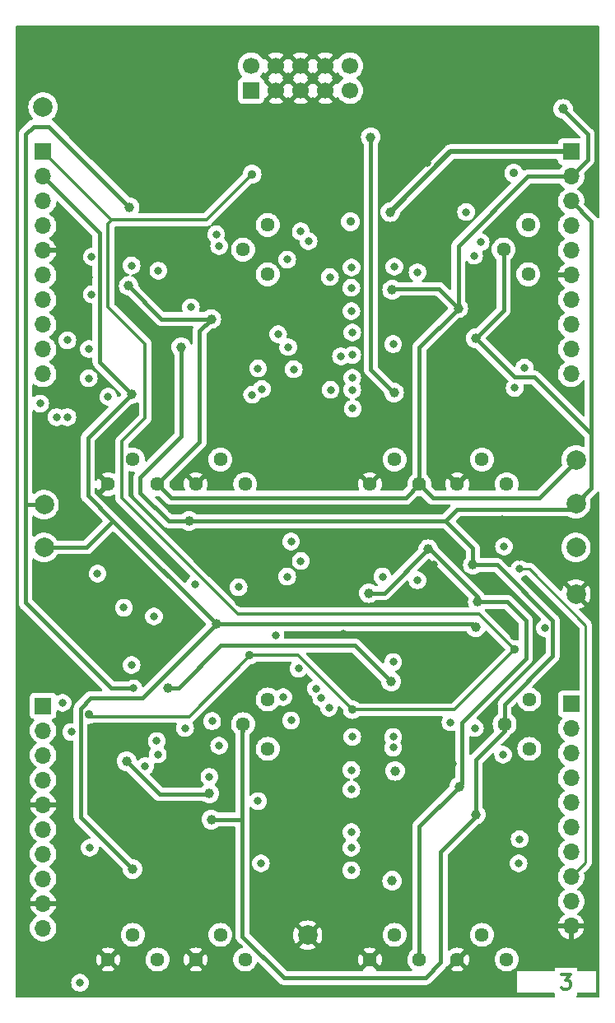
<source format=gbr>
%TF.GenerationSoftware,KiCad,Pcbnew,7.0.7*%
%TF.CreationDate,2023-08-21T15:35:54+01:00*%
%TF.ProjectId,Quadraphone_Components,51756164-7261-4706-986f-6e655f436f6d,rev?*%
%TF.SameCoordinates,Original*%
%TF.FileFunction,Copper,L3,Inr*%
%TF.FilePolarity,Positive*%
%FSLAX46Y46*%
G04 Gerber Fmt 4.6, Leading zero omitted, Abs format (unit mm)*
G04 Created by KiCad (PCBNEW 7.0.7) date 2023-08-21 15:35:54*
%MOMM*%
%LPD*%
G01*
G04 APERTURE LIST*
%ADD10C,0.300000*%
%TA.AperFunction,NonConductor*%
%ADD11C,0.300000*%
%TD*%
%TA.AperFunction,ComponentPad*%
%ADD12C,2.000000*%
%TD*%
%TA.AperFunction,ComponentPad*%
%ADD13C,1.440000*%
%TD*%
%TA.AperFunction,ComponentPad*%
%ADD14R,1.700000X1.700000*%
%TD*%
%TA.AperFunction,ComponentPad*%
%ADD15C,1.700000*%
%TD*%
%TA.AperFunction,ComponentPad*%
%ADD16O,1.700000X1.700000*%
%TD*%
%TA.AperFunction,ViaPad*%
%ADD17C,0.800000*%
%TD*%
%TA.AperFunction,ViaPad*%
%ADD18C,1.000000*%
%TD*%
%TA.AperFunction,ViaPad*%
%ADD19C,0.900000*%
%TD*%
%TA.AperFunction,Conductor*%
%ADD20C,0.400000*%
%TD*%
%TA.AperFunction,Conductor*%
%ADD21C,0.500000*%
%TD*%
%TA.AperFunction,Conductor*%
%ADD22C,0.300000*%
%TD*%
%TA.AperFunction,Conductor*%
%ADD23C,0.250000*%
%TD*%
G04 APERTURE END LIST*
D10*
D11*
X106100000Y-147628328D02*
X107028572Y-147628328D01*
X107028572Y-147628328D02*
X106528572Y-148199757D01*
X106528572Y-148199757D02*
X106742857Y-148199757D01*
X106742857Y-148199757D02*
X106885715Y-148271185D01*
X106885715Y-148271185D02*
X106957143Y-148342614D01*
X106957143Y-148342614D02*
X107028572Y-148485471D01*
X107028572Y-148485471D02*
X107028572Y-148842614D01*
X107028572Y-148842614D02*
X106957143Y-148985471D01*
X106957143Y-148985471D02*
X106885715Y-149056900D01*
X106885715Y-149056900D02*
X106742857Y-149128328D01*
X106742857Y-149128328D02*
X106314286Y-149128328D01*
X106314286Y-149128328D02*
X106171429Y-149056900D01*
X106171429Y-149056900D02*
X106100000Y-148985471D01*
D12*
%TO.N,-5V*%
%TO.C,TP6*%
X52800000Y-58400000D03*
%TD*%
D13*
%TO.N,GND*%
%TO.C,HF_Track_Trim3*%
X68500000Y-146100000D03*
%TO.N,Net-(HF_Track_Trim3-Pad2)*%
X71040000Y-143560000D03*
%TO.N,/OSCVoice3/HF_Track*%
X73580000Y-146100000D03*
%TD*%
%TO.N,GND*%
%TO.C,HF_Track_Trim1*%
X68500000Y-97200000D03*
%TO.N,Net-(HF_Track_Trim1-Pad2)*%
X71040000Y-94660000D03*
%TO.N,/OSCVoice1/HF_Track*%
X73580000Y-97200000D03*
%TD*%
%TO.N,GND*%
%TO.C,Base_Freq_Trim4*%
X86400000Y-146100000D03*
%TO.N,Net-(Base_Freq_Trim4-Pad2)*%
X88940000Y-143560000D03*
%TO.N,+5V*%
X91480000Y-146100000D03*
%TD*%
%TO.N,Net-(Expo_Trim2-Pad1)*%
%TO.C,Expo_Trim2*%
X102700000Y-75600000D03*
%TO.N,+2V5*%
X100160000Y-73060000D03*
%TO.N,N/C*%
X102700000Y-70520000D03*
%TD*%
D12*
%TO.N,-12V*%
%TO.C,TP7*%
X52900000Y-103700000D03*
%TD*%
D13*
%TO.N,GND*%
%TO.C,Base_Freq_Trim1*%
X59500000Y-97200000D03*
%TO.N,Net-(Base_Freq_Trim1-Pad2)*%
X62040000Y-94660000D03*
%TO.N,+5V*%
X64580000Y-97200000D03*
%TD*%
%TO.N,Net-(Expo_Trim3-Pad1)*%
%TO.C,Expo_Trim3*%
X75900000Y-124425000D03*
%TO.N,+2V5*%
X73360000Y-121885000D03*
%TO.N,N/C*%
X75900000Y-119345000D03*
%TD*%
D12*
%TO.N,GND*%
%TO.C,TP5*%
X107600000Y-108500000D03*
%TD*%
D13*
%TO.N,Net-(Expo_Trim4-Pad1)*%
%TO.C,Expo_Trim4*%
X102800000Y-124425000D03*
%TO.N,+2V5*%
X100260000Y-121885000D03*
%TO.N,N/C*%
X102800000Y-119345000D03*
%TD*%
D12*
%TO.N,/2.5V_Test*%
%TO.C,TP8*%
X107600000Y-103700000D03*
%TD*%
%TO.N,+5V*%
%TO.C,TP2*%
X107600000Y-94700000D03*
%TD*%
%TO.N,GND*%
%TO.C,TP4*%
X80000000Y-143600000D03*
%TD*%
D13*
%TO.N,GND*%
%TO.C,Base_Freq_Trim2*%
X86400000Y-97200000D03*
%TO.N,Net-(Base_Freq_Trim2-Pad2)*%
X88940000Y-94660000D03*
%TO.N,+5V*%
X91480000Y-97200000D03*
%TD*%
%TO.N,Net-(Expo_Trim1-Pad1)*%
%TO.C,Expo_Trim1*%
X75900000Y-75600000D03*
%TO.N,+2V5*%
X73360000Y-73060000D03*
%TO.N,N/C*%
X75900000Y-70520000D03*
%TD*%
%TO.N,GND*%
%TO.C,Base_Freq_Trim3*%
X59500000Y-146100000D03*
%TO.N,Net-(Base_Freq_Trim3-Pad2)*%
X62040000Y-143560000D03*
%TO.N,+5V*%
X64580000Y-146100000D03*
%TD*%
D12*
%TO.N,+2V5*%
%TO.C,TP3*%
X107600000Y-99200000D03*
%TD*%
D13*
%TO.N,GND*%
%TO.C,HF_Track_Trim2*%
X95400000Y-97200000D03*
%TO.N,Net-(HF_Track_Trim2-Pad2)*%
X97940000Y-94660000D03*
%TO.N,/OSCVoice2/HF_Track*%
X100480000Y-97200000D03*
%TD*%
%TO.N,GND*%
%TO.C,HF_Track_Trim4*%
X95400000Y-146100000D03*
%TO.N,Net-(HF_Track_Trim4-Pad2)*%
X97940000Y-143560000D03*
%TO.N,/OSCVoice4/HF_Track*%
X100480000Y-146100000D03*
%TD*%
D14*
%TO.N,/-12V_IN*%
%TO.C,J5*%
X74200000Y-56700000D03*
D15*
X74200000Y-54160000D03*
%TO.N,GND*%
X76740000Y-56700000D03*
X76740000Y-54160000D03*
X79280000Y-56700000D03*
X79280000Y-54160000D03*
X81820000Y-56700000D03*
X81820000Y-54160000D03*
%TO.N,/+12V_IN*%
X84360000Y-56700000D03*
X84360000Y-54160000D03*
%TD*%
D12*
%TO.N,+12V*%
%TO.C,TP1*%
X52900000Y-99300000D03*
%TD*%
D14*
%TO.N,/LIN_FREQ_IN*%
%TO.C,J4*%
X107100000Y-119800000D03*
D16*
%TO.N,/SOFT_SYNCH_SW*%
X107100000Y-122340000D03*
%TO.N,/MIX_OUT4*%
X107100000Y-124880000D03*
%TO.N,/TRIANGLE_SW*%
X107100000Y-127420000D03*
%TO.N,/SYNCH_SIGNAL4*%
X107100000Y-129960000D03*
%TO.N,/PWM_CV4*%
X107100000Y-132500000D03*
%TO.N,/V_PER_OCT4*%
X107100000Y-135040000D03*
%TO.N,/OCT_TUNE*%
X107100000Y-137580000D03*
%TO.N,/FREQ_MOD4*%
X107100000Y-140120000D03*
%TO.N,GND*%
X107100000Y-142660000D03*
%TD*%
D14*
%TO.N,/MIX_OUT3*%
%TO.C,J3*%
X52800000Y-120000000D03*
D16*
%TO.N,/PWM_CV*%
X52800000Y-122540000D03*
%TO.N,/PWM_POT*%
X52800000Y-125080000D03*
%TO.N,/PWM_CV3*%
X52800000Y-127620000D03*
%TO.N,GND*%
X52800000Y-130160000D03*
%TO.N,/V_PER_OCT3*%
X52800000Y-132700000D03*
%TO.N,/SYNCH_SIGNAL3*%
X52800000Y-135240000D03*
%TO.N,/FREQ_MOD3*%
X52800000Y-137780000D03*
%TO.N,GND*%
X52800000Y-140320000D03*
%TO.N,/FINE_TUNE*%
X52800000Y-142860000D03*
%TD*%
D14*
%TO.N,+12V*%
%TO.C,J2*%
X107100000Y-63000000D03*
D16*
%TO.N,+5V*%
X107100000Y-65540000D03*
%TO.N,+2V5*%
X107100000Y-68080000D03*
%TO.N,/MIX_OUT2*%
X107100000Y-70620000D03*
%TO.N,/PULSE_SW*%
X107100000Y-73160000D03*
%TO.N,GND*%
X107100000Y-75700000D03*
%TO.N,/SYNCH_SIGNAL2*%
X107100000Y-78240000D03*
%TO.N,/PWM_CV2*%
X107100000Y-80780000D03*
%TO.N,/V_PER_OCT2*%
X107100000Y-83320000D03*
%TO.N,/FREQ_MOD2*%
X107100000Y-85860000D03*
%TD*%
D14*
%TO.N,-5V*%
%TO.C,J1*%
X52800000Y-63000000D03*
D16*
%TO.N,-12V*%
X52800000Y-65540000D03*
%TO.N,/MIX_OUT1*%
X52800000Y-68080000D03*
%TO.N,/HARD_SYNCH_SW*%
X52800000Y-70620000D03*
%TO.N,GND*%
X52800000Y-73160000D03*
%TO.N,/SAW_SW*%
X52800000Y-75700000D03*
%TO.N,/SYNCH_SIGNAL1*%
X52800000Y-78240000D03*
%TO.N,/PWM_CV1*%
X52800000Y-80780000D03*
%TO.N,/V_PER_OCT1*%
X52800000Y-83320000D03*
%TO.N,/FREQ_MOD1*%
X52800000Y-85860000D03*
%TD*%
D17*
%TO.N,GND*%
X94900000Y-126000000D03*
X51100000Y-56000000D03*
X72000000Y-122900000D03*
X59300000Y-56600000D03*
X68000000Y-125900000D03*
X95100000Y-52900000D03*
X92000000Y-113400000D03*
X97100000Y-65400000D03*
X94000000Y-73200000D03*
X80700000Y-124800000D03*
X83700000Y-112600000D03*
X75200000Y-66800000D03*
X75800000Y-115900000D03*
D18*
X101800000Y-104600000D03*
D17*
X67400000Y-72100000D03*
X74800000Y-89900000D03*
X57500000Y-57500000D03*
X84300000Y-124800000D03*
X65400000Y-64100000D03*
X101200000Y-112800000D03*
X103600000Y-52200000D03*
X66000000Y-99800000D03*
X74100000Y-106700000D03*
X97000000Y-114300000D03*
X78840145Y-135375500D03*
X97000000Y-138200000D03*
X54800000Y-69600000D03*
X70200000Y-89700000D03*
X98300000Y-121000000D03*
X65100000Y-113000000D03*
X54900000Y-124200000D03*
X75100000Y-137800000D03*
X92349312Y-64149312D03*
X97100000Y-89500000D03*
X93000000Y-105500000D03*
X78800000Y-128900000D03*
X57500000Y-117700000D03*
X70200000Y-65400000D03*
X93400000Y-51000000D03*
X97300000Y-77700000D03*
X61100000Y-58700000D03*
D18*
X100000000Y-100900000D03*
D17*
X70100000Y-78700000D03*
X70100000Y-138100000D03*
X100300000Y-61800000D03*
X91700000Y-52900000D03*
X101212299Y-88912299D03*
X90200000Y-118300000D03*
X93100000Y-108700000D03*
X108000000Y-52900000D03*
X102600000Y-64300000D03*
X63700000Y-106800000D03*
X57500000Y-75900000D03*
X101600000Y-137800000D03*
X71300000Y-120400000D03*
X74900000Y-63700000D03*
X101700000Y-141000000D03*
X72900000Y-109400000D03*
D18*
%TO.N,+2V5*%
X67000000Y-83100000D03*
X70100000Y-131700000D03*
X97300000Y-131200000D03*
X97000000Y-105500000D03*
X67800000Y-101000000D03*
X97287500Y-82187500D03*
%TO.N,+12V*%
X65600000Y-118200000D03*
X88500000Y-69200000D03*
X61700000Y-68700000D03*
D17*
X62100000Y-118200000D03*
D18*
X88600000Y-117500000D03*
%TO.N,+5V*%
X61600000Y-76800000D03*
X86300000Y-108400000D03*
X70100000Y-80200000D03*
X69891477Y-129013471D03*
X97512500Y-109300000D03*
X89000000Y-126700000D03*
X95500000Y-79100000D03*
X95600000Y-128300000D03*
X88700000Y-77200000D03*
X106268750Y-58600000D03*
X92400000Y-103900000D03*
X61400000Y-125700000D03*
D17*
%TO.N,/Start_Pulse*%
X74300000Y-88000000D03*
X101299999Y-87299998D03*
X101700000Y-136200000D03*
X58400000Y-106400000D03*
X75200000Y-136200000D03*
D18*
%TO.N,-12V*%
X61900000Y-87924500D03*
X97300000Y-111900000D03*
X62000000Y-136800000D03*
X70600000Y-111600000D03*
X88900000Y-87775500D03*
X86500000Y-61500000D03*
X88700000Y-138000000D03*
D17*
%TO.N,/LIN_FREQ_IN*%
X78300000Y-103100000D03*
%TO.N,/Linear_Frequency*%
X74900000Y-85300000D03*
X78575500Y-85367398D03*
X101800000Y-133724500D03*
X74900000Y-129800000D03*
X102300000Y-85200000D03*
%TO.N,/OSCVoice1/PWM_Control*%
X55300000Y-90300000D03*
X57500000Y-83300000D03*
%TO.N,/OSCVoice2/PWM_Control*%
X78000000Y-83100000D03*
X88800000Y-82800000D03*
D19*
%TO.N,-5V*%
X84400000Y-70200000D03*
X74300000Y-65300000D03*
X74010756Y-114789244D03*
X101300000Y-114200000D03*
X101200000Y-65200000D03*
X57499312Y-120899312D03*
X84600000Y-120400000D03*
D17*
%TO.N,/OSCVoice4/PWM_Control*%
X76700000Y-112724500D03*
X79075500Y-116179791D03*
%TO.N,/OSCVoice3/PWM_Control*%
X61100000Y-109900000D03*
X63300000Y-126200000D03*
%TO.N,/HARD_SYNCH_SW*%
X88800000Y-124300000D03*
X91300000Y-75400000D03*
X78300000Y-121500000D03*
X64652451Y-75227852D03*
X77900000Y-74100000D03*
X64200000Y-110800000D03*
X64600000Y-125000000D03*
%TO.N,/SOFT_SYNCH_SW*%
X91300000Y-107100000D03*
%TO.N,/PULSE_SW*%
X79300000Y-71200000D03*
X94700000Y-121700000D03*
X70600000Y-71500000D03*
X70185350Y-121575500D03*
X97800000Y-72300000D03*
X79300000Y-105098062D03*
%TO.N,/TRIANGLE_SW*%
X97200000Y-122300000D03*
X67400000Y-122300000D03*
X77900000Y-106700000D03*
X97125652Y-73687174D03*
X70900000Y-72700000D03*
X80100000Y-72200000D03*
%TO.N,/SAW_SW*%
X61900000Y-74700000D03*
X88800000Y-123200000D03*
X88921767Y-74824500D03*
X80875500Y-118243082D03*
X82300000Y-75900000D03*
X64481868Y-123614805D03*
%TO.N,/PWM_POT*%
X57800000Y-77675500D03*
X84500000Y-126600000D03*
X54800000Y-119700000D03*
X84500000Y-77000000D03*
%TO.N,/FINE_TUNE*%
X57500000Y-86300000D03*
X57600000Y-134600000D03*
X84600000Y-86242898D03*
X84500000Y-134600000D03*
%TO.N,/OCT_TUNE*%
X101800000Y-105900000D03*
%TO.N,/SYNCH_SIGNAL3*%
X69900000Y-127300000D03*
X82200000Y-120200000D03*
X70900000Y-124100000D03*
%TO.N,/MIX_OUT3*%
X61900000Y-115800000D03*
%TO.N,/SYNCH_SIGNAL4*%
X100108761Y-125021904D03*
%TO.N,/V_PER_OCT4*%
X84500000Y-133000000D03*
%TO.N,/FREQ_MOD4*%
X84497515Y-136924500D03*
%TO.N,/PWM_CV4*%
X84500000Y-128600000D03*
%TO.N,/MIX_OUT4*%
X88800000Y-115500000D03*
%TO.N,/SYNCH_SIGNAL1*%
X83437500Y-84037500D03*
X68000000Y-79000000D03*
%TO.N,/SYNCH_SIGNAL2*%
X87700000Y-106700000D03*
X104400000Y-112000000D03*
%TO.N,/V_PER_OCT2*%
X84600000Y-83918398D03*
%TO.N,/FREQ_MOD2*%
X84600000Y-87500000D03*
%TO.N,/PWM_CV2*%
X84500000Y-79400000D03*
%TO.N,/MIX_OUT2*%
X96300000Y-69200000D03*
%TO.N,/PWM_CV*%
X84524500Y-74900000D03*
X55700000Y-122700000D03*
X57800000Y-73800000D03*
X84600000Y-123200000D03*
%TO.N,/OSCVoice1/Soft_Synch*%
X82374001Y-87500000D03*
X75300000Y-87400000D03*
%TO.N,/OSCVoice3/Soft_Synch*%
X77500000Y-119100000D03*
X81400000Y-119200000D03*
%TO.N,/OSCVoice1/PWM_Opamp_Mix*%
X54200000Y-90300000D03*
X55300000Y-82400000D03*
%TO.N,/OSCVoice2/PWM_Opamp_Mix*%
X76963756Y-81763756D03*
X84600000Y-81600000D03*
%TO.N,/OSCVoice4/PWM_Opamp_Mix*%
X68424500Y-107500000D03*
X72900000Y-107800000D03*
%TO.N,/2.5V_Test*%
X100200000Y-103600000D03*
%TO.N,/Oct_Buff*%
X84643082Y-89424500D03*
X59500000Y-88200000D03*
X56600000Y-148500000D03*
X52500000Y-88900000D03*
%TD*%
D20*
%TO.N,+2V5*%
X62800000Y-98100000D02*
X65700000Y-101000000D01*
X73300000Y-143700000D02*
X77600000Y-148000000D01*
X109200000Y-97600000D02*
X107600000Y-99200000D01*
X97300000Y-125520000D02*
X97300000Y-131200000D01*
X73300000Y-131800000D02*
X73300000Y-143700000D01*
X73360000Y-122560000D02*
X73300000Y-122620000D01*
X95400000Y-99800000D02*
X107000000Y-99800000D01*
X94200000Y-101000000D02*
X97000000Y-103800000D01*
X67000000Y-92300000D02*
X62800000Y-96500000D01*
X109050000Y-91950000D02*
X109200000Y-92100000D01*
X109200000Y-91800000D02*
X109200000Y-70180000D01*
X99500000Y-105500000D02*
X97000000Y-105500000D01*
X105200000Y-111200000D02*
X99500000Y-105500000D01*
X101300000Y-86200000D02*
X97287500Y-82187500D01*
X70100000Y-131700000D02*
X73200000Y-131700000D01*
X100260000Y-122560000D02*
X100260000Y-119840000D01*
X97300000Y-131400000D02*
X97300000Y-131200000D01*
X62800000Y-96500000D02*
X62800000Y-98100000D01*
X107000000Y-99800000D02*
X107600000Y-99200000D01*
X77600000Y-148000000D02*
X92100000Y-148000000D01*
X100260000Y-122560000D02*
X97300000Y-125520000D01*
X109200000Y-70180000D02*
X107100000Y-68080000D01*
X100260000Y-121885000D02*
X100260000Y-119840000D01*
X109200000Y-92100000D02*
X109200000Y-97600000D01*
X109050000Y-91950000D02*
X109200000Y-91800000D01*
X100160000Y-73060000D02*
X100160000Y-79315000D01*
X103300000Y-86200000D02*
X101300000Y-86200000D01*
X67000000Y-83100000D02*
X67000000Y-92300000D01*
X109050000Y-91950000D02*
X103300000Y-86200000D01*
X92100000Y-148000000D02*
X93700000Y-146400000D01*
X93700000Y-135000000D02*
X97300000Y-131400000D01*
X73200000Y-131700000D02*
X73300000Y-131800000D01*
X105200000Y-114900000D02*
X105200000Y-111200000D01*
X93700000Y-146400000D02*
X93700000Y-135000000D01*
X94200000Y-101000000D02*
X67800000Y-101000000D01*
X97000000Y-103800000D02*
X97000000Y-105500000D01*
X100260000Y-119840000D02*
X105200000Y-114900000D01*
X100160000Y-79315000D02*
X97287500Y-82187500D01*
X94200000Y-101000000D02*
X95400000Y-99800000D01*
X73300000Y-122620000D02*
X73300000Y-131800000D01*
X65700000Y-101000000D02*
X67800000Y-101000000D01*
%TO.N,+12V*%
X65600000Y-118200000D02*
X66700000Y-118200000D01*
X71100000Y-113800000D02*
X84900000Y-113800000D01*
X51000000Y-99200000D02*
X51000000Y-109400000D01*
D21*
X107100000Y-63000000D02*
X94700000Y-63000000D01*
D20*
X51100000Y-99300000D02*
X51000000Y-99200000D01*
X51000000Y-109400000D02*
X59800000Y-118200000D01*
X53400000Y-60400000D02*
X51800000Y-60400000D01*
X84900000Y-113800000D02*
X88600000Y-117500000D01*
D21*
X94700000Y-63000000D02*
X88500000Y-69200000D01*
D20*
X59800000Y-118200000D02*
X62100000Y-118200000D01*
X66700000Y-118200000D02*
X71100000Y-113800000D01*
X51800000Y-60400000D02*
X51000000Y-61200000D01*
X52900000Y-99300000D02*
X51100000Y-99300000D01*
X51000000Y-61200000D02*
X51000000Y-99200000D01*
X61700000Y-68700000D02*
X53400000Y-60400000D01*
%TO.N,+5V*%
X68900000Y-81400000D02*
X70100000Y-80200000D01*
X90080000Y-98600000D02*
X65980000Y-98600000D01*
X70100000Y-80200000D02*
X65000000Y-80200000D01*
X102660000Y-65540000D02*
X95500000Y-72700000D01*
X65980000Y-98600000D02*
X64580000Y-97200000D01*
X88800000Y-77100000D02*
X88700000Y-77200000D01*
X97512500Y-108812500D02*
X92600000Y-103900000D01*
X92880000Y-98600000D02*
X91480000Y-97200000D01*
X92600000Y-103900000D02*
X92400000Y-103900000D01*
X64580000Y-97200000D02*
X68900000Y-92880000D01*
X95600000Y-128300000D02*
X95900000Y-128000000D01*
X95600000Y-128300000D02*
X91480000Y-132420000D01*
X95500000Y-72700000D02*
X95500000Y-79100000D01*
X64800000Y-129100000D02*
X69804948Y-129100000D01*
X65000000Y-80200000D02*
X61600000Y-76800000D01*
X107600000Y-95000000D02*
X107450000Y-95000000D01*
X86300000Y-108400000D02*
X87900000Y-108400000D01*
X91480000Y-97200000D02*
X90080000Y-98600000D01*
X108800000Y-61200000D02*
X106268750Y-58668750D01*
X100500000Y-109300000D02*
X97512500Y-109300000D01*
X107450000Y-95000000D02*
X103850000Y-98600000D01*
X95900000Y-128000000D02*
X95900000Y-121700000D01*
X102450000Y-111250000D02*
X100500000Y-109300000D01*
X69804948Y-129100000D02*
X69891477Y-129013471D01*
X108800000Y-63840000D02*
X108800000Y-61200000D01*
X103850000Y-98600000D02*
X92880000Y-98600000D01*
X87900000Y-108400000D02*
X92400000Y-103900000D01*
X102450000Y-115150000D02*
X102450000Y-111250000D01*
X91480000Y-132420000D02*
X91480000Y-146100000D01*
X91480000Y-83120000D02*
X95500000Y-79100000D01*
X97512500Y-109300000D02*
X97512500Y-108812500D01*
X61400000Y-125700000D02*
X64800000Y-129100000D01*
X107100000Y-65540000D02*
X102660000Y-65540000D01*
X95900000Y-121700000D02*
X102450000Y-115150000D01*
X68900000Y-92880000D02*
X68900000Y-81400000D01*
X107100000Y-65540000D02*
X108800000Y-63840000D01*
X91480000Y-97200000D02*
X91480000Y-83120000D01*
X93500000Y-77100000D02*
X88800000Y-77100000D01*
X106268750Y-58668750D02*
X106268750Y-58600000D01*
X95500000Y-79100000D02*
X93500000Y-77100000D01*
%TO.N,-12V*%
X57400000Y-98400000D02*
X57400000Y-92424500D01*
X57698271Y-119200000D02*
X63000000Y-119200000D01*
X52800000Y-65540000D02*
X58599500Y-71339500D01*
X56649312Y-131449312D02*
X56649312Y-120248959D01*
X86500000Y-61500000D02*
X86500000Y-85400000D01*
X97000000Y-111600000D02*
X70600000Y-111600000D01*
X52900000Y-103700000D02*
X57300000Y-103700000D01*
X58599500Y-71339500D02*
X58599500Y-84624000D01*
X97300000Y-111900000D02*
X97000000Y-111600000D01*
X57300000Y-103700000D02*
X60000000Y-101000000D01*
X62000000Y-136800000D02*
X56649312Y-131449312D01*
X86500000Y-85400000D02*
X88875500Y-87775500D01*
X57400000Y-92424500D02*
X61900000Y-87924500D01*
X88875500Y-87775500D02*
X88900000Y-87775500D01*
X60000000Y-101000000D02*
X57400000Y-98400000D01*
X60000000Y-101000000D02*
X70600000Y-111600000D01*
X63000000Y-119200000D02*
X70600000Y-111600000D01*
X58599500Y-84624000D02*
X61900000Y-87924500D01*
X56649312Y-120248959D02*
X57698271Y-119200000D01*
D22*
%TO.N,-5V*%
X59800000Y-70000000D02*
X52800000Y-63000000D01*
X101300000Y-114200000D02*
X97649501Y-110549501D01*
X60900000Y-92800000D02*
X63300000Y-90400000D01*
X59500000Y-70400000D02*
X59900000Y-70000000D01*
X74010756Y-114789244D02*
X74010756Y-114889244D01*
X74010756Y-114889244D02*
X67800000Y-121100000D01*
X67800000Y-121100000D02*
X57700000Y-121100000D01*
X63300000Y-82800000D02*
X59500000Y-79000000D01*
X69600000Y-70000000D02*
X59800000Y-70000000D01*
X95100000Y-120400000D02*
X84600000Y-120400000D01*
X74010756Y-114789244D02*
X79000000Y-114789244D01*
X59500000Y-79000000D02*
X59500000Y-70400000D01*
X57700000Y-121100000D02*
X57499312Y-120899312D01*
X74300000Y-65300000D02*
X69600000Y-70000000D01*
X101300000Y-114200000D02*
X95100000Y-120400000D01*
X60900000Y-98650000D02*
X60900000Y-92800000D01*
X72799501Y-110549501D02*
X60900000Y-98650000D01*
X78989244Y-114789244D02*
X84600000Y-120400000D01*
X97649501Y-110549501D02*
X72799501Y-110549501D01*
X63300000Y-90400000D02*
X63300000Y-82800000D01*
D23*
%TO.N,/OCT_TUNE*%
X102800000Y-105900000D02*
X108600000Y-111700000D01*
X108600000Y-136080000D02*
X107100000Y-137580000D01*
X101800000Y-105900000D02*
X102800000Y-105900000D01*
X108600000Y-111700000D02*
X108600000Y-136080000D01*
%TD*%
%TA.AperFunction,Conductor*%
%TO.N,GND*%
G36*
X76260209Y-54384745D02*
G01*
X76317045Y-54427292D01*
X76322162Y-54434661D01*
X76358239Y-54490798D01*
X76466900Y-54584952D01*
X76466901Y-54584952D01*
X76473711Y-54590853D01*
X76471686Y-54593189D01*
X76508084Y-54635187D01*
X76518195Y-54705460D01*
X76488709Y-54770043D01*
X76482572Y-54776636D01*
X75974310Y-55284898D01*
X75994694Y-55300763D01*
X75994696Y-55300765D01*
X76028733Y-55319185D01*
X76079123Y-55369199D01*
X76094475Y-55438516D01*
X76069914Y-55505129D01*
X76028735Y-55540811D01*
X75994702Y-55559229D01*
X75974310Y-55575099D01*
X75974310Y-55575100D01*
X76482572Y-56083361D01*
X76516597Y-56145674D01*
X76511533Y-56216489D01*
X76472854Y-56268157D01*
X76473711Y-56269147D01*
X76469164Y-56273086D01*
X76468986Y-56273325D01*
X76468498Y-56273663D01*
X76358238Y-56369202D01*
X76322175Y-56425318D01*
X76268519Y-56471811D01*
X76198245Y-56481914D01*
X76133664Y-56452421D01*
X76127082Y-56446292D01*
X75595405Y-55914615D01*
X75561379Y-55852303D01*
X75558500Y-55825520D01*
X75558500Y-55801367D01*
X75558499Y-55801350D01*
X75551990Y-55740803D01*
X75551988Y-55740795D01*
X75500889Y-55603797D01*
X75500887Y-55603792D01*
X75413261Y-55486738D01*
X75296207Y-55399112D01*
X75296203Y-55399110D01*
X75181192Y-55356213D01*
X75124356Y-55313667D01*
X75099546Y-55247146D01*
X75114638Y-55177772D01*
X75132525Y-55152820D01*
X75275714Y-54997277D01*
X75275724Y-54997265D01*
X75364816Y-54860899D01*
X75418819Y-54814810D01*
X75489167Y-54805235D01*
X75553524Y-54835212D01*
X75575782Y-54860898D01*
X75616922Y-54923866D01*
X76127081Y-54413706D01*
X76189394Y-54379681D01*
X76260209Y-54384745D01*
G37*
%TD.AperFunction*%
%TA.AperFunction,Conductor*%
G36*
X77346333Y-54407576D02*
G01*
X77352918Y-54413707D01*
X77863076Y-54923866D01*
X77904516Y-54860440D01*
X77958520Y-54814352D01*
X78028868Y-54804777D01*
X78093225Y-54834755D01*
X78115481Y-54860439D01*
X78156921Y-54923866D01*
X78156922Y-54923866D01*
X78667081Y-54413706D01*
X78729394Y-54379681D01*
X78800209Y-54384745D01*
X78857045Y-54427292D01*
X78862162Y-54434661D01*
X78898239Y-54490798D01*
X79006900Y-54584952D01*
X79006901Y-54584952D01*
X79013711Y-54590853D01*
X79011686Y-54593189D01*
X79048084Y-54635187D01*
X79058195Y-54705460D01*
X79028709Y-54770043D01*
X79022572Y-54776636D01*
X78514310Y-55284898D01*
X78534694Y-55300763D01*
X78534696Y-55300765D01*
X78568733Y-55319185D01*
X78619123Y-55369199D01*
X78634475Y-55438516D01*
X78609914Y-55505129D01*
X78568735Y-55540811D01*
X78534702Y-55559229D01*
X78514310Y-55575099D01*
X78514310Y-55575100D01*
X79022572Y-56083361D01*
X79056597Y-56145674D01*
X79051533Y-56216489D01*
X79012854Y-56268157D01*
X79013711Y-56269147D01*
X79009164Y-56273086D01*
X79008986Y-56273325D01*
X79008498Y-56273663D01*
X78898238Y-56369202D01*
X78862175Y-56425318D01*
X78808519Y-56471811D01*
X78738245Y-56481914D01*
X78673664Y-56452421D01*
X78667082Y-56446292D01*
X78156922Y-55936132D01*
X78156921Y-55936132D01*
X78115482Y-55999560D01*
X78061478Y-56045648D01*
X77991130Y-56055223D01*
X77926773Y-56025245D01*
X77904516Y-55999560D01*
X77863076Y-55936132D01*
X77352916Y-56446292D01*
X77290604Y-56480317D01*
X77219788Y-56475252D01*
X77162953Y-56432705D01*
X77157836Y-56425336D01*
X77121761Y-56369202D01*
X77013100Y-56275048D01*
X77013098Y-56275047D01*
X77006289Y-56269147D01*
X77008312Y-56266811D01*
X76971912Y-56224809D01*
X76961802Y-56154536D01*
X76991290Y-56089952D01*
X76997426Y-56083361D01*
X77505688Y-55575099D01*
X77485306Y-55559235D01*
X77485299Y-55559230D01*
X77451265Y-55540812D01*
X77400876Y-55490798D01*
X77385524Y-55421481D01*
X77410086Y-55354869D01*
X77451269Y-55319184D01*
X77485299Y-55300768D01*
X77485302Y-55300766D01*
X77505688Y-55284898D01*
X76997427Y-54776638D01*
X76963402Y-54714325D01*
X76968466Y-54643510D01*
X77007145Y-54591840D01*
X77006289Y-54590853D01*
X77010830Y-54586917D01*
X77011013Y-54586674D01*
X77011510Y-54586328D01*
X77013095Y-54584953D01*
X77013100Y-54584952D01*
X77121761Y-54490798D01*
X77157824Y-54434681D01*
X77211478Y-54388189D01*
X77281752Y-54378084D01*
X77346333Y-54407576D01*
G37*
%TD.AperFunction*%
%TA.AperFunction,Conductor*%
G36*
X79886333Y-54407576D02*
G01*
X79892918Y-54413707D01*
X80403076Y-54923866D01*
X80444516Y-54860440D01*
X80498520Y-54814352D01*
X80568868Y-54804777D01*
X80633225Y-54834755D01*
X80655481Y-54860439D01*
X80696921Y-54923866D01*
X80696922Y-54923866D01*
X81207081Y-54413706D01*
X81269394Y-54379681D01*
X81340209Y-54384745D01*
X81397045Y-54427292D01*
X81402162Y-54434661D01*
X81438239Y-54490798D01*
X81546900Y-54584952D01*
X81546901Y-54584952D01*
X81553711Y-54590853D01*
X81551686Y-54593189D01*
X81588084Y-54635187D01*
X81598195Y-54705460D01*
X81568709Y-54770043D01*
X81562572Y-54776636D01*
X81054310Y-55284898D01*
X81074694Y-55300763D01*
X81074696Y-55300765D01*
X81108733Y-55319185D01*
X81159123Y-55369199D01*
X81174475Y-55438516D01*
X81149914Y-55505129D01*
X81108735Y-55540811D01*
X81074702Y-55559229D01*
X81054310Y-55575099D01*
X81054310Y-55575100D01*
X81562572Y-56083361D01*
X81596597Y-56145674D01*
X81591533Y-56216489D01*
X81552854Y-56268157D01*
X81553711Y-56269147D01*
X81549164Y-56273086D01*
X81548986Y-56273325D01*
X81548498Y-56273663D01*
X81438238Y-56369202D01*
X81402175Y-56425318D01*
X81348519Y-56471811D01*
X81278245Y-56481914D01*
X81213664Y-56452421D01*
X81207082Y-56446292D01*
X80696922Y-55936132D01*
X80696921Y-55936132D01*
X80655482Y-55999560D01*
X80601478Y-56045648D01*
X80531130Y-56055223D01*
X80466773Y-56025245D01*
X80444516Y-55999560D01*
X80403076Y-55936132D01*
X79892916Y-56446292D01*
X79830604Y-56480317D01*
X79759788Y-56475252D01*
X79702953Y-56432705D01*
X79697836Y-56425336D01*
X79661761Y-56369202D01*
X79553100Y-56275048D01*
X79553098Y-56275047D01*
X79546289Y-56269147D01*
X79548312Y-56266811D01*
X79511912Y-56224809D01*
X79501802Y-56154536D01*
X79531290Y-56089952D01*
X79537426Y-56083361D01*
X80045688Y-55575099D01*
X80025306Y-55559235D01*
X80025299Y-55559230D01*
X79991265Y-55540812D01*
X79940876Y-55490798D01*
X79925524Y-55421481D01*
X79950086Y-55354869D01*
X79991269Y-55319184D01*
X80025299Y-55300768D01*
X80025302Y-55300766D01*
X80045688Y-55284898D01*
X79537427Y-54776638D01*
X79503402Y-54714325D01*
X79508466Y-54643510D01*
X79547145Y-54591840D01*
X79546289Y-54590853D01*
X79550830Y-54586917D01*
X79551013Y-54586674D01*
X79551510Y-54586328D01*
X79553095Y-54584953D01*
X79553100Y-54584952D01*
X79661761Y-54490798D01*
X79697824Y-54434681D01*
X79751478Y-54388189D01*
X79821752Y-54378084D01*
X79886333Y-54407576D01*
G37*
%TD.AperFunction*%
%TA.AperFunction,Conductor*%
G36*
X82426333Y-54407576D02*
G01*
X82432918Y-54413707D01*
X82943077Y-54923866D01*
X82984218Y-54860898D01*
X83038222Y-54814810D01*
X83108570Y-54805235D01*
X83172927Y-54835213D01*
X83195183Y-54860898D01*
X83284279Y-54997270D01*
X83436762Y-55162908D01*
X83491331Y-55205381D01*
X83614424Y-55301189D01*
X83647680Y-55319186D01*
X83698070Y-55369196D01*
X83713423Y-55438513D01*
X83688864Y-55505126D01*
X83647683Y-55540811D01*
X83614430Y-55558807D01*
X83614424Y-55558811D01*
X83436762Y-55697091D01*
X83284279Y-55862729D01*
X83195183Y-55999102D01*
X83141179Y-56045190D01*
X83070831Y-56054765D01*
X83006474Y-56024788D01*
X82984218Y-55999102D01*
X82943076Y-55936132D01*
X82432916Y-56446292D01*
X82370604Y-56480317D01*
X82299788Y-56475252D01*
X82242953Y-56432705D01*
X82237836Y-56425336D01*
X82201761Y-56369202D01*
X82093100Y-56275048D01*
X82093098Y-56275047D01*
X82086289Y-56269147D01*
X82088312Y-56266811D01*
X82051912Y-56224809D01*
X82041802Y-56154536D01*
X82071290Y-56089952D01*
X82077426Y-56083361D01*
X82585688Y-55575099D01*
X82565306Y-55559235D01*
X82565299Y-55559230D01*
X82531265Y-55540812D01*
X82480876Y-55490798D01*
X82465524Y-55421481D01*
X82490086Y-55354869D01*
X82531269Y-55319184D01*
X82565299Y-55300768D01*
X82565302Y-55300766D01*
X82585688Y-55284898D01*
X82077427Y-54776638D01*
X82043402Y-54714325D01*
X82048466Y-54643510D01*
X82087145Y-54591840D01*
X82086289Y-54590853D01*
X82090830Y-54586917D01*
X82091013Y-54586674D01*
X82091510Y-54586328D01*
X82093095Y-54584953D01*
X82093100Y-54584952D01*
X82201761Y-54490798D01*
X82237824Y-54434681D01*
X82291478Y-54388189D01*
X82361752Y-54378084D01*
X82426333Y-54407576D01*
G37*
%TD.AperFunction*%
%TA.AperFunction,Conductor*%
G36*
X109941621Y-50020502D02*
G01*
X109988114Y-50074158D01*
X109999500Y-50126500D01*
X109999500Y-69686529D01*
X109979498Y-69754650D01*
X109925842Y-69801143D01*
X109855568Y-69811247D01*
X109790988Y-69781753D01*
X109774315Y-69764236D01*
X109772100Y-69761408D01*
X109769844Y-69758343D01*
X109734214Y-69706726D01*
X109734212Y-69706724D01*
X109687266Y-69665134D01*
X109684512Y-69662541D01*
X108471298Y-68449328D01*
X108437274Y-68387017D01*
X108438250Y-68329301D01*
X108439559Y-68324129D01*
X108444564Y-68304368D01*
X108463156Y-68080000D01*
X108444564Y-67855632D01*
X108402567Y-67689791D01*
X108389297Y-67637387D01*
X108389296Y-67637386D01*
X108389296Y-67637384D01*
X108298860Y-67431209D01*
X108292140Y-67420924D01*
X108175724Y-67242734D01*
X108175720Y-67242729D01*
X108023237Y-67077091D01*
X107940599Y-67012771D01*
X107845576Y-66938811D01*
X107812319Y-66920813D01*
X107761929Y-66870802D01*
X107746576Y-66801485D01*
X107771136Y-66734872D01*
X107812320Y-66699186D01*
X107845576Y-66681189D01*
X108023240Y-66542906D01*
X108175722Y-66377268D01*
X108298860Y-66188791D01*
X108389296Y-65982616D01*
X108444564Y-65764368D01*
X108463156Y-65540000D01*
X108444564Y-65315632D01*
X108438250Y-65290699D01*
X108440914Y-65219754D01*
X108471294Y-65170674D01*
X109284505Y-64357463D01*
X109287260Y-64354871D01*
X109334213Y-64313275D01*
X109334213Y-64313274D01*
X109334215Y-64313273D01*
X109369867Y-64261621D01*
X109372063Y-64258636D01*
X109410775Y-64209226D01*
X109414961Y-64199922D01*
X109426161Y-64180066D01*
X109431954Y-64171675D01*
X109454202Y-64113009D01*
X109455634Y-64109552D01*
X109481389Y-64052329D01*
X109483226Y-64042303D01*
X109489351Y-64020330D01*
X109492965Y-64010801D01*
X109500526Y-63948525D01*
X109501091Y-63944812D01*
X109512402Y-63883093D01*
X109508612Y-63820454D01*
X109508500Y-63816719D01*
X109508500Y-61223278D01*
X109508612Y-61219545D01*
X109512402Y-61156907D01*
X109501090Y-61095182D01*
X109500527Y-61091478D01*
X109492965Y-61029199D01*
X109492964Y-61029196D01*
X109489351Y-61019668D01*
X109483227Y-60997702D01*
X109481389Y-60987673D01*
X109481389Y-60987671D01*
X109455646Y-60930473D01*
X109454189Y-60926956D01*
X109431957Y-60868332D01*
X109431954Y-60868326D01*
X109431954Y-60868325D01*
X109426163Y-60859935D01*
X109414958Y-60840070D01*
X109410775Y-60830774D01*
X109372088Y-60781395D01*
X109369840Y-60778339D01*
X109334215Y-60726727D01*
X109287249Y-60685119D01*
X109284503Y-60682533D01*
X107317081Y-58715111D01*
X107283056Y-58652800D01*
X107280784Y-58613665D01*
X107282130Y-58600000D01*
X107262658Y-58402299D01*
X107204991Y-58212196D01*
X107111345Y-58036996D01*
X106985318Y-57883432D01*
X106831754Y-57757405D01*
X106656554Y-57663759D01*
X106466451Y-57606092D01*
X106466450Y-57606091D01*
X106466444Y-57606090D01*
X106268753Y-57586620D01*
X106268747Y-57586620D01*
X106071055Y-57606090D01*
X105880945Y-57663759D01*
X105705745Y-57757405D01*
X105552182Y-57883432D01*
X105426155Y-58036995D01*
X105332509Y-58212195D01*
X105274840Y-58402305D01*
X105255370Y-58599996D01*
X105255370Y-58600003D01*
X105274840Y-58797694D01*
X105274841Y-58797700D01*
X105274842Y-58797701D01*
X105332509Y-58987804D01*
X105426155Y-59163004D01*
X105552182Y-59316568D01*
X105705746Y-59442595D01*
X105880946Y-59536241D01*
X106071049Y-59593908D01*
X106071053Y-59593908D01*
X106071055Y-59593909D01*
X106144532Y-59601145D01*
X106160278Y-59602696D01*
X106226110Y-59629278D01*
X106237024Y-59638994D01*
X108024435Y-61426405D01*
X108058461Y-61488717D01*
X108053396Y-61559532D01*
X108010849Y-61616368D01*
X107944329Y-61641179D01*
X107935340Y-61641500D01*
X106201350Y-61641500D01*
X106140803Y-61648009D01*
X106140795Y-61648011D01*
X106003797Y-61699110D01*
X106003792Y-61699112D01*
X105886738Y-61786738D01*
X105799112Y-61903792D01*
X105799110Y-61903797D01*
X105748011Y-62040795D01*
X105748009Y-62040803D01*
X105741500Y-62101350D01*
X105741500Y-62115500D01*
X105721498Y-62183621D01*
X105667842Y-62230114D01*
X105615500Y-62241500D01*
X94764441Y-62241500D01*
X94746181Y-62240170D01*
X94722211Y-62236659D01*
X94669615Y-62241260D01*
X94664122Y-62241500D01*
X94655818Y-62241500D01*
X94633876Y-62244064D01*
X94622905Y-62245347D01*
X94613732Y-62246149D01*
X94545577Y-62252112D01*
X94538386Y-62253597D01*
X94538372Y-62253532D01*
X94531008Y-62255165D01*
X94531024Y-62255229D01*
X94523891Y-62256919D01*
X94483879Y-62271482D01*
X94450938Y-62283471D01*
X94426523Y-62291561D01*
X94377263Y-62307885D01*
X94370615Y-62310986D01*
X94370586Y-62310925D01*
X94363792Y-62314214D01*
X94363822Y-62314273D01*
X94357269Y-62317563D01*
X94292394Y-62360232D01*
X94226351Y-62400968D01*
X94220588Y-62405525D01*
X94220547Y-62405473D01*
X94214704Y-62410233D01*
X94214746Y-62410283D01*
X94209128Y-62414996D01*
X94155836Y-62471482D01*
X88466098Y-68161219D01*
X88403786Y-68195245D01*
X88389355Y-68197517D01*
X88340126Y-68202366D01*
X88302299Y-68206092D01*
X88238931Y-68225314D01*
X88112194Y-68263759D01*
X87936995Y-68357405D01*
X87783432Y-68483432D01*
X87657405Y-68636995D01*
X87563759Y-68812195D01*
X87506090Y-69002305D01*
X87486620Y-69199996D01*
X87486620Y-69200003D01*
X87506090Y-69397694D01*
X87506091Y-69397700D01*
X87506092Y-69397701D01*
X87563759Y-69587804D01*
X87657405Y-69763004D01*
X87783432Y-69916568D01*
X87936996Y-70042595D01*
X88112196Y-70136241D01*
X88302299Y-70193908D01*
X88302303Y-70193908D01*
X88302305Y-70193909D01*
X88499997Y-70213380D01*
X88500000Y-70213380D01*
X88500003Y-70213380D01*
X88697694Y-70193909D01*
X88697695Y-70193908D01*
X88697701Y-70193908D01*
X88887804Y-70136241D01*
X89063004Y-70042595D01*
X89216568Y-69916568D01*
X89342595Y-69763004D01*
X89436241Y-69587804D01*
X89493908Y-69397701D01*
X89502482Y-69310644D01*
X89529064Y-69244813D01*
X89538771Y-69233908D01*
X89572679Y-69200000D01*
X95386496Y-69200000D01*
X95406457Y-69389927D01*
X95429490Y-69460814D01*
X95465473Y-69571556D01*
X95465476Y-69571561D01*
X95560958Y-69736941D01*
X95560965Y-69736951D01*
X95688744Y-69878864D01*
X95740638Y-69916567D01*
X95843248Y-69991118D01*
X96017712Y-70068794D01*
X96204513Y-70108500D01*
X96395487Y-70108500D01*
X96582288Y-70068794D01*
X96756752Y-69991118D01*
X96911253Y-69878866D01*
X96954796Y-69830507D01*
X97039034Y-69736951D01*
X97039035Y-69736949D01*
X97039040Y-69736944D01*
X97134527Y-69571556D01*
X97193542Y-69389928D01*
X97213504Y-69200000D01*
X97193542Y-69010072D01*
X97134527Y-68828444D01*
X97039040Y-68663056D01*
X97039038Y-68663054D01*
X97039034Y-68663048D01*
X96911255Y-68521135D01*
X96756752Y-68408882D01*
X96582288Y-68331206D01*
X96395487Y-68291500D01*
X96204513Y-68291500D01*
X96017711Y-68331206D01*
X95843247Y-68408882D01*
X95688744Y-68521135D01*
X95560965Y-68663048D01*
X95560958Y-68663058D01*
X95465476Y-68828438D01*
X95465473Y-68828445D01*
X95406457Y-69010072D01*
X95386496Y-69200000D01*
X89572679Y-69200000D01*
X94977275Y-63795405D01*
X95039588Y-63761379D01*
X95066371Y-63758500D01*
X105615500Y-63758500D01*
X105683621Y-63778502D01*
X105730114Y-63832158D01*
X105741500Y-63884500D01*
X105741500Y-63898649D01*
X105748009Y-63959196D01*
X105748011Y-63959204D01*
X105799110Y-64096202D01*
X105799112Y-64096207D01*
X105886738Y-64213261D01*
X106003791Y-64300886D01*
X106003792Y-64300886D01*
X106003796Y-64300889D01*
X106118810Y-64343787D01*
X106175642Y-64386332D01*
X106200453Y-64452852D01*
X106185362Y-64522226D01*
X106167475Y-64547179D01*
X106024280Y-64702729D01*
X106024275Y-64702734D01*
X105977445Y-64774415D01*
X105923442Y-64820504D01*
X105871962Y-64831500D01*
X102683315Y-64831500D01*
X102679511Y-64831385D01*
X102616907Y-64827598D01*
X102616906Y-64827598D01*
X102555201Y-64838904D01*
X102551441Y-64839476D01*
X102489199Y-64847034D01*
X102479661Y-64850651D01*
X102457711Y-64856770D01*
X102447678Y-64858609D01*
X102447665Y-64858613D01*
X102390476Y-64884351D01*
X102386961Y-64885807D01*
X102328326Y-64908045D01*
X102319921Y-64913846D01*
X102300080Y-64925035D01*
X102290777Y-64929222D01*
X102284739Y-64932873D01*
X102216095Y-64950995D01*
X102148549Y-64929129D01*
X102103548Y-64874216D01*
X102098983Y-64861619D01*
X102089823Y-64831423D01*
X102089822Y-64831421D01*
X102033945Y-64726882D01*
X102000820Y-64664909D01*
X101881041Y-64518959D01*
X101735091Y-64399180D01*
X101658984Y-64358500D01*
X101568578Y-64310177D01*
X101387899Y-64255368D01*
X101387891Y-64255366D01*
X101200003Y-64236862D01*
X101199997Y-64236862D01*
X101012108Y-64255366D01*
X101012100Y-64255368D01*
X100831421Y-64310177D01*
X100664908Y-64399180D01*
X100518959Y-64518959D01*
X100399180Y-64664908D01*
X100310177Y-64831421D01*
X100255368Y-65012100D01*
X100255366Y-65012108D01*
X100236862Y-65199996D01*
X100236862Y-65200003D01*
X100255366Y-65387891D01*
X100255368Y-65387899D01*
X100310177Y-65568578D01*
X100318482Y-65584115D01*
X100399180Y-65735091D01*
X100518959Y-65881041D01*
X100664909Y-66000820D01*
X100831423Y-66089823D01*
X100842618Y-66093219D01*
X100901998Y-66132129D01*
X100930917Y-66196969D01*
X100920189Y-66267151D01*
X100895140Y-66302888D01*
X95015511Y-72182518D01*
X95012740Y-72185126D01*
X94965784Y-72226726D01*
X94930157Y-72278339D01*
X94927904Y-72281401D01*
X94889227Y-72330769D01*
X94889222Y-72330779D01*
X94885035Y-72340080D01*
X94873846Y-72359921D01*
X94868045Y-72368326D01*
X94845807Y-72426961D01*
X94844351Y-72430476D01*
X94818613Y-72487665D01*
X94818609Y-72487678D01*
X94816770Y-72497711D01*
X94810651Y-72519661D01*
X94807034Y-72529199D01*
X94799476Y-72591441D01*
X94798904Y-72595201D01*
X94791021Y-72638225D01*
X94787598Y-72656907D01*
X94791266Y-72717550D01*
X94791385Y-72719508D01*
X94791500Y-72723313D01*
X94791500Y-77085339D01*
X94771498Y-77153460D01*
X94717842Y-77199953D01*
X94647568Y-77210057D01*
X94582988Y-77180563D01*
X94576405Y-77174435D01*
X94310885Y-76908915D01*
X94017464Y-76615494D01*
X94014880Y-76612750D01*
X93973273Y-76565785D01*
X93973270Y-76565783D01*
X93973271Y-76565783D01*
X93921655Y-76530154D01*
X93918590Y-76527899D01*
X93899722Y-76513117D01*
X93869226Y-76489225D01*
X93869222Y-76489223D01*
X93859919Y-76485035D01*
X93840069Y-76473840D01*
X93831675Y-76468046D01*
X93808705Y-76459334D01*
X93773043Y-76445809D01*
X93769528Y-76444353D01*
X93712332Y-76418612D01*
X93712330Y-76418611D01*
X93712329Y-76418611D01*
X93702286Y-76416770D01*
X93680336Y-76410650D01*
X93670801Y-76407035D01*
X93670800Y-76407034D01*
X93670798Y-76407034D01*
X93670794Y-76407033D01*
X93618362Y-76400667D01*
X93608537Y-76399473D01*
X93604786Y-76398902D01*
X93563760Y-76391385D01*
X93543094Y-76387598D01*
X93543093Y-76387598D01*
X93480488Y-76391385D01*
X93476685Y-76391500D01*
X91868738Y-76391500D01*
X91800617Y-76371498D01*
X91754124Y-76317842D01*
X91744020Y-76247568D01*
X91773514Y-76182988D01*
X91794677Y-76163564D01*
X91886782Y-76096645D01*
X91911253Y-76078866D01*
X91954534Y-76030798D01*
X92039034Y-75936951D01*
X92039035Y-75936949D01*
X92039040Y-75936944D01*
X92134527Y-75771556D01*
X92193542Y-75589928D01*
X92213504Y-75400000D01*
X92193542Y-75210072D01*
X92134527Y-75028444D01*
X92039040Y-74863056D01*
X92039038Y-74863054D01*
X92039034Y-74863048D01*
X91911255Y-74721135D01*
X91756752Y-74608882D01*
X91582288Y-74531206D01*
X91395487Y-74491500D01*
X91204513Y-74491500D01*
X91017711Y-74531206D01*
X90843247Y-74608882D01*
X90688744Y-74721135D01*
X90560965Y-74863048D01*
X90560958Y-74863058D01*
X90473565Y-75014428D01*
X90465473Y-75028444D01*
X90458077Y-75051206D01*
X90406457Y-75210072D01*
X90386496Y-75400000D01*
X90406457Y-75589927D01*
X90431124Y-75665842D01*
X90465473Y-75771556D01*
X90465476Y-75771561D01*
X90560958Y-75936941D01*
X90560965Y-75936951D01*
X90688744Y-76078864D01*
X90805323Y-76163564D01*
X90848677Y-76219786D01*
X90854752Y-76290523D01*
X90821620Y-76353314D01*
X90759800Y-76388226D01*
X90731262Y-76391500D01*
X89349632Y-76391500D01*
X89281511Y-76371498D01*
X89269708Y-76362906D01*
X89263004Y-76357405D01*
X89263002Y-76357404D01*
X89263001Y-76357403D01*
X89087804Y-76263759D01*
X88897694Y-76206090D01*
X88700003Y-76186620D01*
X88699997Y-76186620D01*
X88502305Y-76206090D01*
X88312195Y-76263759D01*
X88136995Y-76357405D01*
X87983432Y-76483432D01*
X87857405Y-76636995D01*
X87763759Y-76812195D01*
X87706090Y-77002305D01*
X87686620Y-77199996D01*
X87686620Y-77200003D01*
X87706090Y-77397694D01*
X87706091Y-77397700D01*
X87706092Y-77397701D01*
X87763759Y-77587804D01*
X87857405Y-77763004D01*
X87983432Y-77916568D01*
X88136996Y-78042595D01*
X88312196Y-78136241D01*
X88502299Y-78193908D01*
X88502303Y-78193908D01*
X88502305Y-78193909D01*
X88699997Y-78213380D01*
X88700000Y-78213380D01*
X88700003Y-78213380D01*
X88897694Y-78193909D01*
X88897695Y-78193908D01*
X88897701Y-78193908D01*
X89087804Y-78136241D01*
X89263004Y-78042595D01*
X89416568Y-77916568D01*
X89467452Y-77854564D01*
X89526128Y-77814598D01*
X89564850Y-77808500D01*
X93154340Y-77808500D01*
X93222461Y-77828502D01*
X93243435Y-77845405D01*
X94408934Y-79010904D01*
X94442960Y-79073216D01*
X94437895Y-79144031D01*
X94408934Y-79189094D01*
X90995511Y-82602518D01*
X90992740Y-82605126D01*
X90945784Y-82646726D01*
X90910157Y-82698339D01*
X90907904Y-82701401D01*
X90869227Y-82750769D01*
X90869222Y-82750779D01*
X90865035Y-82760080D01*
X90853846Y-82779921D01*
X90848045Y-82788326D01*
X90825807Y-82846961D01*
X90824351Y-82850476D01*
X90798613Y-82907665D01*
X90798609Y-82907678D01*
X90796770Y-82917711D01*
X90790651Y-82939661D01*
X90787034Y-82949199D01*
X90779476Y-83011441D01*
X90778904Y-83015201D01*
X90767597Y-83076907D01*
X90771384Y-83139509D01*
X90771499Y-83143313D01*
X90771500Y-96130783D01*
X90751498Y-96198904D01*
X90717771Y-96233996D01*
X90687322Y-96255316D01*
X90535317Y-96407320D01*
X90535314Y-96407323D01*
X90412025Y-96583400D01*
X90321179Y-96778220D01*
X90321177Y-96778225D01*
X90265542Y-96985858D01*
X90246807Y-97200001D01*
X90260287Y-97354091D01*
X90246297Y-97423695D01*
X90223862Y-97454166D01*
X89823435Y-97854595D01*
X89761123Y-97888620D01*
X89734339Y-97891500D01*
X87630278Y-97891500D01*
X87562157Y-97871498D01*
X87515664Y-97817842D01*
X87505560Y-97747568D01*
X87516083Y-97712251D01*
X87558347Y-97621612D01*
X87558351Y-97621603D01*
X87613963Y-97414052D01*
X87632690Y-97200000D01*
X87613963Y-96985947D01*
X87558351Y-96778396D01*
X87558349Y-96778392D01*
X87467542Y-96583655D01*
X87429658Y-96529552D01*
X87429656Y-96529552D01*
X86941275Y-97017934D01*
X86878963Y-97051960D01*
X86808148Y-97046895D01*
X86751312Y-97004348D01*
X86739916Y-96986046D01*
X86727641Y-96961955D01*
X86727640Y-96961954D01*
X86727639Y-96961952D01*
X86638048Y-96872361D01*
X86638043Y-96872358D01*
X86613955Y-96860084D01*
X86562340Y-96811336D01*
X86545275Y-96742421D01*
X86568176Y-96675219D01*
X86582064Y-96658722D01*
X87070447Y-96170340D01*
X87016347Y-96132459D01*
X86821607Y-96041650D01*
X86821603Y-96041648D01*
X86614052Y-95986036D01*
X86400000Y-95967309D01*
X86185947Y-95986036D01*
X85978396Y-96041648D01*
X85978392Y-96041650D01*
X85783651Y-96132459D01*
X85729552Y-96170339D01*
X85729552Y-96170341D01*
X86217934Y-96658723D01*
X86251960Y-96721035D01*
X86246895Y-96791850D01*
X86204348Y-96848686D01*
X86186046Y-96860083D01*
X86161954Y-96872359D01*
X86161951Y-96872361D01*
X86072361Y-96961951D01*
X86072359Y-96961954D01*
X86060083Y-96986046D01*
X86011333Y-97037659D01*
X85942418Y-97054723D01*
X85875217Y-97031820D01*
X85858723Y-97017934D01*
X85370341Y-96529552D01*
X85370339Y-96529552D01*
X85332459Y-96583651D01*
X85241650Y-96778392D01*
X85241648Y-96778396D01*
X85186036Y-96985947D01*
X85167309Y-97200000D01*
X85186036Y-97414052D01*
X85241648Y-97621603D01*
X85241652Y-97621612D01*
X85283917Y-97712251D01*
X85294578Y-97782442D01*
X85265598Y-97847255D01*
X85206178Y-97886111D01*
X85169722Y-97891500D01*
X74810829Y-97891500D01*
X74742708Y-97871498D01*
X74696215Y-97817842D01*
X74686111Y-97747568D01*
X74696634Y-97712250D01*
X74708485Y-97686835D01*
X74738822Y-97621777D01*
X74794458Y-97414142D01*
X74813193Y-97200000D01*
X74794458Y-96985858D01*
X74738822Y-96778223D01*
X74647976Y-96583404D01*
X74647975Y-96583403D01*
X74647974Y-96583400D01*
X74524685Y-96407323D01*
X74524682Y-96407320D01*
X74508803Y-96391441D01*
X74372681Y-96255319D01*
X74337201Y-96230476D01*
X74196597Y-96132024D01*
X74001780Y-96041179D01*
X74001774Y-96041177D01*
X73914019Y-96017663D01*
X73794142Y-95985542D01*
X73580000Y-95966807D01*
X73365858Y-95985542D01*
X73158225Y-96041177D01*
X73158220Y-96041179D01*
X72963400Y-96132025D01*
X72787323Y-96255314D01*
X72787313Y-96255323D01*
X72635323Y-96407313D01*
X72635314Y-96407323D01*
X72512025Y-96583400D01*
X72421179Y-96778220D01*
X72421177Y-96778225D01*
X72376267Y-96945831D01*
X72365542Y-96985858D01*
X72346807Y-97200000D01*
X72365542Y-97414142D01*
X72376267Y-97454167D01*
X72421177Y-97621774D01*
X72421179Y-97621780D01*
X72463366Y-97712250D01*
X72474027Y-97782442D01*
X72445047Y-97847255D01*
X72385627Y-97886111D01*
X72349171Y-97891500D01*
X69730278Y-97891500D01*
X69662157Y-97871498D01*
X69615664Y-97817842D01*
X69605560Y-97747568D01*
X69616083Y-97712251D01*
X69658347Y-97621612D01*
X69658351Y-97621603D01*
X69713963Y-97414052D01*
X69732690Y-97200000D01*
X69713963Y-96985947D01*
X69658351Y-96778396D01*
X69658349Y-96778392D01*
X69567542Y-96583655D01*
X69529658Y-96529552D01*
X69529656Y-96529552D01*
X69041275Y-97017934D01*
X68978963Y-97051960D01*
X68908148Y-97046895D01*
X68851312Y-97004348D01*
X68839916Y-96986046D01*
X68827641Y-96961955D01*
X68827640Y-96961954D01*
X68827639Y-96961952D01*
X68738048Y-96872361D01*
X68738043Y-96872358D01*
X68713955Y-96860084D01*
X68662340Y-96811336D01*
X68645275Y-96742421D01*
X68668176Y-96675219D01*
X68682064Y-96658722D01*
X69170447Y-96170340D01*
X69116347Y-96132459D01*
X68921607Y-96041650D01*
X68921603Y-96041648D01*
X68714052Y-95986036D01*
X68499999Y-95967309D01*
X68285947Y-95986036D01*
X68078396Y-96041648D01*
X68078392Y-96041650D01*
X67883651Y-96132459D01*
X67829552Y-96170339D01*
X67829552Y-96170341D01*
X68317934Y-96658723D01*
X68351960Y-96721035D01*
X68346895Y-96791850D01*
X68304348Y-96848686D01*
X68286046Y-96860083D01*
X68261954Y-96872359D01*
X68261951Y-96872361D01*
X68172361Y-96961951D01*
X68172359Y-96961954D01*
X68160083Y-96986046D01*
X68111333Y-97037659D01*
X68042418Y-97054723D01*
X67975217Y-97031820D01*
X67958723Y-97017934D01*
X67470341Y-96529552D01*
X67470339Y-96529552D01*
X67432459Y-96583651D01*
X67341650Y-96778392D01*
X67341648Y-96778396D01*
X67286036Y-96985947D01*
X67267309Y-97200000D01*
X67286036Y-97414052D01*
X67341648Y-97621603D01*
X67341652Y-97621612D01*
X67383917Y-97712251D01*
X67394578Y-97782442D01*
X67365598Y-97847255D01*
X67306178Y-97886111D01*
X67269722Y-97891500D01*
X66325660Y-97891500D01*
X66257539Y-97871498D01*
X66236565Y-97854595D01*
X65836137Y-97454167D01*
X65802111Y-97391855D01*
X65799711Y-97354095D01*
X65813193Y-97200000D01*
X65799711Y-97045905D01*
X65813700Y-96976303D01*
X65836134Y-96945834D01*
X68121968Y-94660000D01*
X69806807Y-94660000D01*
X69825542Y-94874142D01*
X69881178Y-95081777D01*
X69972024Y-95276597D01*
X70095319Y-95452681D01*
X70247319Y-95604681D01*
X70423403Y-95727976D01*
X70618223Y-95818822D01*
X70825858Y-95874458D01*
X71040000Y-95893193D01*
X71254142Y-95874458D01*
X71461777Y-95818822D01*
X71656597Y-95727976D01*
X71832681Y-95604681D01*
X71984681Y-95452681D01*
X72107976Y-95276597D01*
X72198822Y-95081777D01*
X72254458Y-94874142D01*
X72273193Y-94660000D01*
X87706807Y-94660000D01*
X87725542Y-94874142D01*
X87781178Y-95081777D01*
X87872024Y-95276597D01*
X87995319Y-95452681D01*
X88147319Y-95604681D01*
X88323403Y-95727976D01*
X88518223Y-95818822D01*
X88725858Y-95874458D01*
X88940000Y-95893193D01*
X89154142Y-95874458D01*
X89361777Y-95818822D01*
X89556597Y-95727976D01*
X89732681Y-95604681D01*
X89884681Y-95452681D01*
X90007976Y-95276597D01*
X90098822Y-95081777D01*
X90154458Y-94874142D01*
X90173193Y-94660000D01*
X90154458Y-94445858D01*
X90098822Y-94238223D01*
X90007976Y-94043404D01*
X90007975Y-94043403D01*
X90007974Y-94043400D01*
X89884685Y-93867323D01*
X89884682Y-93867320D01*
X89827942Y-93810580D01*
X89732681Y-93715319D01*
X89556597Y-93592024D01*
X89556597Y-93592023D01*
X89361780Y-93501179D01*
X89361774Y-93501177D01*
X89267155Y-93475824D01*
X89154142Y-93445542D01*
X88940000Y-93426807D01*
X88939999Y-93426807D01*
X88725858Y-93445542D01*
X88518225Y-93501177D01*
X88518220Y-93501179D01*
X88323400Y-93592025D01*
X88147323Y-93715314D01*
X88147313Y-93715323D01*
X87995323Y-93867313D01*
X87995314Y-93867323D01*
X87872025Y-94043400D01*
X87783890Y-94232407D01*
X87781178Y-94238223D01*
X87725542Y-94445858D01*
X87706807Y-94660000D01*
X72273193Y-94660000D01*
X72254458Y-94445858D01*
X72198822Y-94238223D01*
X72107976Y-94043404D01*
X72107975Y-94043403D01*
X72107974Y-94043400D01*
X71984685Y-93867323D01*
X71984682Y-93867320D01*
X71927942Y-93810580D01*
X71832681Y-93715319D01*
X71656597Y-93592024D01*
X71656596Y-93592024D01*
X71461780Y-93501179D01*
X71461774Y-93501177D01*
X71367155Y-93475824D01*
X71254142Y-93445542D01*
X71040000Y-93426807D01*
X70825858Y-93445542D01*
X70618225Y-93501177D01*
X70618220Y-93501179D01*
X70423400Y-93592025D01*
X70247323Y-93715314D01*
X70247313Y-93715323D01*
X70095323Y-93867313D01*
X70095314Y-93867323D01*
X69972025Y-94043400D01*
X69883890Y-94232407D01*
X69881178Y-94238223D01*
X69825542Y-94445858D01*
X69806807Y-94660000D01*
X68121968Y-94660000D01*
X69384519Y-93397449D01*
X69387231Y-93394896D01*
X69434215Y-93353273D01*
X69434422Y-93352974D01*
X69469841Y-93301659D01*
X69472084Y-93298609D01*
X69510775Y-93249225D01*
X69514955Y-93239935D01*
X69526159Y-93220069D01*
X69531954Y-93211675D01*
X69554197Y-93153020D01*
X69555649Y-93149519D01*
X69566707Y-93124949D01*
X69581389Y-93092329D01*
X69583227Y-93082293D01*
X69589347Y-93060340D01*
X69592965Y-93050801D01*
X69600526Y-92988523D01*
X69601090Y-92984815D01*
X69612402Y-92923092D01*
X69608614Y-92860481D01*
X69608500Y-92856679D01*
X69608500Y-88000000D01*
X73386496Y-88000000D01*
X73406457Y-88189927D01*
X73432083Y-88268793D01*
X73465473Y-88371556D01*
X73476080Y-88389927D01*
X73560958Y-88536941D01*
X73560965Y-88536951D01*
X73688744Y-88678864D01*
X73688747Y-88678866D01*
X73843248Y-88791118D01*
X74017712Y-88868794D01*
X74204513Y-88908500D01*
X74395487Y-88908500D01*
X74582288Y-88868794D01*
X74756752Y-88791118D01*
X74911253Y-88678866D01*
X74911255Y-88678864D01*
X75039034Y-88536951D01*
X75039035Y-88536949D01*
X75039040Y-88536944D01*
X75134527Y-88371556D01*
X75134527Y-88371554D01*
X75134559Y-88371500D01*
X75185941Y-88322507D01*
X75243678Y-88308500D01*
X75395487Y-88308500D01*
X75582288Y-88268794D01*
X75756752Y-88191118D01*
X75911253Y-88078866D01*
X75911255Y-88078864D01*
X76039034Y-87936951D01*
X76039035Y-87936949D01*
X76039040Y-87936944D01*
X76134527Y-87771556D01*
X76193542Y-87589928D01*
X76202994Y-87500000D01*
X81460497Y-87500000D01*
X81480458Y-87689927D01*
X81506981Y-87771554D01*
X81539474Y-87871556D01*
X81539477Y-87871561D01*
X81634959Y-88036941D01*
X81634966Y-88036951D01*
X81762745Y-88178864D01*
X81801110Y-88206738D01*
X81917249Y-88291118D01*
X82091713Y-88368794D01*
X82278514Y-88408500D01*
X82469488Y-88408500D01*
X82656289Y-88368794D01*
X82830753Y-88291118D01*
X82985254Y-88178866D01*
X83048268Y-88108882D01*
X83113035Y-88036951D01*
X83113036Y-88036949D01*
X83113041Y-88036944D01*
X83208528Y-87871556D01*
X83267543Y-87689928D01*
X83287505Y-87500000D01*
X83686496Y-87500000D01*
X83706457Y-87689927D01*
X83732980Y-87771554D01*
X83765473Y-87871556D01*
X83765476Y-87871561D01*
X83860958Y-88036941D01*
X83860965Y-88036951D01*
X83988744Y-88178864D01*
X83988747Y-88178866D01*
X84143248Y-88291118D01*
X84290623Y-88356733D01*
X84344719Y-88402713D01*
X84365369Y-88470640D01*
X84346017Y-88538948D01*
X84292806Y-88585950D01*
X84290624Y-88586946D01*
X84186336Y-88633378D01*
X84186330Y-88633382D01*
X84031826Y-88745635D01*
X83904047Y-88887548D01*
X83904040Y-88887558D01*
X83844250Y-88991118D01*
X83808555Y-89052944D01*
X83803405Y-89068794D01*
X83749539Y-89234572D01*
X83729578Y-89424500D01*
X83749539Y-89614427D01*
X83774458Y-89691117D01*
X83808555Y-89796056D01*
X83808558Y-89796061D01*
X83904040Y-89961441D01*
X83904047Y-89961451D01*
X84031826Y-90103364D01*
X84086614Y-90143170D01*
X84186330Y-90215618D01*
X84360794Y-90293294D01*
X84547595Y-90333000D01*
X84738569Y-90333000D01*
X84925370Y-90293294D01*
X85099834Y-90215618D01*
X85254335Y-90103366D01*
X85382122Y-89961444D01*
X85477609Y-89796056D01*
X85536624Y-89614428D01*
X85556586Y-89424500D01*
X85536624Y-89234572D01*
X85477609Y-89052944D01*
X85382122Y-88887556D01*
X85382120Y-88887554D01*
X85382116Y-88887548D01*
X85254337Y-88745635D01*
X85099834Y-88633382D01*
X85048862Y-88610688D01*
X84952456Y-88567765D01*
X84898361Y-88521786D01*
X84877712Y-88453859D01*
X84897064Y-88385550D01*
X84950275Y-88338549D01*
X84952418Y-88337570D01*
X85056752Y-88291118D01*
X85211253Y-88178866D01*
X85274267Y-88108882D01*
X85339034Y-88036951D01*
X85339035Y-88036949D01*
X85339040Y-88036944D01*
X85434527Y-87871556D01*
X85493542Y-87689928D01*
X85513504Y-87500000D01*
X85493542Y-87310072D01*
X85434527Y-87128444D01*
X85339040Y-86963056D01*
X85339039Y-86963055D01*
X85339038Y-86963053D01*
X85332472Y-86955761D01*
X85301754Y-86891754D01*
X85310517Y-86821300D01*
X85332472Y-86787137D01*
X85337466Y-86781590D01*
X85339040Y-86779842D01*
X85434527Y-86614454D01*
X85493542Y-86432826D01*
X85513504Y-86242898D01*
X85493542Y-86052970D01*
X85434527Y-85871342D01*
X85339040Y-85705954D01*
X85339038Y-85705952D01*
X85339034Y-85705946D01*
X85211255Y-85564033D01*
X85056752Y-85451780D01*
X84882288Y-85374104D01*
X84695487Y-85334398D01*
X84504513Y-85334398D01*
X84317711Y-85374104D01*
X84143247Y-85451780D01*
X83988744Y-85564033D01*
X83860965Y-85705946D01*
X83860958Y-85705956D01*
X83772021Y-85860000D01*
X83765473Y-85871342D01*
X83764846Y-85873273D01*
X83706457Y-86052970D01*
X83686496Y-86242898D01*
X83706457Y-86432825D01*
X83725522Y-86491500D01*
X83765473Y-86614454D01*
X83765476Y-86614459D01*
X83860958Y-86779839D01*
X83860965Y-86779849D01*
X83867531Y-86787141D01*
X83898247Y-86851149D01*
X83889481Y-86921602D01*
X83867531Y-86955757D01*
X83860965Y-86963048D01*
X83860958Y-86963058D01*
X83765476Y-87128438D01*
X83765473Y-87128445D01*
X83706457Y-87310072D01*
X83686496Y-87500000D01*
X83287505Y-87500000D01*
X83267543Y-87310072D01*
X83208528Y-87128444D01*
X83113041Y-86963056D01*
X83113038Y-86963053D01*
X83113035Y-86963048D01*
X82985256Y-86821135D01*
X82830753Y-86708882D01*
X82656289Y-86631206D01*
X82469488Y-86591500D01*
X82278514Y-86591500D01*
X82091712Y-86631206D01*
X81917248Y-86708882D01*
X81762745Y-86821135D01*
X81634966Y-86963048D01*
X81634959Y-86963058D01*
X81539477Y-87128438D01*
X81539474Y-87128445D01*
X81480458Y-87310072D01*
X81460497Y-87500000D01*
X76202994Y-87500000D01*
X76213504Y-87400000D01*
X76193542Y-87210072D01*
X76134527Y-87028444D01*
X76039040Y-86863056D01*
X76039038Y-86863054D01*
X76039034Y-86863048D01*
X75911255Y-86721135D01*
X75756752Y-86608882D01*
X75582288Y-86531206D01*
X75395487Y-86491500D01*
X75204513Y-86491500D01*
X75017711Y-86531206D01*
X74843247Y-86608882D01*
X74688744Y-86721135D01*
X74560965Y-86863048D01*
X74560958Y-86863058D01*
X74465440Y-87028500D01*
X74414057Y-87077494D01*
X74356321Y-87091500D01*
X74204513Y-87091500D01*
X74017711Y-87131206D01*
X73843247Y-87208882D01*
X73688744Y-87321135D01*
X73560965Y-87463048D01*
X73560958Y-87463058D01*
X73465476Y-87628438D01*
X73465473Y-87628445D01*
X73406457Y-87810072D01*
X73386496Y-88000000D01*
X69608500Y-88000000D01*
X69608500Y-85299999D01*
X73986496Y-85299999D01*
X74006457Y-85489927D01*
X74015778Y-85518612D01*
X74065473Y-85671556D01*
X74065476Y-85671561D01*
X74160958Y-85836941D01*
X74160965Y-85836951D01*
X74288744Y-85978864D01*
X74288747Y-85978866D01*
X74443248Y-86091118D01*
X74617712Y-86168794D01*
X74804513Y-86208500D01*
X74995487Y-86208500D01*
X75182288Y-86168794D01*
X75356752Y-86091118D01*
X75511253Y-85978866D01*
X75566524Y-85917481D01*
X75639034Y-85836951D01*
X75639035Y-85836949D01*
X75639040Y-85836944D01*
X75734527Y-85671556D01*
X75793542Y-85489928D01*
X75806420Y-85367398D01*
X77661996Y-85367398D01*
X77681957Y-85557325D01*
X77705621Y-85630154D01*
X77740973Y-85738954D01*
X77758448Y-85769222D01*
X77836458Y-85904339D01*
X77836465Y-85904349D01*
X77964244Y-86046262D01*
X77964247Y-86046264D01*
X78118748Y-86158516D01*
X78293212Y-86236192D01*
X78480013Y-86275898D01*
X78670987Y-86275898D01*
X78857788Y-86236192D01*
X79032252Y-86158516D01*
X79186753Y-86046264D01*
X79186755Y-86046262D01*
X79314534Y-85904349D01*
X79314535Y-85904347D01*
X79314540Y-85904342D01*
X79410027Y-85738954D01*
X79469042Y-85557326D01*
X79489004Y-85367398D01*
X79469042Y-85177470D01*
X79410027Y-84995842D01*
X79314540Y-84830454D01*
X79314538Y-84830452D01*
X79314534Y-84830446D01*
X79186755Y-84688533D01*
X79032252Y-84576280D01*
X78857788Y-84498604D01*
X78670987Y-84458898D01*
X78480013Y-84458898D01*
X78293211Y-84498604D01*
X78118747Y-84576280D01*
X77964244Y-84688533D01*
X77836465Y-84830446D01*
X77836458Y-84830456D01*
X77742483Y-84993226D01*
X77740973Y-84995842D01*
X77734498Y-85015771D01*
X77681957Y-85177470D01*
X77661996Y-85367398D01*
X75806420Y-85367398D01*
X75813504Y-85300000D01*
X75793542Y-85110072D01*
X75734527Y-84928444D01*
X75639040Y-84763056D01*
X75639038Y-84763054D01*
X75639034Y-84763048D01*
X75511255Y-84621135D01*
X75356752Y-84508882D01*
X75182288Y-84431206D01*
X74995487Y-84391500D01*
X74804513Y-84391500D01*
X74617711Y-84431206D01*
X74443247Y-84508882D01*
X74288744Y-84621135D01*
X74160965Y-84763048D01*
X74160958Y-84763058D01*
X74065476Y-84928438D01*
X74065473Y-84928445D01*
X74006457Y-85110072D01*
X73986496Y-85299999D01*
X69608500Y-85299999D01*
X69608500Y-84037499D01*
X82523996Y-84037499D01*
X82543957Y-84227427D01*
X82560500Y-84278340D01*
X82602973Y-84409056D01*
X82602976Y-84409061D01*
X82698458Y-84574441D01*
X82698465Y-84574451D01*
X82826244Y-84716364D01*
X82826247Y-84716366D01*
X82980748Y-84828618D01*
X83155212Y-84906294D01*
X83342013Y-84946000D01*
X83532987Y-84946000D01*
X83719788Y-84906294D01*
X83894252Y-84828618D01*
X84031653Y-84728789D01*
X84098517Y-84704933D01*
X84156956Y-84715619D01*
X84317712Y-84787192D01*
X84504513Y-84826898D01*
X84695487Y-84826898D01*
X84882288Y-84787192D01*
X85056752Y-84709516D01*
X85211253Y-84597264D01*
X85217794Y-84590000D01*
X85339034Y-84455349D01*
X85339035Y-84455347D01*
X85339040Y-84455342D01*
X85434527Y-84289954D01*
X85493542Y-84108326D01*
X85513504Y-83918398D01*
X85493542Y-83728470D01*
X85434527Y-83546842D01*
X85339040Y-83381454D01*
X85339038Y-83381452D01*
X85339034Y-83381446D01*
X85211255Y-83239533D01*
X85056752Y-83127280D01*
X84882288Y-83049604D01*
X84695487Y-83009898D01*
X84504513Y-83009898D01*
X84317711Y-83049604D01*
X84143247Y-83127280D01*
X84005849Y-83227106D01*
X83938981Y-83250965D01*
X83880540Y-83240277D01*
X83719788Y-83168706D01*
X83532987Y-83129000D01*
X83342013Y-83129000D01*
X83155211Y-83168706D01*
X82980747Y-83246382D01*
X82826244Y-83358635D01*
X82698465Y-83500548D01*
X82698458Y-83500558D01*
X82619716Y-83636944D01*
X82602973Y-83665944D01*
X82602047Y-83668794D01*
X82543957Y-83847572D01*
X82523996Y-84037499D01*
X69608500Y-84037499D01*
X69608500Y-81763755D01*
X76050252Y-81763755D01*
X76070213Y-81953683D01*
X76100282Y-82046226D01*
X76129229Y-82135312D01*
X76129232Y-82135317D01*
X76224714Y-82300697D01*
X76224721Y-82300707D01*
X76352500Y-82442620D01*
X76403408Y-82479607D01*
X76507004Y-82554874D01*
X76681468Y-82632550D01*
X76868269Y-82672256D01*
X77010305Y-82672256D01*
X77078426Y-82692258D01*
X77124919Y-82745914D01*
X77135023Y-82816188D01*
X77130138Y-82837193D01*
X77106457Y-82910072D01*
X77086496Y-83100000D01*
X77106457Y-83289927D01*
X77128782Y-83358634D01*
X77165473Y-83471556D01*
X77174854Y-83487804D01*
X77260958Y-83636941D01*
X77260965Y-83636951D01*
X77388744Y-83778864D01*
X77388747Y-83778866D01*
X77543248Y-83891118D01*
X77717712Y-83968794D01*
X77904513Y-84008500D01*
X78095487Y-84008500D01*
X78282288Y-83968794D01*
X78456752Y-83891118D01*
X78611253Y-83778866D01*
X78707871Y-83671561D01*
X78739034Y-83636951D01*
X78739035Y-83636949D01*
X78739040Y-83636944D01*
X78834527Y-83471556D01*
X78893542Y-83289928D01*
X78913504Y-83100000D01*
X78893542Y-82910072D01*
X78834527Y-82728444D01*
X78739040Y-82563056D01*
X78739038Y-82563054D01*
X78739034Y-82563048D01*
X78611255Y-82421135D01*
X78456752Y-82308882D01*
X78282288Y-82231206D01*
X78095487Y-82191500D01*
X77953451Y-82191500D01*
X77885330Y-82171498D01*
X77838837Y-82117842D01*
X77828733Y-82047568D01*
X77833618Y-82026563D01*
X77845758Y-81989200D01*
X77857298Y-81953684D01*
X77877260Y-81763756D01*
X77860049Y-81600000D01*
X83686496Y-81600000D01*
X83706457Y-81789927D01*
X83736526Y-81882470D01*
X83765473Y-81971556D01*
X83775660Y-81989200D01*
X83860958Y-82136941D01*
X83860965Y-82136951D01*
X83988744Y-82278864D01*
X83988747Y-82278866D01*
X84143248Y-82391118D01*
X84317712Y-82468794D01*
X84504513Y-82508500D01*
X84695487Y-82508500D01*
X84882288Y-82468794D01*
X85056752Y-82391118D01*
X85211253Y-82278866D01*
X85225487Y-82263058D01*
X85339034Y-82136951D01*
X85339035Y-82136949D01*
X85339040Y-82136944D01*
X85434527Y-81971556D01*
X85493542Y-81789928D01*
X85513504Y-81600000D01*
X85493542Y-81410072D01*
X85434527Y-81228444D01*
X85339040Y-81063056D01*
X85339038Y-81063054D01*
X85339034Y-81063048D01*
X85211255Y-80921135D01*
X85056752Y-80808882D01*
X84882288Y-80731206D01*
X84695487Y-80691500D01*
X84504513Y-80691500D01*
X84317711Y-80731206D01*
X84143247Y-80808882D01*
X83988744Y-80921135D01*
X83860965Y-81063048D01*
X83860958Y-81063058D01*
X83765476Y-81228438D01*
X83765473Y-81228445D01*
X83706457Y-81410072D01*
X83686496Y-81600000D01*
X77860049Y-81600000D01*
X77857298Y-81573828D01*
X77798283Y-81392200D01*
X77702796Y-81226812D01*
X77702794Y-81226810D01*
X77702790Y-81226804D01*
X77575011Y-81084891D01*
X77420508Y-80972638D01*
X77246044Y-80894962D01*
X77059243Y-80855256D01*
X76868269Y-80855256D01*
X76681467Y-80894962D01*
X76507003Y-80972638D01*
X76352500Y-81084891D01*
X76224721Y-81226804D01*
X76224714Y-81226814D01*
X76129232Y-81392194D01*
X76129229Y-81392201D01*
X76070213Y-81573828D01*
X76050252Y-81763755D01*
X69608500Y-81763755D01*
X69608500Y-81745658D01*
X69628502Y-81677537D01*
X69645400Y-81656568D01*
X70055465Y-81246503D01*
X70117775Y-81212479D01*
X70132197Y-81210208D01*
X70259089Y-81197711D01*
X70297693Y-81193909D01*
X70297694Y-81193908D01*
X70297701Y-81193908D01*
X70487804Y-81136241D01*
X70663004Y-81042595D01*
X70816568Y-80916568D01*
X70942595Y-80763004D01*
X71036241Y-80587804D01*
X71093908Y-80397701D01*
X71099849Y-80337387D01*
X71113380Y-80200003D01*
X71113380Y-80199996D01*
X71093909Y-80002305D01*
X71093908Y-80002303D01*
X71093908Y-80002299D01*
X71036241Y-79812196D01*
X70942595Y-79636996D01*
X70816568Y-79483432D01*
X70714905Y-79399999D01*
X83586496Y-79399999D01*
X83606457Y-79589927D01*
X83634079Y-79674936D01*
X83665473Y-79771556D01*
X83665476Y-79771561D01*
X83760958Y-79936941D01*
X83760965Y-79936951D01*
X83888744Y-80078864D01*
X83888747Y-80078866D01*
X84043248Y-80191118D01*
X84217712Y-80268794D01*
X84404513Y-80308500D01*
X84595487Y-80308500D01*
X84782288Y-80268794D01*
X84956752Y-80191118D01*
X85111253Y-80078866D01*
X85233827Y-79942734D01*
X85239034Y-79936951D01*
X85239035Y-79936949D01*
X85239040Y-79936944D01*
X85334527Y-79771556D01*
X85393542Y-79589928D01*
X85413504Y-79400000D01*
X85393542Y-79210072D01*
X85334527Y-79028444D01*
X85239040Y-78863056D01*
X85239038Y-78863054D01*
X85239034Y-78863048D01*
X85111255Y-78721135D01*
X84956752Y-78608882D01*
X84782288Y-78531206D01*
X84595487Y-78491500D01*
X84404513Y-78491500D01*
X84217711Y-78531206D01*
X84043247Y-78608882D01*
X83888744Y-78721135D01*
X83760965Y-78863048D01*
X83760958Y-78863058D01*
X83671987Y-79017161D01*
X83665473Y-79028444D01*
X83657456Y-79053117D01*
X83606457Y-79210072D01*
X83586496Y-79399999D01*
X70714905Y-79399999D01*
X70663004Y-79357405D01*
X70487804Y-79263759D01*
X70297701Y-79206092D01*
X70297700Y-79206091D01*
X70297694Y-79206090D01*
X70100003Y-79186620D01*
X70099997Y-79186620D01*
X69902305Y-79206090D01*
X69712195Y-79263759D01*
X69536995Y-79357405D01*
X69456424Y-79423529D01*
X69408450Y-79462899D01*
X69343105Y-79490653D01*
X69328518Y-79491500D01*
X68968979Y-79491500D01*
X68900858Y-79471498D01*
X68854365Y-79417842D01*
X68844261Y-79347568D01*
X68849146Y-79326563D01*
X68860475Y-79291696D01*
X68893542Y-79189928D01*
X68913504Y-79000000D01*
X68893542Y-78810072D01*
X68834527Y-78628444D01*
X68739040Y-78463056D01*
X68739038Y-78463054D01*
X68739034Y-78463048D01*
X68611255Y-78321135D01*
X68456752Y-78208882D01*
X68282288Y-78131206D01*
X68095487Y-78091500D01*
X67904513Y-78091500D01*
X67717711Y-78131206D01*
X67543247Y-78208882D01*
X67388744Y-78321135D01*
X67260965Y-78463048D01*
X67260958Y-78463058D01*
X67165476Y-78628438D01*
X67165473Y-78628445D01*
X67106457Y-78810072D01*
X67086496Y-78999999D01*
X67106457Y-79189927D01*
X67150854Y-79326563D01*
X67152882Y-79397531D01*
X67116219Y-79458329D01*
X67052507Y-79489654D01*
X67031021Y-79491500D01*
X65345660Y-79491500D01*
X65277539Y-79471498D01*
X65256565Y-79454595D01*
X62801969Y-76999999D01*
X83586496Y-76999999D01*
X83606457Y-77189927D01*
X83621782Y-77237091D01*
X83665473Y-77371556D01*
X83665476Y-77371561D01*
X83760958Y-77536941D01*
X83760965Y-77536951D01*
X83888744Y-77678864D01*
X83888747Y-77678866D01*
X84043248Y-77791118D01*
X84217712Y-77868794D01*
X84404513Y-77908500D01*
X84595487Y-77908500D01*
X84782288Y-77868794D01*
X84956752Y-77791118D01*
X85111253Y-77678866D01*
X85143912Y-77642595D01*
X85239034Y-77536951D01*
X85239035Y-77536949D01*
X85239040Y-77536944D01*
X85334527Y-77371556D01*
X85393542Y-77189928D01*
X85413504Y-77000000D01*
X85393542Y-76810072D01*
X85334527Y-76628444D01*
X85239040Y-76463056D01*
X85239038Y-76463054D01*
X85239034Y-76463048D01*
X85111255Y-76321135D01*
X84956752Y-76208882D01*
X84782288Y-76131206D01*
X84595487Y-76091500D01*
X84404513Y-76091500D01*
X84217711Y-76131206D01*
X84043247Y-76208882D01*
X83888744Y-76321135D01*
X83760965Y-76463048D01*
X83760958Y-76463058D01*
X83672939Y-76615512D01*
X83665473Y-76628444D01*
X83652628Y-76667976D01*
X83606457Y-76810072D01*
X83586496Y-76999999D01*
X62801969Y-76999999D01*
X62646505Y-76844535D01*
X62612479Y-76782223D01*
X62610207Y-76767789D01*
X62610129Y-76767000D01*
X62597720Y-76641000D01*
X62593909Y-76602306D01*
X62593908Y-76602304D01*
X62593908Y-76602299D01*
X62536241Y-76412196D01*
X62442595Y-76236996D01*
X62316568Y-76083432D01*
X62163004Y-75957405D01*
X61987804Y-75863759D01*
X61959175Y-75855074D01*
X61899794Y-75816160D01*
X61870879Y-75751319D01*
X61881609Y-75681138D01*
X61928578Y-75627899D01*
X61989055Y-75610433D01*
X61988925Y-75609190D01*
X61995482Y-75608501D01*
X61995487Y-75608500D01*
X62182288Y-75568794D01*
X62356752Y-75491118D01*
X62511253Y-75378866D01*
X62511255Y-75378864D01*
X62639034Y-75236951D01*
X62639035Y-75236949D01*
X62639040Y-75236944D01*
X62644289Y-75227852D01*
X63738947Y-75227852D01*
X63758908Y-75417779D01*
X63782738Y-75491117D01*
X63817924Y-75599408D01*
X63817927Y-75599413D01*
X63913409Y-75764793D01*
X63913416Y-75764803D01*
X64041195Y-75906716D01*
X64063919Y-75923226D01*
X64195699Y-76018970D01*
X64370163Y-76096646D01*
X64556964Y-76136352D01*
X64747938Y-76136352D01*
X64934739Y-76096646D01*
X65109203Y-76018970D01*
X65263704Y-75906718D01*
X65269753Y-75900000D01*
X65391485Y-75764803D01*
X65391486Y-75764801D01*
X65391491Y-75764796D01*
X65486636Y-75600000D01*
X74666807Y-75600000D01*
X74681574Y-75768793D01*
X74685542Y-75814141D01*
X74741177Y-76021774D01*
X74741179Y-76021780D01*
X74832024Y-76216597D01*
X74954411Y-76391385D01*
X74955319Y-76392681D01*
X75107319Y-76544681D01*
X75283403Y-76667976D01*
X75478223Y-76758822D01*
X75685858Y-76814458D01*
X75900000Y-76833193D01*
X76114142Y-76814458D01*
X76321777Y-76758822D01*
X76516597Y-76667976D01*
X76692681Y-76544681D01*
X76844681Y-76392681D01*
X76967976Y-76216597D01*
X77058822Y-76021777D01*
X77091452Y-75900000D01*
X81386496Y-75900000D01*
X81406457Y-76089927D01*
X81430384Y-76163564D01*
X81465473Y-76271556D01*
X81465476Y-76271561D01*
X81560958Y-76436941D01*
X81560965Y-76436951D01*
X81688744Y-76578864D01*
X81688747Y-76578866D01*
X81843248Y-76691118D01*
X82017712Y-76768794D01*
X82204513Y-76808500D01*
X82395487Y-76808500D01*
X82582288Y-76768794D01*
X82756752Y-76691118D01*
X82911253Y-76578866D01*
X82923033Y-76565783D01*
X83039034Y-76436951D01*
X83039035Y-76436949D01*
X83039040Y-76436944D01*
X83134527Y-76271556D01*
X83193542Y-76089928D01*
X83213504Y-75900000D01*
X83193542Y-75710072D01*
X83134527Y-75528444D01*
X83039040Y-75363056D01*
X83039038Y-75363054D01*
X83039034Y-75363048D01*
X82911255Y-75221135D01*
X82756752Y-75108882D01*
X82582288Y-75031206D01*
X82395487Y-74991500D01*
X82204513Y-74991500D01*
X82017711Y-75031206D01*
X81843247Y-75108882D01*
X81688744Y-75221135D01*
X81560965Y-75363048D01*
X81560958Y-75363058D01*
X81465476Y-75528438D01*
X81465473Y-75528445D01*
X81406457Y-75710072D01*
X81386496Y-75900000D01*
X77091452Y-75900000D01*
X77114458Y-75814142D01*
X77133193Y-75600000D01*
X77114458Y-75385858D01*
X77058822Y-75178223D01*
X76967976Y-74983404D01*
X76967975Y-74983403D01*
X76967974Y-74983400D01*
X76844685Y-74807323D01*
X76844682Y-74807320D01*
X76816226Y-74778864D01*
X76692681Y-74655319D01*
X76666434Y-74636941D01*
X76516597Y-74532024D01*
X76321780Y-74441179D01*
X76321774Y-74441177D01*
X76199232Y-74408342D01*
X76114142Y-74385542D01*
X75900000Y-74366807D01*
X75899999Y-74366807D01*
X75685858Y-74385542D01*
X75478225Y-74441177D01*
X75478220Y-74441179D01*
X75283400Y-74532025D01*
X75107323Y-74655314D01*
X75107313Y-74655323D01*
X74955323Y-74807313D01*
X74955314Y-74807323D01*
X74832025Y-74983400D01*
X74741179Y-75178220D01*
X74741177Y-75178225D01*
X74685541Y-75385857D01*
X74685542Y-75385858D01*
X74666807Y-75600000D01*
X65486636Y-75600000D01*
X65486978Y-75599408D01*
X65545993Y-75417780D01*
X65565955Y-75227852D01*
X65545993Y-75037924D01*
X65486978Y-74856296D01*
X65391491Y-74690908D01*
X65391489Y-74690906D01*
X65391485Y-74690900D01*
X65263706Y-74548987D01*
X65109203Y-74436734D01*
X64934739Y-74359058D01*
X64747938Y-74319352D01*
X64556964Y-74319352D01*
X64370162Y-74359058D01*
X64195698Y-74436734D01*
X64041195Y-74548987D01*
X63913416Y-74690900D01*
X63913409Y-74690910D01*
X63817927Y-74856290D01*
X63817924Y-74856296D01*
X63815732Y-74863042D01*
X63758908Y-75037924D01*
X63738947Y-75227852D01*
X62644289Y-75227852D01*
X62734527Y-75071556D01*
X62793542Y-74889928D01*
X62813504Y-74700000D01*
X62793542Y-74510072D01*
X62734527Y-74328444D01*
X62639040Y-74163056D01*
X62639038Y-74163054D01*
X62639034Y-74163048D01*
X62511255Y-74021135D01*
X62356752Y-73908882D01*
X62182288Y-73831206D01*
X61995487Y-73791500D01*
X61804513Y-73791500D01*
X61617711Y-73831206D01*
X61443247Y-73908882D01*
X61288744Y-74021135D01*
X61160965Y-74163048D01*
X61160958Y-74163058D01*
X61065476Y-74328438D01*
X61065473Y-74328445D01*
X61006457Y-74510072D01*
X60986496Y-74699999D01*
X61006457Y-74889927D01*
X61032083Y-74968793D01*
X61065473Y-75071556D01*
X61065476Y-75071561D01*
X61160958Y-75236941D01*
X61160965Y-75236951D01*
X61288744Y-75378864D01*
X61317835Y-75400000D01*
X61443248Y-75491118D01*
X61579848Y-75551936D01*
X61633942Y-75597915D01*
X61654592Y-75665842D01*
X61635240Y-75734150D01*
X61582029Y-75781152D01*
X61540949Y-75792435D01*
X61402305Y-75806090D01*
X61212195Y-75863759D01*
X61036995Y-75957405D01*
X60883432Y-76083432D01*
X60757405Y-76236995D01*
X60663759Y-76412195D01*
X60606090Y-76602305D01*
X60586620Y-76799996D01*
X60586620Y-76800003D01*
X60606090Y-76997694D01*
X60606091Y-76997700D01*
X60606092Y-76997701D01*
X60663759Y-77187804D01*
X60757405Y-77363004D01*
X60883432Y-77516568D01*
X61036996Y-77642595D01*
X61212196Y-77736241D01*
X61402299Y-77793908D01*
X61402304Y-77793908D01*
X61402306Y-77793909D01*
X61468247Y-77800403D01*
X61567790Y-77810207D01*
X61633622Y-77836789D01*
X61644534Y-77846504D01*
X64482533Y-80684503D01*
X64485119Y-80687249D01*
X64526727Y-80734215D01*
X64578348Y-80769846D01*
X64581395Y-80772088D01*
X64630774Y-80810775D01*
X64640070Y-80814958D01*
X64659935Y-80826163D01*
X64668320Y-80831951D01*
X64668322Y-80831952D01*
X64668325Y-80831954D01*
X64668329Y-80831955D01*
X64668332Y-80831957D01*
X64694459Y-80841865D01*
X64726968Y-80854194D01*
X64730473Y-80855646D01*
X64787671Y-80881389D01*
X64797704Y-80883227D01*
X64819668Y-80889351D01*
X64829196Y-80892964D01*
X64829199Y-80892965D01*
X64891478Y-80900527D01*
X64895182Y-80901090D01*
X64956907Y-80912402D01*
X65019511Y-80908614D01*
X65023315Y-80908500D01*
X68146117Y-80908500D01*
X68214238Y-80928502D01*
X68260731Y-80982158D01*
X68270835Y-81052432D01*
X68263928Y-81079183D01*
X68245807Y-81126962D01*
X68244351Y-81130476D01*
X68218613Y-81187665D01*
X68218609Y-81187678D01*
X68216770Y-81197711D01*
X68210651Y-81219661D01*
X68207034Y-81229199D01*
X68199476Y-81291441D01*
X68198904Y-81295201D01*
X68187598Y-81356906D01*
X68191385Y-81419508D01*
X68191500Y-81423313D01*
X68191500Y-82704248D01*
X68171498Y-82772369D01*
X68117842Y-82818862D01*
X68047568Y-82828966D01*
X67982988Y-82799472D01*
X67944926Y-82740824D01*
X67936243Y-82712201D01*
X67936241Y-82712196D01*
X67912381Y-82667557D01*
X67842595Y-82536996D01*
X67716568Y-82383432D01*
X67563004Y-82257405D01*
X67387804Y-82163759D01*
X67197701Y-82106092D01*
X67197700Y-82106091D01*
X67197694Y-82106090D01*
X67000003Y-82086620D01*
X66999997Y-82086620D01*
X66802305Y-82106090D01*
X66612195Y-82163759D01*
X66436995Y-82257405D01*
X66283432Y-82383432D01*
X66157405Y-82536995D01*
X66063759Y-82712195D01*
X66006090Y-82902305D01*
X65986620Y-83099996D01*
X65986620Y-83100003D01*
X66006090Y-83297694D01*
X66006091Y-83297700D01*
X66006092Y-83297701D01*
X66063759Y-83487804D01*
X66157405Y-83663004D01*
X66239152Y-83762613D01*
X66262899Y-83791548D01*
X66290653Y-83856895D01*
X66291500Y-83871482D01*
X66291500Y-91954339D01*
X66271498Y-92022460D01*
X66254595Y-92043434D01*
X63483000Y-94815028D01*
X63420688Y-94849054D01*
X63349872Y-94843989D01*
X63293037Y-94801442D01*
X63268226Y-94734922D01*
X63268385Y-94714950D01*
X63269693Y-94700000D01*
X63273193Y-94660000D01*
X63254458Y-94445858D01*
X63198822Y-94238223D01*
X63107976Y-94043404D01*
X63107975Y-94043403D01*
X63107974Y-94043400D01*
X62984685Y-93867323D01*
X62984682Y-93867320D01*
X62927942Y-93810580D01*
X62832681Y-93715319D01*
X62656597Y-93592024D01*
X62461780Y-93501179D01*
X62461774Y-93501177D01*
X62367155Y-93475824D01*
X62254142Y-93445542D01*
X62040000Y-93426807D01*
X61825858Y-93445542D01*
X61717110Y-93474681D01*
X61646133Y-93472991D01*
X61587338Y-93433197D01*
X61559390Y-93367932D01*
X61558499Y-93352984D01*
X61558499Y-93124948D01*
X61578501Y-93056828D01*
X61595399Y-93035859D01*
X63704386Y-90926872D01*
X63717129Y-90916665D01*
X63716969Y-90916471D01*
X63723074Y-90911419D01*
X63723080Y-90911416D01*
X63772945Y-90858314D01*
X63794927Y-90836333D01*
X63799470Y-90830475D01*
X63803308Y-90825980D01*
X63836972Y-90790133D01*
X63847310Y-90771327D01*
X63858152Y-90754823D01*
X63871304Y-90737868D01*
X63890832Y-90692737D01*
X63893441Y-90687414D01*
X63917124Y-90644337D01*
X63922457Y-90623562D01*
X63928856Y-90604869D01*
X63937380Y-90585176D01*
X63945074Y-90536591D01*
X63946271Y-90530810D01*
X63958500Y-90483188D01*
X63958500Y-90461741D01*
X63960051Y-90442030D01*
X63963406Y-90420848D01*
X63958780Y-90371903D01*
X63958500Y-90365971D01*
X63958500Y-82886614D01*
X63960292Y-82870379D01*
X63960043Y-82870356D01*
X63960787Y-82862470D01*
X63960789Y-82862463D01*
X63958499Y-82789625D01*
X63958500Y-82758568D01*
X63957570Y-82751215D01*
X63957107Y-82745332D01*
X63955563Y-82696169D01*
X63949579Y-82675573D01*
X63945569Y-82656212D01*
X63944371Y-82646726D01*
X63942882Y-82634936D01*
X63924780Y-82589218D01*
X63922862Y-82583614D01*
X63909145Y-82536400D01*
X63898224Y-82517935D01*
X63889531Y-82500189D01*
X63881635Y-82480244D01*
X63852736Y-82440470D01*
X63849482Y-82435517D01*
X63824453Y-82393193D01*
X63824452Y-82393191D01*
X63809288Y-82378027D01*
X63796447Y-82362993D01*
X63783841Y-82345643D01*
X63783836Y-82345638D01*
X63762718Y-82328169D01*
X63745950Y-82314297D01*
X63741577Y-82310317D01*
X60195405Y-78764145D01*
X60161379Y-78701833D01*
X60158500Y-78675050D01*
X60158500Y-70784500D01*
X60178502Y-70716379D01*
X60232158Y-70669886D01*
X60284500Y-70658500D01*
X69513389Y-70658500D01*
X69529620Y-70660291D01*
X69529644Y-70660042D01*
X69537536Y-70660788D01*
X69537536Y-70660787D01*
X69537537Y-70660788D01*
X69610342Y-70658500D01*
X69641432Y-70658500D01*
X69648779Y-70657571D01*
X69654682Y-70657106D01*
X69703831Y-70655562D01*
X69724421Y-70649579D01*
X69743776Y-70645571D01*
X69765064Y-70642882D01*
X69810802Y-70624772D01*
X69816374Y-70622865D01*
X69863600Y-70609145D01*
X69863602Y-70609143D01*
X69867656Y-70607966D01*
X69938652Y-70608169D01*
X69998268Y-70646724D01*
X70027576Y-70711388D01*
X70017271Y-70781633D01*
X69992351Y-70815493D01*
X69993165Y-70816226D01*
X69860965Y-70963048D01*
X69860958Y-70963058D01*
X69765476Y-71128438D01*
X69765473Y-71128444D01*
X69760213Y-71144632D01*
X69706457Y-71310072D01*
X69686496Y-71499999D01*
X69706457Y-71689927D01*
X69735460Y-71779186D01*
X69765473Y-71871556D01*
X69771206Y-71881485D01*
X69860958Y-72036941D01*
X69860965Y-72036951D01*
X69988743Y-72178863D01*
X69988746Y-72178865D01*
X69988747Y-72178866D01*
X70016077Y-72198722D01*
X70059430Y-72254943D01*
X70065507Y-72325679D01*
X70061849Y-72339594D01*
X70006457Y-72510071D01*
X69986496Y-72700000D01*
X70006457Y-72889927D01*
X70021308Y-72935632D01*
X70065473Y-73071556D01*
X70065476Y-73071561D01*
X70160958Y-73236941D01*
X70160965Y-73236951D01*
X70288744Y-73378864D01*
X70288747Y-73378866D01*
X70443248Y-73491118D01*
X70617712Y-73568794D01*
X70804513Y-73608500D01*
X70995487Y-73608500D01*
X71182288Y-73568794D01*
X71356752Y-73491118D01*
X71511253Y-73378866D01*
X71511255Y-73378864D01*
X71639034Y-73236951D01*
X71639035Y-73236949D01*
X71639040Y-73236944D01*
X71734527Y-73071556D01*
X71738282Y-73060000D01*
X72126807Y-73060000D01*
X72145542Y-73274141D01*
X72201177Y-73481774D01*
X72201179Y-73481780D01*
X72292024Y-73676597D01*
X72408231Y-73842559D01*
X72415319Y-73852681D01*
X72567319Y-74004681D01*
X72743403Y-74127976D01*
X72938223Y-74218822D01*
X73145858Y-74274458D01*
X73360000Y-74293193D01*
X73574142Y-74274458D01*
X73781777Y-74218822D01*
X73976597Y-74127976D01*
X74016551Y-74100000D01*
X76986496Y-74100000D01*
X77006457Y-74289927D01*
X77031188Y-74366038D01*
X77065473Y-74471556D01*
X77071182Y-74481444D01*
X77160958Y-74636941D01*
X77160965Y-74636951D01*
X77288744Y-74778864D01*
X77349999Y-74823368D01*
X77443248Y-74891118D01*
X77617712Y-74968794D01*
X77804513Y-75008500D01*
X77995487Y-75008500D01*
X78182288Y-74968794D01*
X78336805Y-74899999D01*
X83610996Y-74899999D01*
X83630957Y-75089927D01*
X83659646Y-75178220D01*
X83689973Y-75271556D01*
X83689976Y-75271561D01*
X83785458Y-75436941D01*
X83785465Y-75436951D01*
X83913244Y-75578864D01*
X83954036Y-75608501D01*
X84067748Y-75691118D01*
X84242212Y-75768794D01*
X84429013Y-75808500D01*
X84619987Y-75808500D01*
X84806788Y-75768794D01*
X84981252Y-75691118D01*
X85135753Y-75578866D01*
X85189064Y-75519658D01*
X85263534Y-75436951D01*
X85263535Y-75436949D01*
X85263540Y-75436944D01*
X85359027Y-75271556D01*
X85418042Y-75089928D01*
X85438004Y-74900000D01*
X85418042Y-74710072D01*
X85359027Y-74528444D01*
X85263540Y-74363056D01*
X85263538Y-74363054D01*
X85263534Y-74363048D01*
X85135755Y-74221135D01*
X84981252Y-74108882D01*
X84806788Y-74031206D01*
X84619987Y-73991500D01*
X84429013Y-73991500D01*
X84242211Y-74031206D01*
X84067747Y-74108882D01*
X83913244Y-74221135D01*
X83785465Y-74363048D01*
X83785458Y-74363058D01*
X83700580Y-74510072D01*
X83689973Y-74528444D01*
X83680106Y-74558811D01*
X83630957Y-74710072D01*
X83610996Y-74899999D01*
X78336805Y-74899999D01*
X78356752Y-74891118D01*
X78511253Y-74778866D01*
X78563235Y-74721134D01*
X78639034Y-74636951D01*
X78639035Y-74636949D01*
X78639040Y-74636944D01*
X78734527Y-74471556D01*
X78793542Y-74289928D01*
X78813504Y-74100000D01*
X78793542Y-73910072D01*
X78734527Y-73728444D01*
X78639040Y-73563056D01*
X78639038Y-73563054D01*
X78639034Y-73563048D01*
X78511255Y-73421135D01*
X78356752Y-73308882D01*
X78182288Y-73231206D01*
X77995487Y-73191500D01*
X77804513Y-73191500D01*
X77617711Y-73231206D01*
X77443247Y-73308882D01*
X77288744Y-73421135D01*
X77160965Y-73563048D01*
X77160958Y-73563058D01*
X77065476Y-73728438D01*
X77065473Y-73728445D01*
X77006457Y-73910072D01*
X76986496Y-74100000D01*
X74016551Y-74100000D01*
X74152681Y-74004681D01*
X74304681Y-73852681D01*
X74427976Y-73676597D01*
X74518822Y-73481777D01*
X74574458Y-73274142D01*
X74593193Y-73060000D01*
X74574458Y-72845858D01*
X74518822Y-72638223D01*
X74427976Y-72443404D01*
X74427975Y-72443403D01*
X74427974Y-72443400D01*
X74304685Y-72267323D01*
X74304682Y-72267320D01*
X74230896Y-72193534D01*
X74152681Y-72115319D01*
X74145187Y-72110072D01*
X73976597Y-71992024D01*
X73781780Y-71901179D01*
X73781774Y-71901177D01*
X73681527Y-71874316D01*
X73574142Y-71845542D01*
X73360000Y-71826807D01*
X73145858Y-71845542D01*
X72938225Y-71901177D01*
X72938220Y-71901179D01*
X72743400Y-71992025D01*
X72567323Y-72115314D01*
X72567313Y-72115323D01*
X72415323Y-72267313D01*
X72415314Y-72267323D01*
X72292025Y-72443400D01*
X72201179Y-72638220D01*
X72201177Y-72638225D01*
X72145542Y-72845858D01*
X72126807Y-73060000D01*
X71738282Y-73060000D01*
X71793542Y-72889928D01*
X71813504Y-72700000D01*
X71793542Y-72510072D01*
X71734527Y-72328444D01*
X71639040Y-72163056D01*
X71639038Y-72163054D01*
X71639034Y-72163048D01*
X71511255Y-72021135D01*
X71511254Y-72021134D01*
X71483921Y-72001275D01*
X71440568Y-71945052D01*
X71434493Y-71874316D01*
X71438146Y-71860416D01*
X71493542Y-71689928D01*
X71513504Y-71500000D01*
X71493542Y-71310072D01*
X71434527Y-71128444D01*
X71339040Y-70963056D01*
X71339038Y-70963054D01*
X71339034Y-70963048D01*
X71211255Y-70821135D01*
X71056752Y-70708882D01*
X70882288Y-70631206D01*
X70695487Y-70591500D01*
X70504513Y-70591500D01*
X70317709Y-70631206D01*
X70198559Y-70684255D01*
X70128192Y-70693689D01*
X70063895Y-70663582D01*
X70026082Y-70603493D01*
X70026759Y-70532500D01*
X70033477Y-70520000D01*
X74666807Y-70520000D01*
X74685542Y-70734142D01*
X74708852Y-70821134D01*
X74741177Y-70941774D01*
X74741179Y-70941780D01*
X74832024Y-71136597D01*
X74948231Y-71302559D01*
X74955319Y-71312681D01*
X75107319Y-71464681D01*
X75283403Y-71587976D01*
X75478223Y-71678822D01*
X75685858Y-71734458D01*
X75900000Y-71753193D01*
X76114142Y-71734458D01*
X76321777Y-71678822D01*
X76516597Y-71587976D01*
X76692681Y-71464681D01*
X76844681Y-71312681D01*
X76923581Y-71200000D01*
X78386496Y-71200000D01*
X78406457Y-71389927D01*
X78436526Y-71482470D01*
X78465473Y-71571556D01*
X78465476Y-71571561D01*
X78560958Y-71736941D01*
X78560965Y-71736951D01*
X78688744Y-71878864D01*
X78715793Y-71898516D01*
X78843248Y-71991118D01*
X79017712Y-72068794D01*
X79086702Y-72083458D01*
X79149176Y-72117186D01*
X79183497Y-72179335D01*
X79185816Y-72193534D01*
X79206457Y-72389927D01*
X79226288Y-72450959D01*
X79265473Y-72571556D01*
X79293841Y-72620691D01*
X79360958Y-72736941D01*
X79360965Y-72736951D01*
X79488744Y-72878864D01*
X79527858Y-72907282D01*
X79643248Y-72991118D01*
X79817712Y-73068794D01*
X80004513Y-73108500D01*
X80195487Y-73108500D01*
X80382288Y-73068794D01*
X80556752Y-72991118D01*
X80711253Y-72878866D01*
X80740974Y-72845858D01*
X80839034Y-72736951D01*
X80839035Y-72736949D01*
X80839040Y-72736944D01*
X80934527Y-72571556D01*
X80993542Y-72389928D01*
X81013504Y-72200000D01*
X80993542Y-72010072D01*
X80934527Y-71828444D01*
X80839040Y-71663056D01*
X80839038Y-71663054D01*
X80839034Y-71663048D01*
X80711255Y-71521135D01*
X80556752Y-71408882D01*
X80514178Y-71389927D01*
X80382288Y-71331206D01*
X80382287Y-71331205D01*
X80382283Y-71331204D01*
X80313296Y-71316540D01*
X80250822Y-71282812D01*
X80216501Y-71220662D01*
X80214183Y-71206464D01*
X80209629Y-71163138D01*
X80193542Y-71010072D01*
X80134527Y-70828444D01*
X80039040Y-70663056D01*
X80039038Y-70663054D01*
X80039034Y-70663048D01*
X79911255Y-70521135D01*
X79756752Y-70408882D01*
X79582288Y-70331206D01*
X79395487Y-70291500D01*
X79204513Y-70291500D01*
X79017711Y-70331206D01*
X78843247Y-70408882D01*
X78688744Y-70521135D01*
X78560965Y-70663048D01*
X78560958Y-70663058D01*
X78465476Y-70828438D01*
X78465473Y-70828445D01*
X78406457Y-71010072D01*
X78386496Y-71200000D01*
X76923581Y-71200000D01*
X76967976Y-71136597D01*
X77058822Y-70941777D01*
X77114458Y-70734142D01*
X77133193Y-70520000D01*
X77114458Y-70305858D01*
X77086094Y-70200003D01*
X83436862Y-70200003D01*
X83455366Y-70387891D01*
X83455368Y-70387899D01*
X83510177Y-70568578D01*
X83589178Y-70716379D01*
X83599180Y-70735091D01*
X83718959Y-70881041D01*
X83864909Y-71000820D01*
X84031423Y-71089823D01*
X84212101Y-71144632D01*
X84212105Y-71144632D01*
X84212108Y-71144633D01*
X84399997Y-71163138D01*
X84400000Y-71163138D01*
X84400003Y-71163138D01*
X84587891Y-71144633D01*
X84587892Y-71144632D01*
X84587899Y-71144632D01*
X84768577Y-71089823D01*
X84935091Y-71000820D01*
X85081041Y-70881041D01*
X85200820Y-70735091D01*
X85289823Y-70568577D01*
X85344632Y-70387899D01*
X85344633Y-70387891D01*
X85363138Y-70200003D01*
X85363138Y-70199996D01*
X85344633Y-70012108D01*
X85344632Y-70012105D01*
X85344632Y-70012101D01*
X85289823Y-69831423D01*
X85200820Y-69664909D01*
X85081041Y-69518959D01*
X84935091Y-69399180D01*
X84859014Y-69358516D01*
X84768578Y-69310177D01*
X84587899Y-69255368D01*
X84587891Y-69255366D01*
X84400003Y-69236862D01*
X84399997Y-69236862D01*
X84212108Y-69255366D01*
X84212100Y-69255368D01*
X84031421Y-69310177D01*
X83864908Y-69399180D01*
X83718959Y-69518959D01*
X83599180Y-69664908D01*
X83510177Y-69831421D01*
X83455368Y-70012100D01*
X83455366Y-70012108D01*
X83436862Y-70199996D01*
X83436862Y-70200003D01*
X77086094Y-70200003D01*
X77058822Y-70098223D01*
X76967976Y-69903404D01*
X76967975Y-69903403D01*
X76967974Y-69903400D01*
X76844685Y-69727323D01*
X76844682Y-69727320D01*
X76779887Y-69662525D01*
X76692681Y-69575319D01*
X76612190Y-69518959D01*
X76516597Y-69452024D01*
X76321780Y-69361179D01*
X76321774Y-69361177D01*
X76173690Y-69321498D01*
X76114142Y-69305542D01*
X75900000Y-69286807D01*
X75685858Y-69305542D01*
X75478225Y-69361177D01*
X75478220Y-69361179D01*
X75283400Y-69452025D01*
X75107323Y-69575314D01*
X75107313Y-69575323D01*
X74955323Y-69727313D01*
X74955314Y-69727323D01*
X74832025Y-69903400D01*
X74741179Y-70098220D01*
X74741177Y-70098225D01*
X74695365Y-70269199D01*
X74685542Y-70305858D01*
X74666807Y-70520000D01*
X70033477Y-70520000D01*
X70050226Y-70488833D01*
X70054353Y-70483843D01*
X70054357Y-70483841D01*
X70085701Y-70445951D01*
X70089671Y-70441587D01*
X74232760Y-66298498D01*
X74295070Y-66264474D01*
X74309504Y-66262202D01*
X74487890Y-66244633D01*
X74487890Y-66244632D01*
X74487899Y-66244632D01*
X74668577Y-66189823D01*
X74835091Y-66100820D01*
X74981041Y-65981041D01*
X75100820Y-65835091D01*
X75189823Y-65668577D01*
X75244632Y-65487899D01*
X75244633Y-65487891D01*
X75263138Y-65300003D01*
X75263138Y-65299996D01*
X75244633Y-65112108D01*
X75244632Y-65112105D01*
X75244632Y-65112101D01*
X75189823Y-64931423D01*
X75100820Y-64764909D01*
X74981041Y-64618959D01*
X74835091Y-64499180D01*
X74748417Y-64452852D01*
X74668578Y-64410177D01*
X74487899Y-64355368D01*
X74487891Y-64355366D01*
X74300003Y-64336862D01*
X74299997Y-64336862D01*
X74112108Y-64355366D01*
X74112100Y-64355368D01*
X73931421Y-64410177D01*
X73764908Y-64499180D01*
X73618959Y-64618959D01*
X73499180Y-64764908D01*
X73410177Y-64931421D01*
X73355368Y-65112100D01*
X73355366Y-65112109D01*
X73337797Y-65290494D01*
X73311214Y-65356326D01*
X73301499Y-65367239D01*
X69364145Y-69304595D01*
X69301833Y-69338620D01*
X69275050Y-69341500D01*
X62710856Y-69341500D01*
X62642735Y-69321498D01*
X62596242Y-69267842D01*
X62586138Y-69197568D01*
X62599734Y-69156104D01*
X62624243Y-69110250D01*
X62636241Y-69087804D01*
X62693908Y-68897701D01*
X62694360Y-68893117D01*
X62713380Y-68700003D01*
X62713380Y-68699996D01*
X62693909Y-68502305D01*
X62693908Y-68502303D01*
X62693908Y-68502299D01*
X62636241Y-68312196D01*
X62542595Y-68136996D01*
X62416568Y-67983432D01*
X62263004Y-67857405D01*
X62087804Y-67763759D01*
X61897701Y-67706092D01*
X61897700Y-67706091D01*
X61897694Y-67706090D01*
X61732207Y-67689791D01*
X61666375Y-67663208D01*
X61655463Y-67653493D01*
X57797375Y-63795405D01*
X55501973Y-61500003D01*
X85486620Y-61500003D01*
X85506090Y-61697694D01*
X85506091Y-61697700D01*
X85506092Y-61697701D01*
X85563759Y-61887804D01*
X85657405Y-62063004D01*
X85762899Y-62191548D01*
X85790652Y-62256893D01*
X85791499Y-62271480D01*
X85791499Y-85376685D01*
X85791384Y-85380489D01*
X85788317Y-85431206D01*
X85787598Y-85443093D01*
X85798902Y-85504782D01*
X85799475Y-85508544D01*
X85807033Y-85570794D01*
X85807034Y-85570798D01*
X85807034Y-85570800D01*
X85807035Y-85570801D01*
X85808187Y-85573840D01*
X85810650Y-85580333D01*
X85816771Y-85602289D01*
X85818612Y-85612332D01*
X85844353Y-85669528D01*
X85845809Y-85673043D01*
X85858288Y-85705946D01*
X85868046Y-85731675D01*
X85873069Y-85738952D01*
X85873840Y-85740069D01*
X85885035Y-85759919D01*
X85889223Y-85769222D01*
X85889225Y-85769226D01*
X85913449Y-85800146D01*
X85927899Y-85818590D01*
X85930154Y-85821655D01*
X85965783Y-85873271D01*
X85965784Y-85873272D01*
X85965785Y-85873273D01*
X86012750Y-85914880D01*
X86015494Y-85917464D01*
X86937289Y-86839259D01*
X87856170Y-87758140D01*
X87890196Y-87820452D01*
X87892468Y-87834885D01*
X87906090Y-87973194D01*
X87906091Y-87973200D01*
X87906092Y-87973201D01*
X87963759Y-88163304D01*
X88057405Y-88338504D01*
X88183432Y-88492068D01*
X88336996Y-88618095D01*
X88512196Y-88711741D01*
X88702299Y-88769408D01*
X88702303Y-88769408D01*
X88702305Y-88769409D01*
X88899997Y-88788880D01*
X88900000Y-88788880D01*
X88900003Y-88788880D01*
X89097694Y-88769409D01*
X89097695Y-88769408D01*
X89097701Y-88769408D01*
X89287804Y-88711741D01*
X89463004Y-88618095D01*
X89616568Y-88492068D01*
X89742595Y-88338504D01*
X89836241Y-88163304D01*
X89893908Y-87973201D01*
X89897479Y-87936951D01*
X89913380Y-87775503D01*
X89913380Y-87775496D01*
X89893909Y-87577805D01*
X89893908Y-87577803D01*
X89893908Y-87577799D01*
X89836241Y-87387696D01*
X89742595Y-87212496D01*
X89616568Y-87058932D01*
X89463004Y-86932905D01*
X89287804Y-86839259D01*
X89097701Y-86781592D01*
X89097700Y-86781591D01*
X89097694Y-86781590D01*
X88905032Y-86762615D01*
X88839200Y-86736033D01*
X88828287Y-86726317D01*
X87245405Y-85143435D01*
X87211379Y-85081123D01*
X87208500Y-85054340D01*
X87208500Y-82800000D01*
X87886496Y-82800000D01*
X87906457Y-82989927D01*
X87925848Y-83049604D01*
X87965473Y-83171556D01*
X87965476Y-83171561D01*
X88060958Y-83336941D01*
X88060965Y-83336951D01*
X88188744Y-83478864D01*
X88218603Y-83500558D01*
X88343248Y-83591118D01*
X88517712Y-83668794D01*
X88704513Y-83708500D01*
X88895487Y-83708500D01*
X89082288Y-83668794D01*
X89256752Y-83591118D01*
X89411253Y-83478866D01*
X89411255Y-83478864D01*
X89539034Y-83336951D01*
X89539035Y-83336949D01*
X89539040Y-83336944D01*
X89634527Y-83171556D01*
X89693542Y-82989928D01*
X89713504Y-82800000D01*
X89693542Y-82610072D01*
X89634527Y-82428444D01*
X89539040Y-82263056D01*
X89539038Y-82263054D01*
X89539034Y-82263048D01*
X89411255Y-82121135D01*
X89256752Y-82008882D01*
X89082288Y-81931206D01*
X88895487Y-81891500D01*
X88704513Y-81891500D01*
X88517711Y-81931206D01*
X88343247Y-82008882D01*
X88188744Y-82121135D01*
X88060965Y-82263048D01*
X88060958Y-82263058D01*
X87965476Y-82428438D01*
X87965473Y-82428445D01*
X87906457Y-82610072D01*
X87886496Y-82800000D01*
X87208500Y-82800000D01*
X87208500Y-74824499D01*
X88008263Y-74824499D01*
X88028224Y-75014427D01*
X88046787Y-75071556D01*
X88087240Y-75196056D01*
X88110845Y-75236941D01*
X88182725Y-75361441D01*
X88182732Y-75361451D01*
X88310511Y-75503364D01*
X88345031Y-75528444D01*
X88465015Y-75615618D01*
X88639479Y-75693294D01*
X88826280Y-75733000D01*
X89017254Y-75733000D01*
X89204055Y-75693294D01*
X89378519Y-75615618D01*
X89533020Y-75503366D01*
X89544049Y-75491117D01*
X89660801Y-75361451D01*
X89660802Y-75361449D01*
X89660807Y-75361444D01*
X89756294Y-75196056D01*
X89815309Y-75014428D01*
X89835271Y-74824500D01*
X89815309Y-74634572D01*
X89756294Y-74452944D01*
X89660807Y-74287556D01*
X89660805Y-74287554D01*
X89660801Y-74287548D01*
X89533022Y-74145635D01*
X89378519Y-74033382D01*
X89204055Y-73955706D01*
X89017254Y-73916000D01*
X88826280Y-73916000D01*
X88639478Y-73955706D01*
X88465014Y-74033382D01*
X88310511Y-74145635D01*
X88182732Y-74287548D01*
X88182725Y-74287558D01*
X88087243Y-74452938D01*
X88087240Y-74452945D01*
X88028224Y-74634572D01*
X88008263Y-74824499D01*
X87208500Y-74824499D01*
X87208500Y-62271482D01*
X87228502Y-62203361D01*
X87237101Y-62191548D01*
X87243607Y-62183621D01*
X87342595Y-62063004D01*
X87436241Y-61887804D01*
X87493908Y-61697701D01*
X87498803Y-61648009D01*
X87513380Y-61500003D01*
X87513380Y-61499996D01*
X87493909Y-61302305D01*
X87493908Y-61302303D01*
X87493908Y-61302299D01*
X87436241Y-61112196D01*
X87342595Y-60936996D01*
X87216568Y-60783432D01*
X87063004Y-60657405D01*
X86887804Y-60563759D01*
X86697701Y-60506092D01*
X86697700Y-60506091D01*
X86697694Y-60506090D01*
X86500003Y-60486620D01*
X86499997Y-60486620D01*
X86302305Y-60506090D01*
X86112195Y-60563759D01*
X85936995Y-60657405D01*
X85783432Y-60783432D01*
X85657405Y-60936995D01*
X85563759Y-61112195D01*
X85506090Y-61302305D01*
X85486620Y-61499996D01*
X85486620Y-61500003D01*
X55501973Y-61500003D01*
X53917464Y-59915494D01*
X53914880Y-59912750D01*
X53873273Y-59865785D01*
X53873270Y-59865783D01*
X53873271Y-59865783D01*
X53821655Y-59830154D01*
X53818590Y-59827899D01*
X53800146Y-59813449D01*
X53769226Y-59789225D01*
X53769222Y-59789223D01*
X53762708Y-59785285D01*
X53763762Y-59783541D01*
X53717780Y-59744132D01*
X53697409Y-59676120D01*
X53717041Y-59607892D01*
X53741577Y-59579626D01*
X53792375Y-59536241D01*
X53869969Y-59469969D01*
X54024176Y-59289416D01*
X54148240Y-59086963D01*
X54239105Y-58867594D01*
X54294535Y-58636711D01*
X54313165Y-58400000D01*
X54294535Y-58163289D01*
X54239105Y-57932406D01*
X54148240Y-57713037D01*
X54024176Y-57510584D01*
X54020567Y-57506358D01*
X53869969Y-57330030D01*
X53689419Y-57175826D01*
X53689417Y-57175825D01*
X53689416Y-57175824D01*
X53486963Y-57051760D01*
X53300882Y-56974683D01*
X53267592Y-56960894D01*
X53089273Y-56918084D01*
X53036711Y-56905465D01*
X52800000Y-56886835D01*
X52563289Y-56905465D01*
X52332407Y-56960894D01*
X52113038Y-57051759D01*
X51910582Y-57175825D01*
X51910580Y-57175826D01*
X51730030Y-57330030D01*
X51575826Y-57510580D01*
X51575825Y-57510582D01*
X51451759Y-57713038D01*
X51360894Y-57932407D01*
X51305465Y-58163288D01*
X51305465Y-58163289D01*
X51286835Y-58400000D01*
X51305465Y-58636711D01*
X51322976Y-58709651D01*
X51360894Y-58867592D01*
X51360895Y-58867594D01*
X51451760Y-59086963D01*
X51498358Y-59163004D01*
X51575825Y-59289417D01*
X51575826Y-59289419D01*
X51730029Y-59469968D01*
X51742353Y-59480493D01*
X51781163Y-59539942D01*
X51781671Y-59610937D01*
X51743716Y-59670937D01*
X51679348Y-59700891D01*
X51675713Y-59701386D01*
X51629202Y-59707034D01*
X51629195Y-59707035D01*
X51619661Y-59710651D01*
X51597711Y-59716770D01*
X51587678Y-59718609D01*
X51587665Y-59718613D01*
X51530476Y-59744351D01*
X51526961Y-59745807D01*
X51468326Y-59768045D01*
X51459921Y-59773846D01*
X51440080Y-59785035D01*
X51430779Y-59789222D01*
X51430769Y-59789227D01*
X51381401Y-59827904D01*
X51378339Y-59830157D01*
X51326726Y-59865784D01*
X51285126Y-59912740D01*
X51282518Y-59915511D01*
X50515511Y-60682518D01*
X50512740Y-60685126D01*
X50465784Y-60726726D01*
X50430157Y-60778339D01*
X50427904Y-60781401D01*
X50389227Y-60830769D01*
X50389222Y-60830779D01*
X50385035Y-60840080D01*
X50373846Y-60859921D01*
X50368045Y-60868326D01*
X50345807Y-60926961D01*
X50344351Y-60930476D01*
X50318613Y-60987665D01*
X50318609Y-60987678D01*
X50316770Y-60997711D01*
X50310651Y-61019661D01*
X50307034Y-61029199D01*
X50299476Y-61091441D01*
X50298904Y-61095201D01*
X50287598Y-61156906D01*
X50291385Y-61219508D01*
X50291500Y-61223313D01*
X50291500Y-99176685D01*
X50291385Y-99180490D01*
X50287598Y-99243093D01*
X50289436Y-99253121D01*
X50291500Y-99275835D01*
X50291500Y-109376685D01*
X50291385Y-109380490D01*
X50287598Y-109443092D01*
X50298902Y-109504782D01*
X50299475Y-109508544D01*
X50307033Y-109570794D01*
X50307034Y-109570798D01*
X50310650Y-109580333D01*
X50316771Y-109602289D01*
X50318612Y-109612332D01*
X50344353Y-109669528D01*
X50345809Y-109673043D01*
X50358158Y-109705604D01*
X50368046Y-109731675D01*
X50373840Y-109740069D01*
X50385035Y-109759919D01*
X50389223Y-109769222D01*
X50389225Y-109769226D01*
X50393835Y-109775110D01*
X50427899Y-109818590D01*
X50430154Y-109821655D01*
X50465783Y-109873271D01*
X50465784Y-109873272D01*
X50465785Y-109873273D01*
X50512750Y-109914880D01*
X50515494Y-109917464D01*
X56889146Y-116291117D01*
X58874434Y-118276405D01*
X58908460Y-118338717D01*
X58903395Y-118409532D01*
X58860848Y-118466368D01*
X58794328Y-118491179D01*
X58785339Y-118491500D01*
X57721586Y-118491500D01*
X57717782Y-118491385D01*
X57655178Y-118487598D01*
X57655177Y-118487598D01*
X57593472Y-118498904D01*
X57589712Y-118499476D01*
X57527470Y-118507034D01*
X57517932Y-118510651D01*
X57495982Y-118516770D01*
X57485949Y-118518609D01*
X57485936Y-118518613D01*
X57428747Y-118544351D01*
X57425232Y-118545807D01*
X57366597Y-118568045D01*
X57358192Y-118573846D01*
X57338351Y-118585035D01*
X57329050Y-118589222D01*
X57329040Y-118589227D01*
X57279672Y-118627904D01*
X57276610Y-118630157D01*
X57224997Y-118665784D01*
X57183397Y-118712740D01*
X57180789Y-118715511D01*
X56164823Y-119731477D01*
X56162052Y-119734085D01*
X56115096Y-119775685D01*
X56079469Y-119827298D01*
X56077216Y-119830360D01*
X56038539Y-119879728D01*
X56038534Y-119879738D01*
X56034347Y-119889039D01*
X56023158Y-119908880D01*
X56017357Y-119917285D01*
X55995119Y-119975920D01*
X55993663Y-119979435D01*
X55967925Y-120036624D01*
X55967921Y-120036637D01*
X55966082Y-120046670D01*
X55959963Y-120068620D01*
X55956346Y-120078158D01*
X55948788Y-120140400D01*
X55948216Y-120144160D01*
X55936910Y-120205865D01*
X55940697Y-120268467D01*
X55940812Y-120272272D01*
X55940812Y-121666836D01*
X55920810Y-121734957D01*
X55867154Y-121781450D01*
X55801652Y-121792147D01*
X55795491Y-121791500D01*
X55795487Y-121791500D01*
X55604513Y-121791500D01*
X55417711Y-121831206D01*
X55243247Y-121908882D01*
X55088744Y-122021135D01*
X54960965Y-122163048D01*
X54960958Y-122163058D01*
X54865476Y-122328438D01*
X54865473Y-122328445D01*
X54806457Y-122510072D01*
X54786496Y-122700000D01*
X54806457Y-122889927D01*
X54826944Y-122952977D01*
X54865473Y-123071556D01*
X54868112Y-123076127D01*
X54960958Y-123236941D01*
X54960965Y-123236951D01*
X55088744Y-123378864D01*
X55088747Y-123378866D01*
X55243248Y-123491118D01*
X55417712Y-123568794D01*
X55604513Y-123608500D01*
X55795481Y-123608500D01*
X55795487Y-123608500D01*
X55795492Y-123608498D01*
X55801633Y-123607853D01*
X55871472Y-123620620D01*
X55923322Y-123669119D01*
X55940812Y-123733162D01*
X55940812Y-131425997D01*
X55940697Y-131429802D01*
X55936910Y-131492404D01*
X55948214Y-131554094D01*
X55948787Y-131557856D01*
X55956345Y-131620106D01*
X55956346Y-131620110D01*
X55959962Y-131629645D01*
X55966083Y-131651601D01*
X55967924Y-131661644D01*
X55993665Y-131718840D01*
X55995121Y-131722355D01*
X56008225Y-131756905D01*
X56017358Y-131780987D01*
X56023152Y-131789381D01*
X56034347Y-131809231D01*
X56038535Y-131818534D01*
X56038537Y-131818538D01*
X56062761Y-131849458D01*
X56077211Y-131867902D01*
X56079466Y-131870967D01*
X56115095Y-131922583D01*
X56115096Y-131922584D01*
X56115097Y-131922585D01*
X56162062Y-131964192D01*
X56164806Y-131966776D01*
X56922398Y-132724368D01*
X57674435Y-133476405D01*
X57708461Y-133538717D01*
X57703396Y-133609532D01*
X57660849Y-133666368D01*
X57594329Y-133691179D01*
X57585340Y-133691500D01*
X57504513Y-133691500D01*
X57317711Y-133731206D01*
X57143247Y-133808882D01*
X56988744Y-133921135D01*
X56860965Y-134063048D01*
X56860958Y-134063058D01*
X56765476Y-134228438D01*
X56765473Y-134228444D01*
X56754752Y-134261441D01*
X56706457Y-134410072D01*
X56686496Y-134600000D01*
X56706457Y-134789927D01*
X56719218Y-134829199D01*
X56765473Y-134971556D01*
X56765476Y-134971561D01*
X56860958Y-135136941D01*
X56860965Y-135136951D01*
X56988744Y-135278864D01*
X57049999Y-135323368D01*
X57143248Y-135391118D01*
X57317712Y-135468794D01*
X57504513Y-135508500D01*
X57695487Y-135508500D01*
X57882288Y-135468794D01*
X58056752Y-135391118D01*
X58211253Y-135278866D01*
X58339040Y-135136944D01*
X58434527Y-134971556D01*
X58493542Y-134789928D01*
X58512952Y-134605247D01*
X58539964Y-134539594D01*
X58598185Y-134498964D01*
X58669130Y-134496261D01*
X58727356Y-134529326D01*
X60953493Y-136755463D01*
X60987519Y-136817775D01*
X60989791Y-136832207D01*
X61006090Y-136997694D01*
X61006091Y-136997700D01*
X61006092Y-136997701D01*
X61063759Y-137187804D01*
X61157405Y-137363004D01*
X61283432Y-137516568D01*
X61436996Y-137642595D01*
X61612196Y-137736241D01*
X61802299Y-137793908D01*
X61802303Y-137793908D01*
X61802305Y-137793909D01*
X61999997Y-137813380D01*
X62000000Y-137813380D01*
X62000003Y-137813380D01*
X62197694Y-137793909D01*
X62197695Y-137793908D01*
X62197701Y-137793908D01*
X62387804Y-137736241D01*
X62563004Y-137642595D01*
X62716568Y-137516568D01*
X62842595Y-137363004D01*
X62936241Y-137187804D01*
X62993908Y-136997701D01*
X62994557Y-136991118D01*
X63013380Y-136800003D01*
X63013380Y-136799996D01*
X62993909Y-136602305D01*
X62993908Y-136602303D01*
X62993908Y-136602299D01*
X62936241Y-136412196D01*
X62842595Y-136236996D01*
X62716568Y-136083432D01*
X62563004Y-135957405D01*
X62387804Y-135863759D01*
X62197701Y-135806092D01*
X62197700Y-135806091D01*
X62197694Y-135806090D01*
X62032207Y-135789791D01*
X61966375Y-135763208D01*
X61955463Y-135753493D01*
X57394717Y-131192746D01*
X57360691Y-131130434D01*
X57357812Y-131103651D01*
X57357812Y-125700003D01*
X60386620Y-125700003D01*
X60406090Y-125897694D01*
X60406091Y-125897700D01*
X60406092Y-125897701D01*
X60463759Y-126087804D01*
X60557405Y-126263004D01*
X60683432Y-126416568D01*
X60836996Y-126542595D01*
X61012196Y-126636241D01*
X61202299Y-126693908D01*
X61202304Y-126693908D01*
X61202306Y-126693909D01*
X61264182Y-126700003D01*
X61367790Y-126710207D01*
X61433622Y-126736789D01*
X61444535Y-126746505D01*
X64282533Y-129584503D01*
X64285119Y-129587249D01*
X64326727Y-129634215D01*
X64378348Y-129669846D01*
X64381395Y-129672088D01*
X64430774Y-129710775D01*
X64440070Y-129714958D01*
X64459935Y-129726163D01*
X64468320Y-129731951D01*
X64468322Y-129731952D01*
X64468325Y-129731954D01*
X64468329Y-129731955D01*
X64468332Y-129731957D01*
X64476483Y-129735048D01*
X64526968Y-129754194D01*
X64530473Y-129755646D01*
X64587671Y-129781389D01*
X64597704Y-129783227D01*
X64619668Y-129789351D01*
X64629196Y-129792964D01*
X64629199Y-129792965D01*
X64691478Y-129800527D01*
X64695182Y-129801090D01*
X64756907Y-129812402D01*
X64819511Y-129808614D01*
X64823315Y-129808500D01*
X69225430Y-129808500D01*
X69293551Y-129828502D01*
X69305364Y-129837101D01*
X69328473Y-129856066D01*
X69503673Y-129949712D01*
X69693776Y-130007379D01*
X69693780Y-130007379D01*
X69693782Y-130007380D01*
X69891474Y-130026851D01*
X69891477Y-130026851D01*
X69891480Y-130026851D01*
X70089171Y-130007380D01*
X70089172Y-130007379D01*
X70089178Y-130007379D01*
X70279281Y-129949712D01*
X70454481Y-129856066D01*
X70608045Y-129730039D01*
X70734072Y-129576475D01*
X70827718Y-129401275D01*
X70885385Y-129211172D01*
X70892140Y-129142595D01*
X70904857Y-129013474D01*
X70904857Y-129013467D01*
X70885386Y-128815776D01*
X70885385Y-128815774D01*
X70885385Y-128815770D01*
X70827718Y-128625667D01*
X70734072Y-128450467D01*
X70608045Y-128296903D01*
X70483116Y-128194376D01*
X70443147Y-128135699D01*
X70441247Y-128064728D01*
X70478018Y-128003996D01*
X70488975Y-127995051D01*
X70511253Y-127978866D01*
X70563235Y-127921135D01*
X70639034Y-127836951D01*
X70639035Y-127836949D01*
X70639040Y-127836944D01*
X70734527Y-127671556D01*
X70793542Y-127489928D01*
X70813504Y-127300000D01*
X70793542Y-127110072D01*
X70734527Y-126928444D01*
X70639040Y-126763056D01*
X70639038Y-126763054D01*
X70639034Y-126763048D01*
X70511255Y-126621135D01*
X70356752Y-126508882D01*
X70182288Y-126431206D01*
X69995487Y-126391500D01*
X69804513Y-126391500D01*
X69617711Y-126431206D01*
X69443247Y-126508882D01*
X69288744Y-126621135D01*
X69160965Y-126763048D01*
X69160958Y-126763058D01*
X69065476Y-126928438D01*
X69065473Y-126928444D01*
X69051579Y-126971206D01*
X69006457Y-127110072D01*
X68986496Y-127299999D01*
X69006457Y-127489927D01*
X69028098Y-127556530D01*
X69065473Y-127671556D01*
X69089620Y-127713380D01*
X69160958Y-127836941D01*
X69160965Y-127836951D01*
X69288742Y-127978862D01*
X69288746Y-127978864D01*
X69288747Y-127978866D01*
X69301969Y-127988472D01*
X69345322Y-128044695D01*
X69351397Y-128115431D01*
X69318265Y-128178223D01*
X69307841Y-128187807D01*
X69174909Y-128296902D01*
X69152970Y-128323635D01*
X69135080Y-128345434D01*
X69076405Y-128385402D01*
X69037682Y-128391500D01*
X65145660Y-128391500D01*
X65077539Y-128371498D01*
X65056565Y-128354595D01*
X63824195Y-127122225D01*
X63790169Y-127059913D01*
X63795234Y-126989098D01*
X63837781Y-126932262D01*
X63839142Y-126931257D01*
X63911253Y-126878866D01*
X63997811Y-126782734D01*
X64039034Y-126736951D01*
X64039035Y-126736949D01*
X64039040Y-126736944D01*
X64134527Y-126571556D01*
X64193542Y-126389928D01*
X64213504Y-126200000D01*
X64193644Y-126011042D01*
X64206416Y-125941205D01*
X64254918Y-125889358D01*
X64323751Y-125871964D01*
X64345151Y-125874627D01*
X64504508Y-125908500D01*
X64504513Y-125908500D01*
X64695487Y-125908500D01*
X64882288Y-125868794D01*
X65056752Y-125791118D01*
X65211253Y-125678866D01*
X65211255Y-125678864D01*
X65339034Y-125536951D01*
X65339035Y-125536949D01*
X65339040Y-125536944D01*
X65434527Y-125371556D01*
X65493542Y-125189928D01*
X65513504Y-125000000D01*
X65493542Y-124810072D01*
X65434527Y-124628444D01*
X65339040Y-124463056D01*
X65243022Y-124356417D01*
X65215736Y-124326112D01*
X65185019Y-124262104D01*
X65193784Y-124191651D01*
X65215738Y-124157490D01*
X65220908Y-124151749D01*
X65250786Y-124099999D01*
X69986496Y-124099999D01*
X70006457Y-124289927D01*
X70023715Y-124343039D01*
X70065473Y-124471556D01*
X70065476Y-124471561D01*
X70160958Y-124636941D01*
X70160965Y-124636951D01*
X70288744Y-124778864D01*
X70288747Y-124778866D01*
X70443248Y-124891118D01*
X70617712Y-124968794D01*
X70804513Y-125008500D01*
X70995487Y-125008500D01*
X71182288Y-124968794D01*
X71356752Y-124891118D01*
X71511253Y-124778866D01*
X71511255Y-124778864D01*
X71639034Y-124636951D01*
X71639035Y-124636949D01*
X71639040Y-124636944D01*
X71734527Y-124471556D01*
X71793542Y-124289928D01*
X71813504Y-124100000D01*
X71793542Y-123910072D01*
X71734527Y-123728444D01*
X71639040Y-123563056D01*
X71639038Y-123563054D01*
X71639034Y-123563048D01*
X71511255Y-123421135D01*
X71356752Y-123308882D01*
X71182288Y-123231206D01*
X70995487Y-123191500D01*
X70804513Y-123191500D01*
X70617711Y-123231206D01*
X70443247Y-123308882D01*
X70288744Y-123421135D01*
X70160965Y-123563048D01*
X70160958Y-123563058D01*
X70082365Y-123699186D01*
X70065473Y-123728444D01*
X70062712Y-123736941D01*
X70006457Y-123910072D01*
X69986496Y-124099999D01*
X65250786Y-124099999D01*
X65316395Y-123986361D01*
X65375410Y-123804733D01*
X65395372Y-123614805D01*
X65375410Y-123424877D01*
X65316395Y-123243249D01*
X65220908Y-123077861D01*
X65220906Y-123077859D01*
X65220902Y-123077853D01*
X65093123Y-122935940D01*
X64938620Y-122823687D01*
X64764156Y-122746011D01*
X64577355Y-122706305D01*
X64386381Y-122706305D01*
X64199579Y-122746011D01*
X64025115Y-122823687D01*
X63870612Y-122935940D01*
X63742833Y-123077853D01*
X63742826Y-123077863D01*
X63647344Y-123243243D01*
X63647341Y-123243250D01*
X63588325Y-123424877D01*
X63568364Y-123614805D01*
X63588325Y-123804732D01*
X63609793Y-123870802D01*
X63647341Y-123986361D01*
X63675709Y-124035496D01*
X63712950Y-124100000D01*
X63742828Y-124151749D01*
X63747995Y-124157488D01*
X63866131Y-124288692D01*
X63896848Y-124352700D01*
X63888083Y-124423153D01*
X63866136Y-124457307D01*
X63860957Y-124463059D01*
X63765476Y-124628438D01*
X63765473Y-124628444D01*
X63761997Y-124639142D01*
X63706457Y-124810072D01*
X63686496Y-125000000D01*
X63706355Y-125188956D01*
X63693582Y-125258795D01*
X63645080Y-125310641D01*
X63576247Y-125328035D01*
X63554848Y-125325373D01*
X63395487Y-125291500D01*
X63204513Y-125291500D01*
X63017711Y-125331206D01*
X62843247Y-125408882D01*
X62688746Y-125521134D01*
X62615695Y-125602265D01*
X62555248Y-125639504D01*
X62484265Y-125638152D01*
X62425280Y-125598638D01*
X62397023Y-125533507D01*
X62396673Y-125530375D01*
X62393908Y-125502299D01*
X62336241Y-125312196D01*
X62242595Y-125136996D01*
X62116568Y-124983432D01*
X61963004Y-124857405D01*
X61787804Y-124763759D01*
X61597701Y-124706092D01*
X61597700Y-124706091D01*
X61597694Y-124706090D01*
X61400003Y-124686620D01*
X61399997Y-124686620D01*
X61202305Y-124706090D01*
X61012195Y-124763759D01*
X60836995Y-124857405D01*
X60683432Y-124983432D01*
X60557405Y-125136995D01*
X60463759Y-125312195D01*
X60406090Y-125502305D01*
X60386620Y-125699996D01*
X60386620Y-125700003D01*
X57357812Y-125700003D01*
X57357812Y-121987533D01*
X57377814Y-121919412D01*
X57431470Y-121872919D01*
X57493122Y-121862646D01*
X57493122Y-121862450D01*
X57494302Y-121862450D01*
X57496163Y-121862140D01*
X57499310Y-121862450D01*
X57499312Y-121862450D01*
X57499315Y-121862450D01*
X57687203Y-121843945D01*
X57687204Y-121843944D01*
X57687211Y-121843944D01*
X57867889Y-121789135D01*
X57897369Y-121773377D01*
X57956764Y-121758500D01*
X66447267Y-121758500D01*
X66515388Y-121778502D01*
X66561881Y-121832158D01*
X66571985Y-121902432D01*
X66567100Y-121923437D01*
X66506457Y-122110072D01*
X66486496Y-122300000D01*
X66506457Y-122489927D01*
X66524394Y-122545129D01*
X66565473Y-122671556D01*
X66581895Y-122700000D01*
X66660958Y-122836941D01*
X66660965Y-122836951D01*
X66788744Y-122978864D01*
X66817387Y-122999674D01*
X66943248Y-123091118D01*
X67117712Y-123168794D01*
X67304513Y-123208500D01*
X67495487Y-123208500D01*
X67682288Y-123168794D01*
X67856752Y-123091118D01*
X68011253Y-122978866D01*
X68034564Y-122952977D01*
X68139034Y-122836951D01*
X68139035Y-122836949D01*
X68139040Y-122836944D01*
X68234527Y-122671556D01*
X68293542Y-122489928D01*
X68313504Y-122300000D01*
X68293542Y-122110072D01*
X68234527Y-121928444D01*
X68201681Y-121871554D01*
X68158979Y-121797590D01*
X68142241Y-121728594D01*
X68165462Y-121661503D01*
X68203962Y-121626135D01*
X68206807Y-121624453D01*
X68221977Y-121609281D01*
X68237005Y-121596447D01*
X68254357Y-121583841D01*
X68261257Y-121575500D01*
X69271846Y-121575500D01*
X69291807Y-121765427D01*
X69302258Y-121797590D01*
X69350823Y-121947056D01*
X69350826Y-121947061D01*
X69446308Y-122112441D01*
X69446315Y-122112451D01*
X69574094Y-122254364D01*
X69574097Y-122254366D01*
X69728598Y-122366618D01*
X69903062Y-122444294D01*
X70089863Y-122484000D01*
X70280837Y-122484000D01*
X70467638Y-122444294D01*
X70642102Y-122366618D01*
X70796603Y-122254366D01*
X70812293Y-122236941D01*
X70924384Y-122112451D01*
X70924385Y-122112449D01*
X70924390Y-122112444D01*
X71019877Y-121947056D01*
X71078892Y-121765428D01*
X71098854Y-121575500D01*
X71078892Y-121385572D01*
X71019877Y-121203944D01*
X70924390Y-121038556D01*
X70924388Y-121038554D01*
X70924384Y-121038548D01*
X70796605Y-120896635D01*
X70642102Y-120784382D01*
X70467638Y-120706706D01*
X70280837Y-120667000D01*
X70089863Y-120667000D01*
X69903061Y-120706706D01*
X69728597Y-120784382D01*
X69574094Y-120896635D01*
X69446315Y-121038548D01*
X69446308Y-121038558D01*
X69350826Y-121203938D01*
X69350823Y-121203945D01*
X69291807Y-121385572D01*
X69271846Y-121575500D01*
X68261257Y-121575500D01*
X68285703Y-121545949D01*
X68289671Y-121541587D01*
X70486258Y-119345000D01*
X74666807Y-119345000D01*
X74685542Y-119559142D01*
X74703906Y-119627678D01*
X74741177Y-119766774D01*
X74741179Y-119766780D01*
X74832024Y-119961597D01*
X74927878Y-120098492D01*
X74955319Y-120137681D01*
X75107319Y-120289681D01*
X75283403Y-120412976D01*
X75478223Y-120503822D01*
X75685858Y-120559458D01*
X75900000Y-120578193D01*
X76114142Y-120559458D01*
X76321777Y-120503822D01*
X76516597Y-120412976D01*
X76692681Y-120289681D01*
X76844681Y-120137681D01*
X76963912Y-119967399D01*
X77019367Y-119923073D01*
X77089987Y-119915764D01*
X77118368Y-119924563D01*
X77217712Y-119968794D01*
X77404513Y-120008500D01*
X77595487Y-120008500D01*
X77782288Y-119968794D01*
X77956752Y-119891118D01*
X78111253Y-119778866D01*
X78122141Y-119766774D01*
X78239034Y-119636951D01*
X78239035Y-119636949D01*
X78239040Y-119636944D01*
X78334527Y-119471556D01*
X78393542Y-119289928D01*
X78413504Y-119100000D01*
X78393542Y-118910072D01*
X78334527Y-118728444D01*
X78239040Y-118563056D01*
X78239038Y-118563054D01*
X78239034Y-118563048D01*
X78111255Y-118421135D01*
X77956752Y-118308882D01*
X77782288Y-118231206D01*
X77595487Y-118191500D01*
X77404513Y-118191500D01*
X77217711Y-118231206D01*
X77043247Y-118308882D01*
X76888738Y-118421140D01*
X76885376Y-118424167D01*
X76821366Y-118454878D01*
X76750913Y-118446108D01*
X76711980Y-118419618D01*
X76692683Y-118400321D01*
X76692677Y-118400316D01*
X76516597Y-118277024D01*
X76321780Y-118186179D01*
X76321774Y-118186177D01*
X76153339Y-118141045D01*
X76114142Y-118130542D01*
X75900000Y-118111807D01*
X75685858Y-118130542D01*
X75478225Y-118186177D01*
X75478220Y-118186179D01*
X75283400Y-118277025D01*
X75107323Y-118400314D01*
X75107313Y-118400323D01*
X74955323Y-118552313D01*
X74955314Y-118552323D01*
X74832025Y-118728400D01*
X74741179Y-118923220D01*
X74741177Y-118923225D01*
X74701735Y-119070426D01*
X74685542Y-119130858D01*
X74666807Y-119345000D01*
X70486258Y-119345000D01*
X74054441Y-115776816D01*
X74116751Y-115742792D01*
X74131164Y-115740522D01*
X74198655Y-115733876D01*
X74379333Y-115679067D01*
X74545847Y-115590064D01*
X74684412Y-115476345D01*
X74749760Y-115448591D01*
X74764347Y-115447744D01*
X78230922Y-115447744D01*
X78299043Y-115467746D01*
X78345536Y-115521402D01*
X78355640Y-115591676D01*
X78337679Y-115635925D01*
X78339762Y-115637128D01*
X78240976Y-115808229D01*
X78240973Y-115808236D01*
X78181957Y-115989863D01*
X78161996Y-116179790D01*
X78181957Y-116369718D01*
X78196792Y-116415373D01*
X78240973Y-116551347D01*
X78240973Y-116551348D01*
X78240974Y-116551349D01*
X78336458Y-116716732D01*
X78336465Y-116716742D01*
X78464244Y-116858655D01*
X78464247Y-116858657D01*
X78618748Y-116970909D01*
X78793212Y-117048585D01*
X78980013Y-117088291D01*
X79170987Y-117088291D01*
X79357788Y-117048585D01*
X79532252Y-116970909D01*
X79686753Y-116858657D01*
X79806685Y-116725458D01*
X79867129Y-116688220D01*
X79938113Y-116689571D01*
X79989415Y-116720675D01*
X80498046Y-117229306D01*
X80532072Y-117291618D01*
X80527007Y-117362433D01*
X80484460Y-117419269D01*
X80460201Y-117433507D01*
X80418751Y-117451962D01*
X80418748Y-117451964D01*
X80264244Y-117564217D01*
X80136465Y-117706130D01*
X80136458Y-117706140D01*
X80040976Y-117871520D01*
X80040973Y-117871527D01*
X79981957Y-118053154D01*
X79961996Y-118243082D01*
X79981957Y-118433009D01*
X80009173Y-118516770D01*
X80040973Y-118614638D01*
X80040976Y-118614643D01*
X80136458Y-118780023D01*
X80136465Y-118780033D01*
X80264244Y-118921946D01*
X80264243Y-118921946D01*
X80418745Y-119034198D01*
X80424462Y-119037499D01*
X80423502Y-119039161D01*
X80470570Y-119079157D01*
X80491229Y-119147081D01*
X80490545Y-119161466D01*
X80486496Y-119199998D01*
X80506457Y-119389927D01*
X80527720Y-119455366D01*
X80565473Y-119571556D01*
X80565476Y-119571561D01*
X80660958Y-119736941D01*
X80660965Y-119736951D01*
X80788744Y-119878864D01*
X80841625Y-119917284D01*
X80943248Y-119991118D01*
X81117712Y-120068794D01*
X81186702Y-120083458D01*
X81249176Y-120117186D01*
X81283497Y-120179335D01*
X81285816Y-120193534D01*
X81306457Y-120389927D01*
X81322279Y-120438621D01*
X81365473Y-120571556D01*
X81365476Y-120571561D01*
X81460958Y-120736941D01*
X81460965Y-120736951D01*
X81588744Y-120878864D01*
X81612615Y-120896207D01*
X81743248Y-120991118D01*
X81917712Y-121068794D01*
X82104513Y-121108500D01*
X82295487Y-121108500D01*
X82482288Y-121068794D01*
X82656752Y-120991118D01*
X82811253Y-120878866D01*
X82811255Y-120878864D01*
X82939034Y-120736951D01*
X82939035Y-120736949D01*
X82939040Y-120736944D01*
X83034527Y-120571556D01*
X83093542Y-120389928D01*
X83113504Y-120200000D01*
X83108974Y-120156902D01*
X83121746Y-120087067D01*
X83170248Y-120035220D01*
X83239080Y-120017825D01*
X83306390Y-120040406D01*
X83323379Y-120054639D01*
X83601499Y-120332759D01*
X83635525Y-120395071D01*
X83637797Y-120409504D01*
X83655366Y-120587891D01*
X83655368Y-120587899D01*
X83710177Y-120768578D01*
X83779701Y-120898649D01*
X83799180Y-120935091D01*
X83918959Y-121081041D01*
X84064909Y-121200820D01*
X84231423Y-121289823D01*
X84412101Y-121344632D01*
X84412105Y-121344632D01*
X84412108Y-121344633D01*
X84599997Y-121363138D01*
X84600000Y-121363138D01*
X84600003Y-121363138D01*
X84787891Y-121344633D01*
X84787892Y-121344632D01*
X84787899Y-121344632D01*
X84968577Y-121289823D01*
X85135091Y-121200820D01*
X85273656Y-121087101D01*
X85339004Y-121059347D01*
X85353591Y-121058500D01*
X93803087Y-121058500D01*
X93871208Y-121078502D01*
X93917701Y-121132158D01*
X93927805Y-121202432D01*
X93912206Y-121247500D01*
X93881384Y-121300886D01*
X93865473Y-121328444D01*
X93855707Y-121358500D01*
X93806457Y-121510072D01*
X93786496Y-121700000D01*
X93806457Y-121889927D01*
X93825020Y-121947056D01*
X93865473Y-122071556D01*
X93865476Y-122071561D01*
X93960958Y-122236941D01*
X93960965Y-122236951D01*
X94088744Y-122378864D01*
X94130060Y-122408882D01*
X94243248Y-122491118D01*
X94417712Y-122568794D01*
X94604513Y-122608500D01*
X94795487Y-122608500D01*
X94982288Y-122568794D01*
X95014251Y-122554562D01*
X95084618Y-122545129D01*
X95148915Y-122575235D01*
X95186729Y-122635324D01*
X95191500Y-122669670D01*
X95191499Y-127299299D01*
X95171497Y-127367420D01*
X95124896Y-127410421D01*
X95036993Y-127457406D01*
X94883432Y-127583432D01*
X94757405Y-127736995D01*
X94663759Y-127912195D01*
X94606090Y-128102305D01*
X94589792Y-128267789D01*
X94563210Y-128333621D01*
X94553494Y-128344534D01*
X90995511Y-131902518D01*
X90992740Y-131905126D01*
X90945784Y-131946726D01*
X90910157Y-131998339D01*
X90907904Y-132001401D01*
X90869227Y-132050769D01*
X90869222Y-132050779D01*
X90865035Y-132060080D01*
X90853846Y-132079921D01*
X90848045Y-132088326D01*
X90825807Y-132146961D01*
X90824351Y-132150476D01*
X90798613Y-132207665D01*
X90798609Y-132207678D01*
X90796770Y-132217711D01*
X90790651Y-132239661D01*
X90787034Y-132249199D01*
X90779476Y-132311441D01*
X90778904Y-132315201D01*
X90767597Y-132376907D01*
X90771384Y-132439509D01*
X90771499Y-132443313D01*
X90771500Y-145030783D01*
X90751498Y-145098904D01*
X90717771Y-145133996D01*
X90687322Y-145155316D01*
X90535317Y-145307320D01*
X90535314Y-145307323D01*
X90412025Y-145483400D01*
X90321179Y-145678220D01*
X90321177Y-145678225D01*
X90271948Y-145861951D01*
X90265542Y-145885858D01*
X90246807Y-146100000D01*
X90265542Y-146314142D01*
X90295953Y-146427638D01*
X90321177Y-146521774D01*
X90321179Y-146521780D01*
X90363403Y-146612329D01*
X90412024Y-146716597D01*
X90535319Y-146892681D01*
X90687319Y-147044681D01*
X90687322Y-147044683D01*
X90687327Y-147044687D01*
X90712462Y-147062287D01*
X90756791Y-147117744D01*
X90764100Y-147188363D01*
X90732070Y-147251723D01*
X90670869Y-147287709D01*
X90640192Y-147291500D01*
X87193794Y-147291500D01*
X87125673Y-147271498D01*
X87079180Y-147217842D01*
X87068273Y-147154520D01*
X87070447Y-147129658D01*
X86582065Y-146641277D01*
X86548040Y-146578964D01*
X86553104Y-146508149D01*
X86595651Y-146451313D01*
X86613952Y-146439916D01*
X86638045Y-146427641D01*
X86727641Y-146338045D01*
X86739915Y-146313955D01*
X86788662Y-146262342D01*
X86857577Y-146245276D01*
X86924779Y-146268177D01*
X86941277Y-146282065D01*
X87429658Y-146770447D01*
X87429659Y-146770447D01*
X87467542Y-146716345D01*
X87558349Y-146521608D01*
X87558351Y-146521603D01*
X87613963Y-146314052D01*
X87632690Y-146099999D01*
X87613963Y-145885947D01*
X87558351Y-145678396D01*
X87558349Y-145678392D01*
X87467542Y-145483655D01*
X87429658Y-145429552D01*
X87429656Y-145429552D01*
X86941275Y-145917934D01*
X86878963Y-145951960D01*
X86808148Y-145946895D01*
X86751312Y-145904348D01*
X86739916Y-145886046D01*
X86727641Y-145861955D01*
X86727640Y-145861954D01*
X86727639Y-145861952D01*
X86638048Y-145772361D01*
X86638043Y-145772358D01*
X86613955Y-145760084D01*
X86562340Y-145711336D01*
X86545275Y-145642421D01*
X86568176Y-145575219D01*
X86582064Y-145558722D01*
X87070447Y-145070340D01*
X87016347Y-145032459D01*
X86821607Y-144941650D01*
X86821603Y-144941648D01*
X86614052Y-144886036D01*
X86400000Y-144867309D01*
X86185947Y-144886036D01*
X85978396Y-144941648D01*
X85978392Y-144941650D01*
X85783651Y-145032459D01*
X85729552Y-145070339D01*
X85729552Y-145070341D01*
X86217934Y-145558723D01*
X86251960Y-145621035D01*
X86246895Y-145691850D01*
X86204348Y-145748686D01*
X86186046Y-145760083D01*
X86161954Y-145772359D01*
X86161951Y-145772361D01*
X86072361Y-145861951D01*
X86072359Y-145861954D01*
X86060083Y-145886046D01*
X86011333Y-145937659D01*
X85942418Y-145954723D01*
X85875217Y-145931820D01*
X85858723Y-145917934D01*
X85370341Y-145429552D01*
X85370339Y-145429552D01*
X85332459Y-145483651D01*
X85241650Y-145678392D01*
X85241648Y-145678396D01*
X85186036Y-145885947D01*
X85167309Y-146099999D01*
X85186036Y-146314052D01*
X85241648Y-146521603D01*
X85241650Y-146521607D01*
X85332459Y-146716347D01*
X85370340Y-146770447D01*
X85858722Y-146282064D01*
X85921035Y-146248039D01*
X85991850Y-146253103D01*
X86048686Y-146295650D01*
X86060084Y-146313955D01*
X86072358Y-146338043D01*
X86072361Y-146338048D01*
X86161952Y-146427639D01*
X86161954Y-146427640D01*
X86161955Y-146427641D01*
X86186042Y-146439914D01*
X86237656Y-146488660D01*
X86254723Y-146557574D01*
X86231823Y-146624776D01*
X86217935Y-146641275D01*
X85729551Y-147129659D01*
X85731726Y-147154519D01*
X85717736Y-147224124D01*
X85668336Y-147275116D01*
X85606205Y-147291500D01*
X77945660Y-147291500D01*
X77877539Y-147271498D01*
X77856565Y-147254595D01*
X74201969Y-143599999D01*
X78487337Y-143599999D01*
X78505960Y-143836632D01*
X78561371Y-144067437D01*
X78652206Y-144286733D01*
X78766897Y-144473891D01*
X79278369Y-143962418D01*
X79340682Y-143928393D01*
X79411497Y-143933457D01*
X79468333Y-143976004D01*
X79473848Y-143983996D01*
X79495186Y-144017619D01*
X79604311Y-144120093D01*
X79614902Y-144130039D01*
X79619654Y-144133492D01*
X79663007Y-144189716D01*
X79669081Y-144260452D01*
X79635948Y-144323243D01*
X79634686Y-144324522D01*
X79126107Y-144833100D01*
X79126107Y-144833102D01*
X79313261Y-144947791D01*
X79532562Y-145038628D01*
X79763367Y-145094039D01*
X80000000Y-145112662D01*
X80236632Y-145094039D01*
X80467437Y-145038628D01*
X80686738Y-144947791D01*
X80873891Y-144833102D01*
X80873892Y-144833102D01*
X80361614Y-144320825D01*
X80327589Y-144258512D01*
X80332653Y-144187697D01*
X80375200Y-144130861D01*
X80376648Y-144129793D01*
X80406171Y-144108343D01*
X80448492Y-144077595D01*
X80536032Y-143971776D01*
X80594862Y-143932041D01*
X80665840Y-143930418D01*
X80722210Y-143962999D01*
X81233102Y-144473892D01*
X81233102Y-144473891D01*
X81347791Y-144286738D01*
X81438628Y-144067437D01*
X81494039Y-143836632D01*
X81512662Y-143600000D01*
X81509514Y-143560000D01*
X87706807Y-143560000D01*
X87725542Y-143774142D01*
X87733129Y-143802457D01*
X87781177Y-143981774D01*
X87781179Y-143981780D01*
X87825859Y-144077596D01*
X87872024Y-144176597D01*
X87995319Y-144352681D01*
X88147319Y-144504681D01*
X88323403Y-144627976D01*
X88518223Y-144718822D01*
X88725858Y-144774458D01*
X88940000Y-144793193D01*
X89154142Y-144774458D01*
X89361777Y-144718822D01*
X89556597Y-144627976D01*
X89732681Y-144504681D01*
X89884681Y-144352681D01*
X90007976Y-144176597D01*
X90098822Y-143981777D01*
X90154458Y-143774142D01*
X90173193Y-143560000D01*
X90154458Y-143345858D01*
X90098822Y-143138223D01*
X90007976Y-142943404D01*
X90007975Y-142943403D01*
X90007974Y-142943400D01*
X89884685Y-142767323D01*
X89884682Y-142767320D01*
X89843469Y-142726107D01*
X89732681Y-142615319D01*
X89664382Y-142567496D01*
X89556597Y-142492024D01*
X89361780Y-142401179D01*
X89361774Y-142401177D01*
X89233839Y-142366897D01*
X89154142Y-142345542D01*
X88940000Y-142326807D01*
X88725858Y-142345542D01*
X88518225Y-142401177D01*
X88518220Y-142401179D01*
X88323400Y-142492025D01*
X88147323Y-142615314D01*
X88147313Y-142615323D01*
X87995323Y-142767313D01*
X87995314Y-142767323D01*
X87872025Y-142943400D01*
X87781179Y-143138220D01*
X87781177Y-143138225D01*
X87737129Y-143302616D01*
X87725542Y-143345858D01*
X87706807Y-143560000D01*
X81509514Y-143560000D01*
X81494039Y-143363367D01*
X81438628Y-143132562D01*
X81347791Y-142913261D01*
X81233102Y-142726107D01*
X81233101Y-142726107D01*
X80721628Y-143237580D01*
X80659316Y-143271605D01*
X80588500Y-143266540D01*
X80531665Y-143223993D01*
X80526147Y-143215997D01*
X80519746Y-143205911D01*
X80504814Y-143182381D01*
X80385092Y-143069955D01*
X80380341Y-143066503D01*
X80336990Y-143010279D01*
X80330918Y-142939542D01*
X80364053Y-142876752D01*
X80365312Y-142875475D01*
X80873891Y-142366897D01*
X80686733Y-142252206D01*
X80467437Y-142161371D01*
X80236632Y-142105960D01*
X80000000Y-142087337D01*
X79763367Y-142105960D01*
X79532562Y-142161371D01*
X79313262Y-142252208D01*
X79126107Y-142366896D01*
X79126107Y-142366898D01*
X79638385Y-142879176D01*
X79672411Y-142941488D01*
X79667346Y-143012303D01*
X79624799Y-143069139D01*
X79623352Y-143070207D01*
X79603852Y-143084375D01*
X79551508Y-143122405D01*
X79463968Y-143228221D01*
X79405136Y-143267959D01*
X79334158Y-143269581D01*
X79277789Y-143237000D01*
X78766897Y-142726107D01*
X78766896Y-142726107D01*
X78652208Y-142913262D01*
X78561371Y-143132562D01*
X78505960Y-143363367D01*
X78487337Y-143599999D01*
X74201969Y-143599999D01*
X74045405Y-143443435D01*
X74011379Y-143381123D01*
X74008500Y-143354340D01*
X74008500Y-138000003D01*
X87686620Y-138000003D01*
X87706090Y-138197694D01*
X87706091Y-138197700D01*
X87706092Y-138197701D01*
X87763759Y-138387804D01*
X87857405Y-138563004D01*
X87983432Y-138716568D01*
X88136996Y-138842595D01*
X88312196Y-138936241D01*
X88502299Y-138993908D01*
X88502303Y-138993908D01*
X88502305Y-138993909D01*
X88699997Y-139013380D01*
X88700000Y-139013380D01*
X88700003Y-139013380D01*
X88897694Y-138993909D01*
X88897695Y-138993908D01*
X88897701Y-138993908D01*
X89087804Y-138936241D01*
X89263004Y-138842595D01*
X89416568Y-138716568D01*
X89542595Y-138563004D01*
X89636241Y-138387804D01*
X89693908Y-138197701D01*
X89713380Y-138000000D01*
X89696932Y-137833000D01*
X89693909Y-137802305D01*
X89693908Y-137802303D01*
X89693908Y-137802299D01*
X89636241Y-137612196D01*
X89542595Y-137436996D01*
X89416568Y-137283432D01*
X89263004Y-137157405D01*
X89087804Y-137063759D01*
X88897701Y-137006092D01*
X88897700Y-137006091D01*
X88897694Y-137006090D01*
X88700003Y-136986620D01*
X88699997Y-136986620D01*
X88502305Y-137006090D01*
X88312195Y-137063759D01*
X88136995Y-137157405D01*
X87983432Y-137283432D01*
X87857405Y-137436995D01*
X87763759Y-137612195D01*
X87706090Y-137802305D01*
X87686620Y-137999996D01*
X87686620Y-138000003D01*
X74008500Y-138000003D01*
X74008500Y-136199999D01*
X74286496Y-136199999D01*
X74306457Y-136389927D01*
X74327706Y-136455322D01*
X74365473Y-136571556D01*
X74365476Y-136571561D01*
X74460958Y-136736941D01*
X74460965Y-136736951D01*
X74588744Y-136878864D01*
X74588747Y-136878866D01*
X74743248Y-136991118D01*
X74917712Y-137068794D01*
X75104513Y-137108500D01*
X75295487Y-137108500D01*
X75482288Y-137068794D01*
X75656752Y-136991118D01*
X75748445Y-136924499D01*
X83584011Y-136924499D01*
X83603972Y-137114427D01*
X83634041Y-137206970D01*
X83662988Y-137296056D01*
X83662991Y-137296061D01*
X83758473Y-137461441D01*
X83758480Y-137461451D01*
X83886259Y-137603364D01*
X83886262Y-137603366D01*
X84040763Y-137715618D01*
X84215227Y-137793294D01*
X84402028Y-137833000D01*
X84593002Y-137833000D01*
X84779803Y-137793294D01*
X84954267Y-137715618D01*
X85108768Y-137603366D01*
X85236555Y-137461444D01*
X85332042Y-137296056D01*
X85391057Y-137114428D01*
X85411019Y-136924500D01*
X85391057Y-136734572D01*
X85332042Y-136552944D01*
X85236555Y-136387556D01*
X85236553Y-136387554D01*
X85236549Y-136387548D01*
X85108770Y-136245635D01*
X84954267Y-136133382D01*
X84779803Y-136055706D01*
X84593002Y-136016000D01*
X84402028Y-136016000D01*
X84215226Y-136055706D01*
X84040762Y-136133382D01*
X83886259Y-136245635D01*
X83758480Y-136387548D01*
X83758473Y-136387558D01*
X83662991Y-136552938D01*
X83662988Y-136552944D01*
X83655039Y-136577408D01*
X83603972Y-136734572D01*
X83584011Y-136924499D01*
X75748445Y-136924499D01*
X75811253Y-136878866D01*
X75866260Y-136817775D01*
X75939034Y-136736951D01*
X75939035Y-136736949D01*
X75939040Y-136736944D01*
X76034527Y-136571556D01*
X76093542Y-136389928D01*
X76113504Y-136200000D01*
X76093542Y-136010072D01*
X76034527Y-135828444D01*
X75939040Y-135663056D01*
X75939038Y-135663054D01*
X75939034Y-135663048D01*
X75811255Y-135521135D01*
X75656752Y-135408882D01*
X75482288Y-135331206D01*
X75295487Y-135291500D01*
X75104513Y-135291500D01*
X74917711Y-135331206D01*
X74743247Y-135408882D01*
X74588744Y-135521135D01*
X74460965Y-135663048D01*
X74460958Y-135663058D01*
X74365476Y-135828438D01*
X74365473Y-135828445D01*
X74306457Y-136010072D01*
X74286496Y-136199999D01*
X74008500Y-136199999D01*
X74008500Y-134599999D01*
X83586496Y-134599999D01*
X83606457Y-134789927D01*
X83619218Y-134829199D01*
X83665473Y-134971556D01*
X83665476Y-134971561D01*
X83760958Y-135136941D01*
X83760965Y-135136951D01*
X83888744Y-135278864D01*
X83949999Y-135323368D01*
X84043248Y-135391118D01*
X84217712Y-135468794D01*
X84404513Y-135508500D01*
X84595487Y-135508500D01*
X84782288Y-135468794D01*
X84956752Y-135391118D01*
X85111253Y-135278866D01*
X85239040Y-135136944D01*
X85334527Y-134971556D01*
X85393542Y-134789928D01*
X85413504Y-134600000D01*
X85393542Y-134410072D01*
X85334527Y-134228444D01*
X85239040Y-134063056D01*
X85239038Y-134063054D01*
X85239034Y-134063048D01*
X85111256Y-133921136D01*
X85094827Y-133909200D01*
X85084829Y-133901935D01*
X85041475Y-133845715D01*
X85035399Y-133774978D01*
X85068531Y-133712187D01*
X85084829Y-133698064D01*
X85111253Y-133678866D01*
X85111257Y-133678862D01*
X85239034Y-133536951D01*
X85239035Y-133536949D01*
X85239040Y-133536944D01*
X85334527Y-133371556D01*
X85393542Y-133189928D01*
X85413504Y-133000000D01*
X85393542Y-132810072D01*
X85334527Y-132628444D01*
X85239040Y-132463056D01*
X85239038Y-132463054D01*
X85239034Y-132463048D01*
X85111255Y-132321135D01*
X84956752Y-132208882D01*
X84782288Y-132131206D01*
X84595487Y-132091500D01*
X84404513Y-132091500D01*
X84217711Y-132131206D01*
X84043247Y-132208882D01*
X83888744Y-132321135D01*
X83760965Y-132463048D01*
X83760958Y-132463058D01*
X83665476Y-132628438D01*
X83665473Y-132628445D01*
X83606457Y-132810072D01*
X83586496Y-132999999D01*
X83606457Y-133189927D01*
X83636526Y-133282470D01*
X83665473Y-133371556D01*
X83665476Y-133371561D01*
X83760958Y-133536941D01*
X83760965Y-133536951D01*
X83888742Y-133678862D01*
X83888746Y-133678864D01*
X83888747Y-133678866D01*
X83915171Y-133698064D01*
X83958524Y-133754287D01*
X83964599Y-133825023D01*
X83931467Y-133887815D01*
X83915172Y-133901934D01*
X83907964Y-133907171D01*
X83888742Y-133921137D01*
X83760965Y-134063048D01*
X83760958Y-134063058D01*
X83665476Y-134228438D01*
X83665473Y-134228444D01*
X83654752Y-134261441D01*
X83606457Y-134410072D01*
X83586496Y-134599999D01*
X74008500Y-134599999D01*
X74008500Y-131823302D01*
X74008615Y-131819497D01*
X74009867Y-131798800D01*
X74012401Y-131756907D01*
X74010564Y-131746882D01*
X74008500Y-131724170D01*
X74008500Y-130495861D01*
X74028502Y-130427740D01*
X74082158Y-130381247D01*
X74152432Y-130371143D01*
X74217012Y-130400637D01*
X74228131Y-130411545D01*
X74288747Y-130478866D01*
X74443248Y-130591118D01*
X74617712Y-130668794D01*
X74804513Y-130708500D01*
X74995487Y-130708500D01*
X75182288Y-130668794D01*
X75356752Y-130591118D01*
X75511253Y-130478866D01*
X75513104Y-130476810D01*
X75639034Y-130336951D01*
X75639035Y-130336949D01*
X75639040Y-130336944D01*
X75734527Y-130171556D01*
X75793542Y-129989928D01*
X75813504Y-129800000D01*
X75793542Y-129610072D01*
X75734527Y-129428444D01*
X75639040Y-129263056D01*
X75639038Y-129263054D01*
X75639034Y-129263048D01*
X75511255Y-129121135D01*
X75356752Y-129008882D01*
X75182288Y-128931206D01*
X74995487Y-128891500D01*
X74804513Y-128891500D01*
X74617711Y-128931206D01*
X74443247Y-129008882D01*
X74288744Y-129121135D01*
X74228136Y-129188448D01*
X74167690Y-129225688D01*
X74096706Y-129224336D01*
X74037722Y-129184823D01*
X74009464Y-129119692D01*
X74008500Y-129104138D01*
X74008500Y-128600000D01*
X83586496Y-128600000D01*
X83606457Y-128789927D01*
X83619310Y-128829482D01*
X83665473Y-128971556D01*
X83692998Y-129019231D01*
X83760958Y-129136941D01*
X83760965Y-129136951D01*
X83888744Y-129278864D01*
X83888747Y-129278866D01*
X84043248Y-129391118D01*
X84217712Y-129468794D01*
X84404513Y-129508500D01*
X84595487Y-129508500D01*
X84782288Y-129468794D01*
X84956752Y-129391118D01*
X85111253Y-129278866D01*
X85125487Y-129263058D01*
X85239034Y-129136951D01*
X85239035Y-129136949D01*
X85239040Y-129136944D01*
X85334527Y-128971556D01*
X85393542Y-128789928D01*
X85413504Y-128600000D01*
X85393542Y-128410072D01*
X85334527Y-128228444D01*
X85239040Y-128063056D01*
X85239038Y-128063054D01*
X85239034Y-128063048D01*
X85111255Y-127921135D01*
X84956752Y-127808882D01*
X84782288Y-127731206D01*
X84782288Y-127731205D01*
X84744842Y-127723246D01*
X84682370Y-127689519D01*
X84648048Y-127627369D01*
X84652776Y-127556530D01*
X84695052Y-127499493D01*
X84744842Y-127476753D01*
X84782288Y-127468794D01*
X84956752Y-127391118D01*
X85111253Y-127278866D01*
X85186197Y-127195632D01*
X85239034Y-127136951D01*
X85239035Y-127136949D01*
X85239040Y-127136944D01*
X85334527Y-126971556D01*
X85393542Y-126789928D01*
X85402993Y-126700003D01*
X87986620Y-126700003D01*
X88006090Y-126897694D01*
X88006091Y-126897700D01*
X88006092Y-126897701D01*
X88063759Y-127087804D01*
X88157405Y-127263004D01*
X88283432Y-127416568D01*
X88436996Y-127542595D01*
X88612196Y-127636241D01*
X88802299Y-127693908D01*
X88802303Y-127693908D01*
X88802305Y-127693909D01*
X88999997Y-127713380D01*
X89000000Y-127713380D01*
X89000003Y-127713380D01*
X89197694Y-127693909D01*
X89197695Y-127693908D01*
X89197701Y-127693908D01*
X89387804Y-127636241D01*
X89563004Y-127542595D01*
X89716568Y-127416568D01*
X89842595Y-127263004D01*
X89936241Y-127087804D01*
X89993908Y-126897701D01*
X89995764Y-126878863D01*
X90013380Y-126700003D01*
X90013380Y-126699996D01*
X89993909Y-126502305D01*
X89993908Y-126502303D01*
X89993908Y-126502299D01*
X89936241Y-126312196D01*
X89842595Y-126136996D01*
X89716568Y-125983432D01*
X89563004Y-125857405D01*
X89387804Y-125763759D01*
X89197701Y-125706092D01*
X89197700Y-125706091D01*
X89197694Y-125706090D01*
X89000003Y-125686620D01*
X88999997Y-125686620D01*
X88802305Y-125706090D01*
X88612195Y-125763759D01*
X88436995Y-125857405D01*
X88283432Y-125983432D01*
X88157405Y-126136995D01*
X88063759Y-126312195D01*
X88006090Y-126502305D01*
X87986620Y-126699996D01*
X87986620Y-126700003D01*
X85402993Y-126700003D01*
X85413504Y-126600000D01*
X85393542Y-126410072D01*
X85334527Y-126228444D01*
X85239040Y-126063056D01*
X85239038Y-126063054D01*
X85239034Y-126063048D01*
X85111255Y-125921135D01*
X84956752Y-125808882D01*
X84782288Y-125731206D01*
X84595487Y-125691500D01*
X84404513Y-125691500D01*
X84217711Y-125731206D01*
X84043247Y-125808882D01*
X83888744Y-125921135D01*
X83760965Y-126063048D01*
X83760958Y-126063058D01*
X83665476Y-126228438D01*
X83665473Y-126228445D01*
X83606457Y-126410072D01*
X83586496Y-126599999D01*
X83606457Y-126789927D01*
X83635355Y-126878863D01*
X83665473Y-126971556D01*
X83665476Y-126971561D01*
X83760958Y-127136941D01*
X83760965Y-127136951D01*
X83888744Y-127278864D01*
X83888747Y-127278866D01*
X84043248Y-127391118D01*
X84217712Y-127468794D01*
X84255156Y-127476753D01*
X84317630Y-127510482D01*
X84351951Y-127572631D01*
X84347223Y-127643470D01*
X84304947Y-127700508D01*
X84255156Y-127723247D01*
X84217711Y-127731206D01*
X84043247Y-127808882D01*
X83888744Y-127921135D01*
X83760965Y-128063048D01*
X83760958Y-128063058D01*
X83685142Y-128194376D01*
X83665473Y-128228444D01*
X83656107Y-128257270D01*
X83606457Y-128410072D01*
X83586496Y-128600000D01*
X74008500Y-128600000D01*
X74008500Y-124425000D01*
X74666807Y-124425000D01*
X74685542Y-124639142D01*
X74694229Y-124671561D01*
X74741177Y-124846774D01*
X74741179Y-124846780D01*
X74832024Y-125041597D01*
X74935205Y-125188956D01*
X74955319Y-125217681D01*
X75107319Y-125369681D01*
X75283403Y-125492976D01*
X75478223Y-125583822D01*
X75685858Y-125639458D01*
X75900000Y-125658193D01*
X76114142Y-125639458D01*
X76321777Y-125583822D01*
X76516597Y-125492976D01*
X76692681Y-125369681D01*
X76844681Y-125217681D01*
X76967976Y-125041597D01*
X77058822Y-124846777D01*
X77114458Y-124639142D01*
X77133193Y-124425000D01*
X77122257Y-124299999D01*
X87886496Y-124299999D01*
X87906457Y-124489927D01*
X87936526Y-124582470D01*
X87965473Y-124671556D01*
X87965476Y-124671561D01*
X88060958Y-124836941D01*
X88060965Y-124836951D01*
X88188744Y-124978864D01*
X88247982Y-125021903D01*
X88343248Y-125091118D01*
X88517712Y-125168794D01*
X88704513Y-125208500D01*
X88895487Y-125208500D01*
X89082288Y-125168794D01*
X89256752Y-125091118D01*
X89411253Y-124978866D01*
X89420323Y-124968793D01*
X89539034Y-124836951D01*
X89539035Y-124836949D01*
X89539040Y-124836944D01*
X89634527Y-124671556D01*
X89693542Y-124489928D01*
X89713504Y-124300000D01*
X89693542Y-124110072D01*
X89634527Y-123928444D01*
X89579382Y-123832930D01*
X89567875Y-123812999D01*
X89551137Y-123744004D01*
X89567873Y-123687002D01*
X89634527Y-123571556D01*
X89693542Y-123389928D01*
X89713504Y-123200000D01*
X89693542Y-123010072D01*
X89634527Y-122828444D01*
X89539040Y-122663056D01*
X89539038Y-122663054D01*
X89539034Y-122663048D01*
X89411255Y-122521135D01*
X89256752Y-122408882D01*
X89082288Y-122331206D01*
X88895487Y-122291500D01*
X88704513Y-122291500D01*
X88517711Y-122331206D01*
X88343247Y-122408882D01*
X88188744Y-122521135D01*
X88060965Y-122663048D01*
X88060958Y-122663058D01*
X87972105Y-122816957D01*
X87965473Y-122828444D01*
X87962712Y-122836941D01*
X87906457Y-123010072D01*
X87886496Y-123200000D01*
X87906457Y-123389927D01*
X87935826Y-123480314D01*
X87965473Y-123571556D01*
X87965476Y-123571561D01*
X88032124Y-123687000D01*
X88048862Y-123755996D01*
X88032124Y-123813000D01*
X87965476Y-123928438D01*
X87965473Y-123928445D01*
X87906457Y-124110072D01*
X87886496Y-124299999D01*
X77122257Y-124299999D01*
X77114458Y-124210858D01*
X77058822Y-124003223D01*
X76967976Y-123808404D01*
X76967975Y-123808403D01*
X76967974Y-123808400D01*
X76844685Y-123632323D01*
X76844682Y-123632320D01*
X76775410Y-123563048D01*
X76692681Y-123480319D01*
X76613501Y-123424877D01*
X76516597Y-123357024D01*
X76321780Y-123266179D01*
X76321774Y-123266177D01*
X76212664Y-123236941D01*
X76114142Y-123210542D01*
X75993646Y-123200000D01*
X83686496Y-123200000D01*
X83706457Y-123389927D01*
X83735826Y-123480314D01*
X83765473Y-123571556D01*
X83765476Y-123571561D01*
X83860958Y-123736941D01*
X83860965Y-123736951D01*
X83988744Y-123878864D01*
X84031698Y-123910072D01*
X84143248Y-123991118D01*
X84317712Y-124068794D01*
X84504513Y-124108500D01*
X84695487Y-124108500D01*
X84882288Y-124068794D01*
X85056752Y-123991118D01*
X85211253Y-123878866D01*
X85253759Y-123831658D01*
X85339034Y-123736951D01*
X85339035Y-123736949D01*
X85339040Y-123736944D01*
X85434527Y-123571556D01*
X85493542Y-123389928D01*
X85513504Y-123200000D01*
X85493542Y-123010072D01*
X85434527Y-122828444D01*
X85339040Y-122663056D01*
X85339038Y-122663054D01*
X85339034Y-122663048D01*
X85211255Y-122521135D01*
X85056752Y-122408882D01*
X84882288Y-122331206D01*
X84695487Y-122291500D01*
X84504513Y-122291500D01*
X84317711Y-122331206D01*
X84143247Y-122408882D01*
X83988744Y-122521135D01*
X83860965Y-122663048D01*
X83860958Y-122663058D01*
X83772105Y-122816957D01*
X83765473Y-122828444D01*
X83762712Y-122836941D01*
X83706457Y-123010072D01*
X83686496Y-123200000D01*
X75993646Y-123200000D01*
X75900000Y-123191807D01*
X75685858Y-123210542D01*
X75478225Y-123266177D01*
X75478220Y-123266179D01*
X75283400Y-123357025D01*
X75107323Y-123480314D01*
X75107313Y-123480323D01*
X74955323Y-123632313D01*
X74955314Y-123632323D01*
X74832025Y-123808400D01*
X74741179Y-124003220D01*
X74741177Y-124003225D01*
X74685542Y-124210858D01*
X74666807Y-124425000D01*
X74008500Y-124425000D01*
X74008500Y-122996228D01*
X74028502Y-122928107D01*
X74062226Y-122893017D01*
X74152681Y-122829681D01*
X74304681Y-122677681D01*
X74427976Y-122501597D01*
X74518822Y-122306777D01*
X74574458Y-122099142D01*
X74593193Y-121885000D01*
X74574458Y-121670858D01*
X74528676Y-121500000D01*
X77386496Y-121500000D01*
X77406457Y-121689927D01*
X77430989Y-121765427D01*
X77465473Y-121871556D01*
X77465476Y-121871561D01*
X77560958Y-122036941D01*
X77560965Y-122036951D01*
X77688744Y-122178864D01*
X77688747Y-122178866D01*
X77843248Y-122291118D01*
X78017712Y-122368794D01*
X78204513Y-122408500D01*
X78395487Y-122408500D01*
X78582288Y-122368794D01*
X78756752Y-122291118D01*
X78911253Y-122178866D01*
X78925487Y-122163058D01*
X79039034Y-122036951D01*
X79039035Y-122036949D01*
X79039040Y-122036944D01*
X79134527Y-121871556D01*
X79193542Y-121689928D01*
X79213504Y-121500000D01*
X79193542Y-121310072D01*
X79134527Y-121128444D01*
X79039040Y-120963056D01*
X79039038Y-120963054D01*
X79039034Y-120963048D01*
X78911255Y-120821135D01*
X78756752Y-120708882D01*
X78582288Y-120631206D01*
X78395487Y-120591500D01*
X78204513Y-120591500D01*
X78017711Y-120631206D01*
X77843247Y-120708882D01*
X77688744Y-120821135D01*
X77560965Y-120963048D01*
X77560958Y-120963058D01*
X77465476Y-121128438D01*
X77465473Y-121128444D01*
X77457823Y-121151989D01*
X77406457Y-121310072D01*
X77386496Y-121500000D01*
X74528676Y-121500000D01*
X74518822Y-121463223D01*
X74427976Y-121268404D01*
X74427975Y-121268403D01*
X74427974Y-121268400D01*
X74304685Y-121092323D01*
X74304682Y-121092320D01*
X74236047Y-121023685D01*
X74152681Y-120940319D01*
X74089682Y-120896207D01*
X73976597Y-120817024D01*
X73781780Y-120726179D01*
X73781774Y-120726177D01*
X73678997Y-120698638D01*
X73574142Y-120670542D01*
X73360000Y-120651807D01*
X73145858Y-120670542D01*
X72938225Y-120726177D01*
X72938220Y-120726179D01*
X72743400Y-120817025D01*
X72567323Y-120940314D01*
X72567313Y-120940323D01*
X72415323Y-121092313D01*
X72415314Y-121092323D01*
X72292025Y-121268400D01*
X72201179Y-121463220D01*
X72201177Y-121463225D01*
X72158865Y-121621135D01*
X72145542Y-121670858D01*
X72126807Y-121885000D01*
X72145542Y-122099142D01*
X72149961Y-122115632D01*
X72201177Y-122306774D01*
X72201179Y-122306780D01*
X72292024Y-122501597D01*
X72415316Y-122677677D01*
X72415321Y-122677683D01*
X72554595Y-122816957D01*
X72588621Y-122879269D01*
X72591500Y-122906052D01*
X72591500Y-130865500D01*
X72571498Y-130933621D01*
X72517842Y-130980114D01*
X72465500Y-130991500D01*
X70871482Y-130991500D01*
X70803361Y-130971498D01*
X70791552Y-130962902D01*
X70663004Y-130857405D01*
X70487804Y-130763759D01*
X70297701Y-130706092D01*
X70297700Y-130706091D01*
X70297694Y-130706090D01*
X70100003Y-130686620D01*
X70099997Y-130686620D01*
X69902305Y-130706090D01*
X69712195Y-130763759D01*
X69536995Y-130857405D01*
X69383432Y-130983432D01*
X69257405Y-131136995D01*
X69163759Y-131312195D01*
X69106090Y-131502305D01*
X69086620Y-131699996D01*
X69086620Y-131700003D01*
X69106090Y-131897694D01*
X69106091Y-131897700D01*
X69106092Y-131897701D01*
X69163759Y-132087804D01*
X69257405Y-132263004D01*
X69383432Y-132416568D01*
X69536996Y-132542595D01*
X69712196Y-132636241D01*
X69902299Y-132693908D01*
X69902303Y-132693908D01*
X69902305Y-132693909D01*
X70099997Y-132713380D01*
X70100000Y-132713380D01*
X70100003Y-132713380D01*
X70297694Y-132693909D01*
X70297695Y-132693908D01*
X70297701Y-132693908D01*
X70487804Y-132636241D01*
X70663004Y-132542595D01*
X70791549Y-132437100D01*
X70856895Y-132409347D01*
X70871482Y-132408500D01*
X72465500Y-132408500D01*
X72533621Y-132428502D01*
X72580114Y-132482158D01*
X72591500Y-132534500D01*
X72591500Y-143676685D01*
X72591385Y-143680488D01*
X72587598Y-143743093D01*
X72598166Y-143800767D01*
X72598902Y-143804782D01*
X72599475Y-143808544D01*
X72607033Y-143870794D01*
X72607034Y-143870798D01*
X72607034Y-143870800D01*
X72607035Y-143870801D01*
X72610127Y-143878956D01*
X72610650Y-143880333D01*
X72616771Y-143902289D01*
X72618612Y-143912332D01*
X72644353Y-143969528D01*
X72645809Y-143973043D01*
X72653906Y-143994391D01*
X72668046Y-144031675D01*
X72673840Y-144040069D01*
X72685035Y-144059919D01*
X72689223Y-144069222D01*
X72689225Y-144069226D01*
X72695782Y-144077595D01*
X72727899Y-144118590D01*
X72730154Y-144121655D01*
X72765783Y-144173271D01*
X72765784Y-144173272D01*
X72765785Y-144173273D01*
X72812750Y-144214880D01*
X72815494Y-144217464D01*
X73071921Y-144473891D01*
X73304378Y-144706348D01*
X73338404Y-144768660D01*
X73333339Y-144839475D01*
X73290792Y-144896311D01*
X73247895Y-144917149D01*
X73158233Y-144941174D01*
X73158220Y-144941179D01*
X72963400Y-145032025D01*
X72787323Y-145155314D01*
X72787313Y-145155323D01*
X72635323Y-145307313D01*
X72635314Y-145307323D01*
X72512025Y-145483400D01*
X72421179Y-145678220D01*
X72421177Y-145678225D01*
X72371948Y-145861951D01*
X72365542Y-145885858D01*
X72346807Y-146100000D01*
X72365542Y-146314142D01*
X72395953Y-146427638D01*
X72421177Y-146521774D01*
X72421179Y-146521780D01*
X72463403Y-146612329D01*
X72512024Y-146716597D01*
X72635319Y-146892681D01*
X72787319Y-147044681D01*
X72963403Y-147167976D01*
X73158223Y-147258822D01*
X73365858Y-147314458D01*
X73580000Y-147333193D01*
X73794142Y-147314458D01*
X74001777Y-147258822D01*
X74196597Y-147167976D01*
X74372681Y-147044681D01*
X74524681Y-146892681D01*
X74647976Y-146716597D01*
X74738822Y-146521777D01*
X74762850Y-146432102D01*
X74799800Y-146371482D01*
X74863661Y-146340461D01*
X74934155Y-146348889D01*
X74973651Y-146375621D01*
X77082533Y-148484503D01*
X77085119Y-148487249D01*
X77126727Y-148534215D01*
X77178348Y-148569846D01*
X77181395Y-148572088D01*
X77230774Y-148610775D01*
X77240070Y-148614958D01*
X77259935Y-148626163D01*
X77268320Y-148631951D01*
X77268322Y-148631952D01*
X77268325Y-148631954D01*
X77301158Y-148644405D01*
X77326967Y-148654194D01*
X77330485Y-148655651D01*
X77387669Y-148681388D01*
X77397696Y-148683225D01*
X77419662Y-148689347D01*
X77429199Y-148692965D01*
X77491473Y-148700525D01*
X77495216Y-148701095D01*
X77556907Y-148712401D01*
X77619502Y-148708614D01*
X77623302Y-148708500D01*
X92076685Y-148708500D01*
X92080488Y-148708614D01*
X92143093Y-148712402D01*
X92204812Y-148701091D01*
X92208525Y-148700526D01*
X92270801Y-148692965D01*
X92280330Y-148689350D01*
X92302304Y-148683226D01*
X92312329Y-148681389D01*
X92369552Y-148655634D01*
X92373009Y-148654202D01*
X92431675Y-148631954D01*
X92440066Y-148626161D01*
X92459922Y-148614961D01*
X92469226Y-148610775D01*
X92518636Y-148572063D01*
X92521621Y-148569867D01*
X92573273Y-148534215D01*
X92614896Y-148487231D01*
X92617449Y-148484519D01*
X94184519Y-146917449D01*
X94187231Y-146914896D01*
X94234215Y-146873273D01*
X94267255Y-146825404D01*
X94322411Y-146780707D01*
X94367007Y-146773780D01*
X94858722Y-146282064D01*
X94921035Y-146248039D01*
X94991850Y-146253103D01*
X95048686Y-146295650D01*
X95060084Y-146313955D01*
X95072358Y-146338043D01*
X95072361Y-146338048D01*
X95161952Y-146427639D01*
X95161954Y-146427640D01*
X95161955Y-146427641D01*
X95186042Y-146439914D01*
X95237656Y-146488660D01*
X95254723Y-146557574D01*
X95231823Y-146624776D01*
X95217935Y-146641275D01*
X94729551Y-147129659D01*
X94729551Y-147129660D01*
X94783650Y-147167540D01*
X94978391Y-147258349D01*
X94978396Y-147258351D01*
X95185947Y-147313963D01*
X95400000Y-147332690D01*
X95614052Y-147313963D01*
X95821603Y-147258351D01*
X95821608Y-147258349D01*
X96016345Y-147167542D01*
X96070447Y-147129659D01*
X96070447Y-147129658D01*
X95582065Y-146641277D01*
X95548040Y-146578964D01*
X95553104Y-146508149D01*
X95595651Y-146451313D01*
X95613952Y-146439916D01*
X95638045Y-146427641D01*
X95727641Y-146338045D01*
X95739915Y-146313955D01*
X95788662Y-146262342D01*
X95857577Y-146245276D01*
X95924779Y-146268177D01*
X95941277Y-146282065D01*
X96429658Y-146770447D01*
X96429659Y-146770447D01*
X96467542Y-146716345D01*
X96558349Y-146521608D01*
X96558351Y-146521603D01*
X96613963Y-146314052D01*
X96632690Y-146100000D01*
X99246807Y-146100000D01*
X99265542Y-146314142D01*
X99295953Y-146427638D01*
X99321177Y-146521774D01*
X99321179Y-146521780D01*
X99363403Y-146612329D01*
X99412024Y-146716597D01*
X99535319Y-146892681D01*
X99687319Y-147044681D01*
X99863403Y-147167976D01*
X100058223Y-147258822D01*
X100265858Y-147314458D01*
X100480000Y-147333193D01*
X100694142Y-147314458D01*
X100901777Y-147258822D01*
X101096597Y-147167976D01*
X101272681Y-147044681D01*
X101424681Y-146892681D01*
X101547976Y-146716597D01*
X101638822Y-146521777D01*
X101694458Y-146314142D01*
X101713193Y-146100000D01*
X101694458Y-145885858D01*
X101638822Y-145678223D01*
X101547976Y-145483404D01*
X101547975Y-145483403D01*
X101547974Y-145483400D01*
X101424685Y-145307323D01*
X101424682Y-145307320D01*
X101424675Y-145307313D01*
X101272681Y-145155319D01*
X101211760Y-145112662D01*
X101096597Y-145032024D01*
X100901780Y-144941179D01*
X100901774Y-144941177D01*
X100734332Y-144896311D01*
X100694142Y-144885542D01*
X100480000Y-144866807D01*
X100265858Y-144885542D01*
X100058225Y-144941177D01*
X100058220Y-144941179D01*
X99863400Y-145032025D01*
X99687323Y-145155314D01*
X99687313Y-145155323D01*
X99535323Y-145307313D01*
X99535314Y-145307323D01*
X99412025Y-145483400D01*
X99321179Y-145678220D01*
X99321177Y-145678225D01*
X99271948Y-145861951D01*
X99265542Y-145885858D01*
X99246807Y-146100000D01*
X96632690Y-146100000D01*
X96632690Y-146099999D01*
X96613963Y-145885947D01*
X96558351Y-145678396D01*
X96558349Y-145678392D01*
X96467542Y-145483655D01*
X96429658Y-145429552D01*
X96429656Y-145429552D01*
X95941275Y-145917934D01*
X95878963Y-145951960D01*
X95808148Y-145946895D01*
X95751312Y-145904348D01*
X95739916Y-145886046D01*
X95727641Y-145861955D01*
X95727640Y-145861954D01*
X95727639Y-145861952D01*
X95638048Y-145772361D01*
X95638043Y-145772358D01*
X95613955Y-145760084D01*
X95562340Y-145711336D01*
X95545275Y-145642421D01*
X95568176Y-145575219D01*
X95582064Y-145558722D01*
X96070447Y-145070340D01*
X96016347Y-145032459D01*
X95821607Y-144941650D01*
X95821603Y-144941648D01*
X95614052Y-144886036D01*
X95400000Y-144867309D01*
X95185947Y-144886036D01*
X94978396Y-144941648D01*
X94978392Y-144941650D01*
X94783651Y-145032459D01*
X94606770Y-145156313D01*
X94539497Y-145179001D01*
X94470636Y-145161716D01*
X94422052Y-145109946D01*
X94408500Y-145053100D01*
X94408500Y-143560000D01*
X96706807Y-143560000D01*
X96725542Y-143774142D01*
X96733129Y-143802457D01*
X96781177Y-143981774D01*
X96781179Y-143981780D01*
X96825859Y-144077596D01*
X96872024Y-144176597D01*
X96995319Y-144352681D01*
X97147319Y-144504681D01*
X97323403Y-144627976D01*
X97518223Y-144718822D01*
X97725858Y-144774458D01*
X97940000Y-144793193D01*
X98154142Y-144774458D01*
X98361777Y-144718822D01*
X98556597Y-144627976D01*
X98732681Y-144504681D01*
X98884681Y-144352681D01*
X99007976Y-144176597D01*
X99098822Y-143981777D01*
X99154458Y-143774142D01*
X99173193Y-143560000D01*
X99154458Y-143345858D01*
X99098822Y-143138223D01*
X99007976Y-142943404D01*
X99007975Y-142943403D01*
X99007974Y-142943400D01*
X98884685Y-142767323D01*
X98884682Y-142767320D01*
X98843469Y-142726107D01*
X98732681Y-142615319D01*
X98664382Y-142567496D01*
X98556597Y-142492024D01*
X98361780Y-142401179D01*
X98361774Y-142401177D01*
X98233839Y-142366897D01*
X98154142Y-142345542D01*
X97940000Y-142326807D01*
X97939999Y-142326807D01*
X97725858Y-142345542D01*
X97518225Y-142401177D01*
X97518220Y-142401179D01*
X97323400Y-142492025D01*
X97147323Y-142615314D01*
X97147313Y-142615323D01*
X96995323Y-142767313D01*
X96995314Y-142767323D01*
X96872025Y-142943400D01*
X96781179Y-143138220D01*
X96781177Y-143138225D01*
X96737129Y-143302616D01*
X96725542Y-143345858D01*
X96706807Y-143560000D01*
X94408500Y-143560000D01*
X94408500Y-136200000D01*
X100786496Y-136200000D01*
X100806457Y-136389927D01*
X100827706Y-136455322D01*
X100865473Y-136571556D01*
X100865476Y-136571561D01*
X100960958Y-136736941D01*
X100960965Y-136736951D01*
X101088744Y-136878864D01*
X101088747Y-136878866D01*
X101243248Y-136991118D01*
X101417712Y-137068794D01*
X101604513Y-137108500D01*
X101795487Y-137108500D01*
X101982288Y-137068794D01*
X102156752Y-136991118D01*
X102311253Y-136878866D01*
X102366260Y-136817775D01*
X102439034Y-136736951D01*
X102439035Y-136736949D01*
X102439040Y-136736944D01*
X102534527Y-136571556D01*
X102593542Y-136389928D01*
X102613504Y-136200000D01*
X102593542Y-136010072D01*
X102534527Y-135828444D01*
X102439040Y-135663056D01*
X102439038Y-135663054D01*
X102439034Y-135663048D01*
X102311255Y-135521135D01*
X102156752Y-135408882D01*
X101982288Y-135331206D01*
X101795487Y-135291500D01*
X101604513Y-135291500D01*
X101417711Y-135331206D01*
X101243247Y-135408882D01*
X101088744Y-135521135D01*
X100960965Y-135663048D01*
X100960958Y-135663058D01*
X100865476Y-135828438D01*
X100865473Y-135828445D01*
X100806457Y-136010072D01*
X100786496Y-136200000D01*
X94408500Y-136200000D01*
X94408500Y-135345659D01*
X94428502Y-135277538D01*
X94445400Y-135256569D01*
X95977468Y-133724500D01*
X100886496Y-133724500D01*
X100906457Y-133914427D01*
X100931552Y-133991658D01*
X100965473Y-134096056D01*
X100965476Y-134096061D01*
X101060958Y-134261441D01*
X101060965Y-134261451D01*
X101188744Y-134403364D01*
X101188747Y-134403366D01*
X101343248Y-134515618D01*
X101517712Y-134593294D01*
X101704513Y-134633000D01*
X101895487Y-134633000D01*
X102082288Y-134593294D01*
X102256752Y-134515618D01*
X102411253Y-134403366D01*
X102539040Y-134261444D01*
X102634527Y-134096056D01*
X102693542Y-133914428D01*
X102713504Y-133724500D01*
X102693542Y-133534572D01*
X102634527Y-133352944D01*
X102539040Y-133187556D01*
X102539038Y-133187554D01*
X102539034Y-133187548D01*
X102411255Y-133045635D01*
X102256752Y-132933382D01*
X102082288Y-132855706D01*
X101895487Y-132816000D01*
X101704513Y-132816000D01*
X101517711Y-132855706D01*
X101343247Y-132933382D01*
X101188744Y-133045635D01*
X101060965Y-133187548D01*
X101060958Y-133187558D01*
X100965476Y-133352938D01*
X100965473Y-133352945D01*
X100906457Y-133534572D01*
X100886496Y-133724500D01*
X95977468Y-133724500D01*
X97490256Y-132211712D01*
X97542771Y-132180235D01*
X97687804Y-132136241D01*
X97863004Y-132042595D01*
X98016568Y-131916568D01*
X98142595Y-131763004D01*
X98236241Y-131587804D01*
X98293908Y-131397701D01*
X98296744Y-131368915D01*
X98313380Y-131200003D01*
X98313380Y-131199996D01*
X98293909Y-131002305D01*
X98293908Y-131002303D01*
X98293908Y-131002299D01*
X98236241Y-130812196D01*
X98142595Y-130636996D01*
X98037100Y-130508450D01*
X98009347Y-130443105D01*
X98008500Y-130428518D01*
X98008500Y-125865659D01*
X98028502Y-125797538D01*
X98045400Y-125776569D01*
X98990075Y-124831894D01*
X99052386Y-124797869D01*
X99123201Y-124802934D01*
X99180037Y-124845481D01*
X99204848Y-124912001D01*
X99204479Y-124934160D01*
X99195257Y-125021903D01*
X99215218Y-125211831D01*
X99227211Y-125248740D01*
X99274234Y-125393460D01*
X99274237Y-125393465D01*
X99369719Y-125558845D01*
X99369726Y-125558855D01*
X99497505Y-125700768D01*
X99497508Y-125700770D01*
X99652009Y-125813022D01*
X99826473Y-125890698D01*
X100013274Y-125930404D01*
X100204248Y-125930404D01*
X100391049Y-125890698D01*
X100565513Y-125813022D01*
X100720014Y-125700770D01*
X100720705Y-125700003D01*
X100847795Y-125558855D01*
X100847796Y-125558853D01*
X100847801Y-125558848D01*
X100943288Y-125393460D01*
X101002303Y-125211832D01*
X101022265Y-125021904D01*
X101002303Y-124831976D01*
X100943288Y-124650348D01*
X100847801Y-124484960D01*
X100847799Y-124484958D01*
X100847795Y-124484952D01*
X100793814Y-124425000D01*
X101566807Y-124425000D01*
X101585542Y-124639142D01*
X101594229Y-124671561D01*
X101641177Y-124846774D01*
X101641179Y-124846780D01*
X101732024Y-125041597D01*
X101835205Y-125188956D01*
X101855319Y-125217681D01*
X102007319Y-125369681D01*
X102183403Y-125492976D01*
X102378223Y-125583822D01*
X102585858Y-125639458D01*
X102800000Y-125658193D01*
X103014142Y-125639458D01*
X103221777Y-125583822D01*
X103416597Y-125492976D01*
X103592681Y-125369681D01*
X103744681Y-125217681D01*
X103867976Y-125041597D01*
X103958822Y-124846777D01*
X104014458Y-124639142D01*
X104033193Y-124425000D01*
X104014458Y-124210858D01*
X103958822Y-124003223D01*
X103867976Y-123808404D01*
X103867975Y-123808403D01*
X103867974Y-123808400D01*
X103744685Y-123632323D01*
X103744682Y-123632320D01*
X103675410Y-123563048D01*
X103592681Y-123480319D01*
X103513501Y-123424877D01*
X103416597Y-123357024D01*
X103221780Y-123266179D01*
X103221774Y-123266177D01*
X103112664Y-123236941D01*
X103014142Y-123210542D01*
X102800000Y-123191807D01*
X102799999Y-123191807D01*
X102585858Y-123210542D01*
X102378225Y-123266177D01*
X102378220Y-123266179D01*
X102183400Y-123357025D01*
X102007323Y-123480314D01*
X102007313Y-123480323D01*
X101855323Y-123632313D01*
X101855314Y-123632323D01*
X101732025Y-123808400D01*
X101641179Y-124003220D01*
X101641177Y-124003225D01*
X101585541Y-124210857D01*
X101585542Y-124210858D01*
X101566807Y-124425000D01*
X100793814Y-124425000D01*
X100720016Y-124343039D01*
X100565513Y-124230786D01*
X100391049Y-124153110D01*
X100204248Y-124113404D01*
X100013274Y-124113404D01*
X100012755Y-124113404D01*
X99944634Y-124093402D01*
X99898141Y-124039746D01*
X99888037Y-123969472D01*
X99917531Y-123904892D01*
X99923641Y-123898327D01*
X100744519Y-123077449D01*
X100747231Y-123074896D01*
X100794215Y-123033273D01*
X100817408Y-122999671D01*
X100867861Y-122957049D01*
X100876597Y-122952976D01*
X101052681Y-122829681D01*
X101204681Y-122677681D01*
X101327976Y-122501597D01*
X101418822Y-122306777D01*
X101474458Y-122099142D01*
X101493193Y-121885000D01*
X101474458Y-121670858D01*
X101418822Y-121463223D01*
X101327976Y-121268404D01*
X101327975Y-121268403D01*
X101327974Y-121268400D01*
X101204685Y-121092323D01*
X101204676Y-121092313D01*
X101052686Y-120940323D01*
X101052682Y-120940320D01*
X101052681Y-120940319D01*
X101022226Y-120918994D01*
X100977900Y-120863538D01*
X100968500Y-120815783D01*
X100968500Y-120185659D01*
X100988502Y-120117538D01*
X101005399Y-120096569D01*
X101422200Y-119679768D01*
X101484509Y-119645746D01*
X101555324Y-119650810D01*
X101612160Y-119693357D01*
X101632998Y-119736252D01*
X101641176Y-119766771D01*
X101641179Y-119766780D01*
X101732024Y-119961597D01*
X101827878Y-120098492D01*
X101855319Y-120137681D01*
X102007319Y-120289681D01*
X102183403Y-120412976D01*
X102378223Y-120503822D01*
X102585858Y-120559458D01*
X102800000Y-120578193D01*
X103014142Y-120559458D01*
X103221777Y-120503822D01*
X103416597Y-120412976D01*
X103592681Y-120289681D01*
X103744681Y-120137681D01*
X103867976Y-119961597D01*
X103958822Y-119766777D01*
X104014458Y-119559142D01*
X104033193Y-119345000D01*
X104014458Y-119130858D01*
X103958822Y-118923223D01*
X103867976Y-118728404D01*
X103867975Y-118728403D01*
X103867974Y-118728400D01*
X103744685Y-118552323D01*
X103744682Y-118552320D01*
X103679960Y-118487598D01*
X103592681Y-118400319D01*
X103510242Y-118342595D01*
X103416597Y-118277024D01*
X103221780Y-118186179D01*
X103221771Y-118186176D01*
X103191252Y-118177998D01*
X103130630Y-118141045D01*
X103099610Y-118077184D01*
X103108040Y-118006690D01*
X103134768Y-117967200D01*
X105684519Y-115417449D01*
X105687231Y-115414896D01*
X105734215Y-115373273D01*
X105769867Y-115321621D01*
X105772063Y-115318636D01*
X105810775Y-115269226D01*
X105814961Y-115259922D01*
X105826161Y-115240066D01*
X105831954Y-115231675D01*
X105854202Y-115173009D01*
X105855634Y-115169552D01*
X105881389Y-115112329D01*
X105883226Y-115102303D01*
X105889351Y-115080330D01*
X105892965Y-115070801D01*
X105900526Y-115008525D01*
X105901091Y-115004812D01*
X105912402Y-114943093D01*
X105908614Y-114880488D01*
X105908500Y-114876685D01*
X105908500Y-111223302D01*
X105908615Y-111219497D01*
X105909257Y-111208882D01*
X105912401Y-111156907D01*
X105901095Y-111095216D01*
X105900525Y-111091469D01*
X105896578Y-111058960D01*
X105892965Y-111029199D01*
X105889347Y-111019662D01*
X105883225Y-110997696D01*
X105881388Y-110987669D01*
X105855651Y-110930485D01*
X105854194Y-110926967D01*
X105831954Y-110868326D01*
X105831951Y-110868320D01*
X105826163Y-110859935D01*
X105814958Y-110840070D01*
X105810775Y-110830774D01*
X105772088Y-110781395D01*
X105769846Y-110778348D01*
X105734215Y-110726727D01*
X105687249Y-110685119D01*
X105684503Y-110682533D01*
X101989466Y-106987496D01*
X101955440Y-106925184D01*
X101960505Y-106854369D01*
X102003052Y-106797533D01*
X102052365Y-106775154D01*
X102082288Y-106768794D01*
X102256752Y-106691118D01*
X102411253Y-106578866D01*
X102411261Y-106578857D01*
X102412743Y-106577524D01*
X102413796Y-106577018D01*
X102416595Y-106574985D01*
X102416966Y-106575496D01*
X102476748Y-106546802D01*
X102547203Y-106555561D01*
X102586155Y-106582059D01*
X107929595Y-111925499D01*
X107963621Y-111987811D01*
X107966500Y-112014594D01*
X107966500Y-118315500D01*
X107946498Y-118383621D01*
X107892842Y-118430114D01*
X107840500Y-118441500D01*
X106201350Y-118441500D01*
X106140803Y-118448009D01*
X106140795Y-118448011D01*
X106003797Y-118499110D01*
X106003792Y-118499112D01*
X105886738Y-118586738D01*
X105799112Y-118703792D01*
X105799110Y-118703797D01*
X105748011Y-118840795D01*
X105748009Y-118840803D01*
X105741500Y-118901350D01*
X105741500Y-120698649D01*
X105748009Y-120759196D01*
X105748011Y-120759204D01*
X105799110Y-120896202D01*
X105799112Y-120896207D01*
X105886738Y-121013261D01*
X106003791Y-121100886D01*
X106003792Y-121100886D01*
X106003796Y-121100889D01*
X106118810Y-121143787D01*
X106175642Y-121186332D01*
X106200453Y-121252852D01*
X106185362Y-121322226D01*
X106167475Y-121347179D01*
X106024280Y-121502729D01*
X106024275Y-121502734D01*
X105901141Y-121691206D01*
X105810703Y-121897386D01*
X105810702Y-121897387D01*
X105755437Y-122115624D01*
X105755436Y-122115630D01*
X105755436Y-122115632D01*
X105736844Y-122340000D01*
X105751853Y-122521134D01*
X105755437Y-122564375D01*
X105810702Y-122782612D01*
X105810703Y-122782613D01*
X105810704Y-122782616D01*
X105901140Y-122988791D01*
X105901141Y-122988793D01*
X106024275Y-123177265D01*
X106024279Y-123177270D01*
X106176762Y-123342908D01*
X106194900Y-123357025D01*
X106354424Y-123481189D01*
X106387680Y-123499186D01*
X106438071Y-123549200D01*
X106453423Y-123618516D01*
X106428862Y-123685129D01*
X106387680Y-123720813D01*
X106357874Y-123736944D01*
X106354426Y-123738810D01*
X106354424Y-123738811D01*
X106176762Y-123877091D01*
X106024279Y-124042729D01*
X106024275Y-124042734D01*
X105901141Y-124231206D01*
X105810703Y-124437386D01*
X105810702Y-124437387D01*
X105755437Y-124655624D01*
X105755436Y-124655630D01*
X105755436Y-124655632D01*
X105736844Y-124880000D01*
X105755066Y-125099906D01*
X105755437Y-125104375D01*
X105810702Y-125322612D01*
X105810703Y-125322613D01*
X105810704Y-125322616D01*
X105901140Y-125528791D01*
X105901141Y-125528793D01*
X106024275Y-125717265D01*
X106024279Y-125717270D01*
X106176762Y-125882908D01*
X106186771Y-125890698D01*
X106354424Y-126021189D01*
X106387680Y-126039186D01*
X106438071Y-126089200D01*
X106453423Y-126158516D01*
X106428862Y-126225129D01*
X106387680Y-126260814D01*
X106354426Y-126278810D01*
X106354424Y-126278811D01*
X106176762Y-126417091D01*
X106024279Y-126582729D01*
X106024275Y-126582734D01*
X105901141Y-126771206D01*
X105810703Y-126977386D01*
X105810702Y-126977387D01*
X105755437Y-127195624D01*
X105755436Y-127195630D01*
X105755436Y-127195632D01*
X105736844Y-127420000D01*
X105754762Y-127636240D01*
X105755437Y-127644375D01*
X105810702Y-127862612D01*
X105810703Y-127862613D01*
X105810704Y-127862616D01*
X105898625Y-128063058D01*
X105901141Y-128068793D01*
X106024275Y-128257265D01*
X106024279Y-128257270D01*
X106176762Y-128422908D01*
X106212170Y-128450467D01*
X106354424Y-128561189D01*
X106387680Y-128579186D01*
X106438071Y-128629200D01*
X106453423Y-128698516D01*
X106428862Y-128765129D01*
X106387680Y-128800813D01*
X106360043Y-128815770D01*
X106354426Y-128818810D01*
X106354424Y-128818811D01*
X106176762Y-128957091D01*
X106024279Y-129122729D01*
X106024275Y-129122734D01*
X105901141Y-129311206D01*
X105810703Y-129517386D01*
X105810702Y-129517387D01*
X105755437Y-129735624D01*
X105755436Y-129735630D01*
X105755436Y-129735632D01*
X105745456Y-129856066D01*
X105737697Y-129949712D01*
X105736844Y-129960000D01*
X105754374Y-130171556D01*
X105755437Y-130184375D01*
X105810702Y-130402612D01*
X105810703Y-130402613D01*
X105810704Y-130402616D01*
X105822066Y-130428518D01*
X105901141Y-130608793D01*
X106024275Y-130797265D01*
X106024279Y-130797270D01*
X106176762Y-130962908D01*
X106227372Y-131002299D01*
X106354424Y-131101189D01*
X106387680Y-131119186D01*
X106438071Y-131169200D01*
X106453423Y-131238516D01*
X106428862Y-131305129D01*
X106387680Y-131340814D01*
X106354426Y-131358810D01*
X106354424Y-131358811D01*
X106176762Y-131497091D01*
X106024279Y-131662729D01*
X106024275Y-131662734D01*
X105901141Y-131851206D01*
X105810703Y-132057386D01*
X105810702Y-132057387D01*
X105755437Y-132275624D01*
X105755436Y-132275630D01*
X105755436Y-132275632D01*
X105736844Y-132500000D01*
X105754525Y-132713380D01*
X105755437Y-132724375D01*
X105810702Y-132942612D01*
X105810703Y-132942613D01*
X105810704Y-132942616D01*
X105901140Y-133148791D01*
X105901141Y-133148793D01*
X106024275Y-133337265D01*
X106024279Y-133337270D01*
X106176762Y-133502908D01*
X106220904Y-133537265D01*
X106354424Y-133641189D01*
X106387680Y-133659186D01*
X106438070Y-133709196D01*
X106453423Y-133778513D01*
X106428864Y-133845126D01*
X106387683Y-133880811D01*
X106354430Y-133898807D01*
X106354424Y-133898811D01*
X106176762Y-134037091D01*
X106024279Y-134202729D01*
X106024275Y-134202734D01*
X105901141Y-134391206D01*
X105810703Y-134597386D01*
X105810702Y-134597387D01*
X105755437Y-134815624D01*
X105755436Y-134815630D01*
X105755436Y-134815632D01*
X105736844Y-135040000D01*
X105754789Y-135256564D01*
X105755437Y-135264375D01*
X105810702Y-135482612D01*
X105810703Y-135482613D01*
X105810704Y-135482616D01*
X105901140Y-135688791D01*
X105901141Y-135688793D01*
X106024275Y-135877265D01*
X106024279Y-135877270D01*
X106176762Y-136042908D01*
X106189843Y-136053089D01*
X106354424Y-136181189D01*
X106387680Y-136199186D01*
X106438071Y-136249200D01*
X106453423Y-136318516D01*
X106428862Y-136385129D01*
X106387680Y-136420814D01*
X106354426Y-136438810D01*
X106354424Y-136438811D01*
X106176762Y-136577091D01*
X106024279Y-136742729D01*
X106024275Y-136742734D01*
X105901141Y-136931206D01*
X105810703Y-137137386D01*
X105810702Y-137137387D01*
X105755437Y-137355624D01*
X105755436Y-137355630D01*
X105755436Y-137355632D01*
X105736844Y-137580000D01*
X105754569Y-137793909D01*
X105755437Y-137804375D01*
X105810702Y-138022612D01*
X105810703Y-138022613D01*
X105810704Y-138022616D01*
X105901140Y-138228791D01*
X105901141Y-138228793D01*
X106024275Y-138417265D01*
X106024279Y-138417270D01*
X106176762Y-138582908D01*
X106220904Y-138617265D01*
X106354424Y-138721189D01*
X106387680Y-138739186D01*
X106438071Y-138789200D01*
X106453423Y-138858516D01*
X106428862Y-138925129D01*
X106387680Y-138960813D01*
X106354426Y-138978810D01*
X106354424Y-138978811D01*
X106176762Y-139117091D01*
X106024279Y-139282729D01*
X106024275Y-139282734D01*
X105901141Y-139471206D01*
X105810703Y-139677386D01*
X105810702Y-139677387D01*
X105755437Y-139895624D01*
X105755436Y-139895630D01*
X105755436Y-139895632D01*
X105741319Y-140065999D01*
X105736844Y-140120000D01*
X105755437Y-140344375D01*
X105810702Y-140562612D01*
X105810703Y-140562613D01*
X105810704Y-140562616D01*
X105849384Y-140650798D01*
X105901141Y-140768793D01*
X106024275Y-140957265D01*
X106024279Y-140957270D01*
X106176762Y-141122908D01*
X106231331Y-141165381D01*
X106354424Y-141261189D01*
X106388205Y-141279470D01*
X106438596Y-141329482D01*
X106453949Y-141398799D01*
X106429389Y-141465412D01*
X106388209Y-141501096D01*
X106354704Y-141519228D01*
X106354698Y-141519232D01*
X106177097Y-141657465D01*
X106024674Y-141823041D01*
X105901580Y-142011451D01*
X105811179Y-142217543D01*
X105811176Y-142217550D01*
X105763455Y-142405999D01*
X105763456Y-142406000D01*
X106485156Y-142406000D01*
X106553277Y-142426002D01*
X106599770Y-142479658D01*
X106609874Y-142549932D01*
X106606053Y-142567496D01*
X106600000Y-142588111D01*
X106600000Y-142731888D01*
X106606053Y-142752504D01*
X106606052Y-142823500D01*
X106567667Y-142883226D01*
X106503086Y-142912718D01*
X106485156Y-142914000D01*
X105763455Y-142914000D01*
X105811176Y-143102449D01*
X105811179Y-143102456D01*
X105901580Y-143308548D01*
X106024674Y-143496958D01*
X106177097Y-143662534D01*
X106354698Y-143800767D01*
X106354699Y-143800768D01*
X106552628Y-143907882D01*
X106552630Y-143907883D01*
X106765483Y-143980955D01*
X106765492Y-143980957D01*
X106845999Y-143994390D01*
X106845999Y-143274033D01*
X106866001Y-143205912D01*
X106919657Y-143159419D01*
X106989926Y-143149315D01*
X107064237Y-143160000D01*
X107135763Y-143160000D01*
X107210068Y-143149316D01*
X107280340Y-143159419D01*
X107333996Y-143205911D01*
X107353999Y-143274031D01*
X107353999Y-143994391D01*
X107434507Y-143980957D01*
X107434516Y-143980955D01*
X107647369Y-143907883D01*
X107647371Y-143907882D01*
X107845300Y-143800768D01*
X107845301Y-143800767D01*
X108022902Y-143662534D01*
X108175325Y-143496958D01*
X108298419Y-143308548D01*
X108388820Y-143102456D01*
X108388823Y-143102449D01*
X108436544Y-142914000D01*
X107714844Y-142914000D01*
X107646723Y-142893998D01*
X107600230Y-142840342D01*
X107590126Y-142770068D01*
X107593947Y-142752504D01*
X107600000Y-142731888D01*
X107600000Y-142588111D01*
X107593947Y-142567496D01*
X107593948Y-142496500D01*
X107632333Y-142436774D01*
X107696914Y-142407282D01*
X107714844Y-142406000D01*
X108436544Y-142406000D01*
X108436544Y-142405999D01*
X108388823Y-142217550D01*
X108388820Y-142217543D01*
X108298419Y-142011451D01*
X108175325Y-141823041D01*
X108022902Y-141657465D01*
X107845301Y-141519232D01*
X107845300Y-141519231D01*
X107811791Y-141501097D01*
X107761401Y-141451083D01*
X107746050Y-141381766D01*
X107770612Y-141315153D01*
X107811790Y-141279472D01*
X107845576Y-141261189D01*
X108023240Y-141122906D01*
X108175722Y-140957268D01*
X108298860Y-140768791D01*
X108389296Y-140562616D01*
X108444564Y-140344368D01*
X108463156Y-140120000D01*
X108444564Y-139895632D01*
X108389296Y-139677384D01*
X108298860Y-139471209D01*
X108292140Y-139460924D01*
X108175724Y-139282734D01*
X108175720Y-139282729D01*
X108023237Y-139117091D01*
X107926460Y-139041766D01*
X107845576Y-138978811D01*
X107812319Y-138960813D01*
X107761929Y-138910802D01*
X107746576Y-138841485D01*
X107771136Y-138774872D01*
X107812320Y-138739186D01*
X107845576Y-138721189D01*
X108023240Y-138582906D01*
X108175722Y-138417268D01*
X108298860Y-138228791D01*
X108389296Y-138022616D01*
X108444564Y-137804368D01*
X108463156Y-137580000D01*
X108444564Y-137355632D01*
X108416817Y-137246062D01*
X108419484Y-137175116D01*
X108449864Y-137126038D01*
X108988657Y-136587245D01*
X109001092Y-136577284D01*
X109000905Y-136577057D01*
X109007009Y-136572005D01*
X109007018Y-136572000D01*
X109054999Y-136520904D01*
X109076134Y-136499770D01*
X109080429Y-136494232D01*
X109084271Y-136489731D01*
X109116586Y-136455321D01*
X109126345Y-136437567D01*
X109137197Y-136421046D01*
X109149613Y-136405041D01*
X109168347Y-136361748D01*
X109170961Y-136356412D01*
X109193694Y-136315061D01*
X109193695Y-136315060D01*
X109198733Y-136295435D01*
X109205138Y-136276730D01*
X109213181Y-136258145D01*
X109220563Y-136211525D01*
X109221761Y-136205744D01*
X109233500Y-136160030D01*
X109233500Y-136139769D01*
X109235051Y-136120058D01*
X109238219Y-136100056D01*
X109233780Y-136053089D01*
X109233500Y-136047157D01*
X109233500Y-111783854D01*
X109235249Y-111768012D01*
X109234956Y-111767985D01*
X109235700Y-111760099D01*
X109235702Y-111760092D01*
X109233500Y-111690028D01*
X109233500Y-111660144D01*
X109232620Y-111653182D01*
X109232156Y-111647293D01*
X109230674Y-111600111D01*
X109225020Y-111580652D01*
X109221012Y-111561297D01*
X109218474Y-111541203D01*
X109201103Y-111497329D01*
X109199189Y-111491740D01*
X109186019Y-111446407D01*
X109175703Y-111428964D01*
X109167005Y-111411209D01*
X109159552Y-111392383D01*
X109131818Y-111354210D01*
X109128558Y-111349247D01*
X109121280Y-111336941D01*
X109104542Y-111308638D01*
X109090214Y-111294310D01*
X109077384Y-111279289D01*
X109065472Y-111262893D01*
X109065469Y-111262891D01*
X109065469Y-111262890D01*
X109029107Y-111232808D01*
X109024726Y-111228822D01*
X107958072Y-110162168D01*
X107924047Y-110099857D01*
X107929112Y-110029042D01*
X107971659Y-109972206D01*
X108017756Y-109950555D01*
X108067434Y-109938629D01*
X108067435Y-109938628D01*
X108286738Y-109847791D01*
X108473891Y-109733102D01*
X108473892Y-109733102D01*
X107961614Y-109220825D01*
X107927589Y-109158512D01*
X107932653Y-109087697D01*
X107975200Y-109030861D01*
X107976648Y-109029793D01*
X107990597Y-109019658D01*
X108048492Y-108977595D01*
X108136032Y-108871776D01*
X108194862Y-108832041D01*
X108265840Y-108830418D01*
X108322210Y-108862999D01*
X108833102Y-109373892D01*
X108833102Y-109373891D01*
X108947791Y-109186738D01*
X109038628Y-108967437D01*
X109094039Y-108736632D01*
X109112662Y-108500000D01*
X109094039Y-108263367D01*
X109038628Y-108032562D01*
X108947791Y-107813261D01*
X108833102Y-107626107D01*
X108833101Y-107626107D01*
X108321628Y-108137580D01*
X108259316Y-108171605D01*
X108188500Y-108166540D01*
X108131665Y-108123993D01*
X108126147Y-108115997D01*
X108104814Y-108082381D01*
X107985092Y-107969955D01*
X107980341Y-107966503D01*
X107936990Y-107910279D01*
X107930918Y-107839542D01*
X107964053Y-107776752D01*
X107965312Y-107775475D01*
X108473891Y-107266897D01*
X108286733Y-107152206D01*
X108067437Y-107061371D01*
X107836632Y-107005960D01*
X107600000Y-106987337D01*
X107363367Y-107005960D01*
X107132562Y-107061371D01*
X106913262Y-107152208D01*
X106726107Y-107266896D01*
X106726107Y-107266898D01*
X107238385Y-107779176D01*
X107272411Y-107841488D01*
X107267346Y-107912303D01*
X107224799Y-107969139D01*
X107223352Y-107970207D01*
X107165561Y-108012195D01*
X107151508Y-108022405D01*
X107063968Y-108128221D01*
X107005136Y-108167959D01*
X106934158Y-108169581D01*
X106877789Y-108137000D01*
X106366897Y-107626107D01*
X106366896Y-107626107D01*
X106252208Y-107813262D01*
X106161372Y-108032561D01*
X106149444Y-108082246D01*
X106114091Y-108143815D01*
X106051065Y-108176497D01*
X105980374Y-108169916D01*
X105937831Y-108141927D01*
X103307244Y-105511339D01*
X103297279Y-105498901D01*
X103297052Y-105499090D01*
X103292001Y-105492984D01*
X103292000Y-105492982D01*
X103240921Y-105445016D01*
X103219777Y-105423871D01*
X103219772Y-105423866D01*
X103214225Y-105419563D01*
X103209717Y-105415712D01*
X103175325Y-105383417D01*
X103175319Y-105383413D01*
X103157563Y-105373651D01*
X103141047Y-105362802D01*
X103125041Y-105350386D01*
X103094289Y-105337078D01*
X103081740Y-105331648D01*
X103076408Y-105329036D01*
X103035061Y-105306305D01*
X103015436Y-105301266D01*
X102996736Y-105294864D01*
X102978145Y-105286819D01*
X102978143Y-105286818D01*
X102978142Y-105286818D01*
X102931542Y-105279437D01*
X102925729Y-105278233D01*
X102880030Y-105266500D01*
X102859776Y-105266500D01*
X102840066Y-105264949D01*
X102820057Y-105261780D01*
X102820056Y-105261780D01*
X102773083Y-105266220D01*
X102767150Y-105266500D01*
X102508200Y-105266500D01*
X102440079Y-105246498D01*
X102414563Y-105224810D01*
X102411252Y-105221133D01*
X102256752Y-105108882D01*
X102082288Y-105031206D01*
X101895487Y-104991500D01*
X101704513Y-104991500D01*
X101517711Y-105031206D01*
X101343247Y-105108882D01*
X101188744Y-105221135D01*
X101060965Y-105363048D01*
X101060958Y-105363058D01*
X100965476Y-105528438D01*
X100965472Y-105528445D01*
X100922317Y-105661261D01*
X100882243Y-105719867D01*
X100816846Y-105747503D01*
X100746889Y-105735396D01*
X100713389Y-105711419D01*
X100370849Y-105368879D01*
X100017464Y-105015494D01*
X100014880Y-105012750D01*
X99973273Y-104965785D01*
X99973270Y-104965783D01*
X99973271Y-104965783D01*
X99921655Y-104930154D01*
X99918590Y-104927899D01*
X99883317Y-104900265D01*
X99869226Y-104889225D01*
X99869222Y-104889223D01*
X99859919Y-104885035D01*
X99840069Y-104873840D01*
X99831675Y-104868046D01*
X99808705Y-104859334D01*
X99773043Y-104845809D01*
X99769528Y-104844353D01*
X99712332Y-104818612D01*
X99712330Y-104818611D01*
X99712329Y-104818611D01*
X99702286Y-104816770D01*
X99680336Y-104810650D01*
X99670801Y-104807035D01*
X99670800Y-104807034D01*
X99670798Y-104807034D01*
X99670794Y-104807033D01*
X99618362Y-104800667D01*
X99608537Y-104799473D01*
X99604786Y-104798902D01*
X99563760Y-104791385D01*
X99543094Y-104787598D01*
X99543093Y-104787598D01*
X99480488Y-104791385D01*
X99476685Y-104791500D01*
X97834500Y-104791500D01*
X97766379Y-104771498D01*
X97719886Y-104717842D01*
X97708500Y-104665500D01*
X97708500Y-103823319D01*
X97708615Y-103819514D01*
X97712402Y-103756908D01*
X97701092Y-103695193D01*
X97700525Y-103691470D01*
X97692965Y-103629199D01*
X97692964Y-103629196D01*
X97689351Y-103619668D01*
X97683868Y-103600000D01*
X99286496Y-103600000D01*
X99306457Y-103789927D01*
X99317307Y-103823319D01*
X99365473Y-103971556D01*
X99365476Y-103971561D01*
X99460958Y-104136941D01*
X99460965Y-104136951D01*
X99588744Y-104278864D01*
X99588747Y-104278866D01*
X99743248Y-104391118D01*
X99917712Y-104468794D01*
X100104513Y-104508500D01*
X100295487Y-104508500D01*
X100482288Y-104468794D01*
X100656752Y-104391118D01*
X100811253Y-104278866D01*
X100911443Y-104167594D01*
X100939034Y-104136951D01*
X100939035Y-104136949D01*
X100939040Y-104136944D01*
X101034527Y-103971556D01*
X101093542Y-103789928D01*
X101102994Y-103700000D01*
X106086835Y-103700000D01*
X106105465Y-103936711D01*
X106113830Y-103971554D01*
X106160894Y-104167592D01*
X106223882Y-104319658D01*
X106251760Y-104386963D01*
X106326238Y-104508500D01*
X106375825Y-104589417D01*
X106375826Y-104589419D01*
X106530030Y-104769969D01*
X106710580Y-104924173D01*
X106710584Y-104924176D01*
X106913037Y-105048240D01*
X107132406Y-105139105D01*
X107363289Y-105194535D01*
X107600000Y-105213165D01*
X107836711Y-105194535D01*
X108067594Y-105139105D01*
X108286963Y-105048240D01*
X108489416Y-104924176D01*
X108669969Y-104769969D01*
X108824176Y-104589416D01*
X108948240Y-104386963D01*
X109039105Y-104167594D01*
X109094535Y-103936711D01*
X109113165Y-103700000D01*
X109094535Y-103463289D01*
X109039105Y-103232406D01*
X108948240Y-103013037D01*
X108824176Y-102810584D01*
X108824173Y-102810580D01*
X108669969Y-102630030D01*
X108489419Y-102475826D01*
X108489417Y-102475825D01*
X108489416Y-102475824D01*
X108286963Y-102351760D01*
X108067594Y-102260895D01*
X108067592Y-102260894D01*
X107909651Y-102222976D01*
X107836711Y-102205465D01*
X107600000Y-102186835D01*
X107363289Y-102205465D01*
X107132407Y-102260894D01*
X106913038Y-102351759D01*
X106710582Y-102475825D01*
X106710580Y-102475826D01*
X106530030Y-102630030D01*
X106375826Y-102810580D01*
X106375825Y-102810582D01*
X106251759Y-103013038D01*
X106160894Y-103232407D01*
X106118241Y-103410072D01*
X106105465Y-103463289D01*
X106086835Y-103700000D01*
X101102994Y-103700000D01*
X101113504Y-103600000D01*
X101093542Y-103410072D01*
X101034527Y-103228444D01*
X100939040Y-103063056D01*
X100939038Y-103063054D01*
X100939034Y-103063048D01*
X100811255Y-102921135D01*
X100656752Y-102808882D01*
X100482288Y-102731206D01*
X100295487Y-102691500D01*
X100104513Y-102691500D01*
X99917711Y-102731206D01*
X99743247Y-102808882D01*
X99588744Y-102921135D01*
X99460965Y-103063048D01*
X99460958Y-103063058D01*
X99365476Y-103228438D01*
X99365473Y-103228444D01*
X99350999Y-103272986D01*
X99306457Y-103410072D01*
X99286496Y-103600000D01*
X97683868Y-103600000D01*
X97683227Y-103597702D01*
X97681389Y-103587673D01*
X97681389Y-103587671D01*
X97655646Y-103530473D01*
X97654189Y-103526956D01*
X97631957Y-103468332D01*
X97631955Y-103468329D01*
X97631954Y-103468325D01*
X97626163Y-103459935D01*
X97614958Y-103440070D01*
X97610775Y-103430774D01*
X97572088Y-103381395D01*
X97569846Y-103378348D01*
X97534215Y-103326727D01*
X97487249Y-103285119D01*
X97484503Y-103282533D01*
X95291065Y-101089095D01*
X95257039Y-101026783D01*
X95262104Y-100955968D01*
X95291065Y-100910905D01*
X95656565Y-100545405D01*
X95718877Y-100511379D01*
X95745660Y-100508500D01*
X106812653Y-100508500D01*
X106878486Y-100527067D01*
X106913037Y-100548240D01*
X107132406Y-100639105D01*
X107363289Y-100694535D01*
X107600000Y-100713165D01*
X107836711Y-100694535D01*
X108067594Y-100639105D01*
X108286963Y-100548240D01*
X108489416Y-100424176D01*
X108669969Y-100269969D01*
X108824176Y-100089416D01*
X108948240Y-99886963D01*
X109039105Y-99667594D01*
X109094535Y-99436711D01*
X109113165Y-99200000D01*
X109094535Y-98963289D01*
X109061473Y-98825578D01*
X109065020Y-98754673D01*
X109094895Y-98707073D01*
X109684519Y-98117449D01*
X109687231Y-98114896D01*
X109734215Y-98073273D01*
X109769846Y-98021650D01*
X109772088Y-98018605D01*
X109774303Y-98015777D01*
X109832053Y-97974480D01*
X109902962Y-97970961D01*
X109964517Y-98006337D01*
X109997175Y-98069376D01*
X109999500Y-98093468D01*
X109999500Y-149873500D01*
X109979498Y-149941621D01*
X109925842Y-149988114D01*
X109873500Y-149999500D01*
X107778591Y-149999500D01*
X107710470Y-149979498D01*
X107663977Y-149925842D01*
X107653873Y-149855568D01*
X107683367Y-149790988D01*
X107687072Y-149787008D01*
X107687072Y-149626000D01*
X107707074Y-149557879D01*
X107760730Y-149511386D01*
X107813072Y-149500000D01*
X109700000Y-149500000D01*
X109700000Y-147300000D01*
X107813072Y-147300000D01*
X107744951Y-147279998D01*
X107698458Y-147226342D01*
X107687072Y-147174000D01*
X107687072Y-146969828D01*
X105441500Y-146969828D01*
X105441500Y-147174000D01*
X105421498Y-147242121D01*
X105367842Y-147288614D01*
X105315500Y-147300000D01*
X101500000Y-147300000D01*
X101500000Y-149500000D01*
X105315500Y-149500000D01*
X105383621Y-149520002D01*
X105430114Y-149573658D01*
X105441500Y-149626000D01*
X105441500Y-149788844D01*
X105473102Y-149846717D01*
X105468037Y-149917532D01*
X105425490Y-149974368D01*
X105358970Y-149999179D01*
X105349981Y-149999500D01*
X50126500Y-149999500D01*
X50058379Y-149979498D01*
X50011886Y-149925842D01*
X50000500Y-149873500D01*
X50000500Y-148500000D01*
X55686496Y-148500000D01*
X55706457Y-148689927D01*
X55713760Y-148712402D01*
X55765473Y-148871556D01*
X55765476Y-148871561D01*
X55860958Y-149036941D01*
X55860965Y-149036951D01*
X55988744Y-149178864D01*
X55988747Y-149178866D01*
X56143248Y-149291118D01*
X56317712Y-149368794D01*
X56504513Y-149408500D01*
X56695487Y-149408500D01*
X56882288Y-149368794D01*
X57056752Y-149291118D01*
X57211253Y-149178866D01*
X57339040Y-149036944D01*
X57434527Y-148871556D01*
X57493542Y-148689928D01*
X57513504Y-148500000D01*
X57493542Y-148310072D01*
X57434527Y-148128444D01*
X57339040Y-147963056D01*
X57339038Y-147963054D01*
X57339034Y-147963048D01*
X57211255Y-147821135D01*
X57056752Y-147708882D01*
X56882288Y-147631206D01*
X56695487Y-147591500D01*
X56504513Y-147591500D01*
X56317711Y-147631206D01*
X56143247Y-147708882D01*
X55988744Y-147821135D01*
X55860965Y-147963048D01*
X55860958Y-147963058D01*
X55765476Y-148128438D01*
X55765473Y-148128445D01*
X55706457Y-148310072D01*
X55686496Y-148500000D01*
X50000500Y-148500000D01*
X50000500Y-146100000D01*
X58267309Y-146100000D01*
X58286036Y-146314052D01*
X58341648Y-146521603D01*
X58341650Y-146521607D01*
X58432459Y-146716347D01*
X58470340Y-146770447D01*
X58958722Y-146282064D01*
X59021035Y-146248039D01*
X59091850Y-146253103D01*
X59148686Y-146295650D01*
X59160084Y-146313955D01*
X59172358Y-146338043D01*
X59172361Y-146338048D01*
X59261952Y-146427639D01*
X59261954Y-146427640D01*
X59261955Y-146427641D01*
X59286042Y-146439914D01*
X59337656Y-146488660D01*
X59354723Y-146557574D01*
X59331823Y-146624776D01*
X59317935Y-146641275D01*
X58829551Y-147129659D01*
X58829551Y-147129660D01*
X58883650Y-147167540D01*
X59078391Y-147258349D01*
X59078396Y-147258351D01*
X59285947Y-147313963D01*
X59500000Y-147332690D01*
X59714052Y-147313963D01*
X59921603Y-147258351D01*
X59921608Y-147258349D01*
X60116345Y-147167542D01*
X60170447Y-147129659D01*
X60170447Y-147129658D01*
X59682065Y-146641277D01*
X59648040Y-146578964D01*
X59653104Y-146508149D01*
X59695651Y-146451313D01*
X59713952Y-146439916D01*
X59738045Y-146427641D01*
X59827641Y-146338045D01*
X59839915Y-146313955D01*
X59888662Y-146262342D01*
X59957577Y-146245276D01*
X60024779Y-146268177D01*
X60041277Y-146282065D01*
X60529658Y-146770447D01*
X60529659Y-146770447D01*
X60567542Y-146716345D01*
X60658349Y-146521608D01*
X60658351Y-146521603D01*
X60713963Y-146314052D01*
X60732690Y-146100000D01*
X63346807Y-146100000D01*
X63365542Y-146314142D01*
X63395953Y-146427638D01*
X63421177Y-146521774D01*
X63421179Y-146521780D01*
X63463403Y-146612329D01*
X63512024Y-146716597D01*
X63635319Y-146892681D01*
X63787319Y-147044681D01*
X63963403Y-147167976D01*
X64158223Y-147258822D01*
X64365858Y-147314458D01*
X64580000Y-147333193D01*
X64794142Y-147314458D01*
X65001777Y-147258822D01*
X65196597Y-147167976D01*
X65372681Y-147044681D01*
X65524681Y-146892681D01*
X65647976Y-146716597D01*
X65738822Y-146521777D01*
X65794458Y-146314142D01*
X65813193Y-146100000D01*
X67267309Y-146100000D01*
X67286036Y-146314052D01*
X67341648Y-146521603D01*
X67341650Y-146521607D01*
X67432459Y-146716347D01*
X67470340Y-146770447D01*
X67958722Y-146282064D01*
X68021035Y-146248039D01*
X68091850Y-146253103D01*
X68148686Y-146295650D01*
X68160084Y-146313955D01*
X68172358Y-146338043D01*
X68172361Y-146338048D01*
X68261952Y-146427639D01*
X68261954Y-146427640D01*
X68261955Y-146427641D01*
X68286042Y-146439914D01*
X68337656Y-146488660D01*
X68354723Y-146557574D01*
X68331823Y-146624776D01*
X68317935Y-146641275D01*
X67829551Y-147129659D01*
X67829551Y-147129660D01*
X67883650Y-147167540D01*
X68078391Y-147258349D01*
X68078396Y-147258351D01*
X68285947Y-147313963D01*
X68499999Y-147332690D01*
X68714052Y-147313963D01*
X68921603Y-147258351D01*
X68921608Y-147258349D01*
X69116345Y-147167542D01*
X69170447Y-147129659D01*
X69170447Y-147129658D01*
X68682065Y-146641277D01*
X68648040Y-146578964D01*
X68653104Y-146508149D01*
X68695651Y-146451313D01*
X68713952Y-146439916D01*
X68738045Y-146427641D01*
X68827641Y-146338045D01*
X68839915Y-146313955D01*
X68888662Y-146262342D01*
X68957577Y-146245276D01*
X69024779Y-146268177D01*
X69041277Y-146282065D01*
X69529658Y-146770447D01*
X69529659Y-146770447D01*
X69567542Y-146716345D01*
X69658349Y-146521608D01*
X69658351Y-146521603D01*
X69713963Y-146314052D01*
X69732690Y-146100000D01*
X69713963Y-145885947D01*
X69658351Y-145678396D01*
X69658349Y-145678392D01*
X69567542Y-145483655D01*
X69529658Y-145429552D01*
X69529656Y-145429552D01*
X69041275Y-145917934D01*
X68978963Y-145951960D01*
X68908148Y-145946895D01*
X68851312Y-145904348D01*
X68839916Y-145886046D01*
X68827641Y-145861955D01*
X68827640Y-145861954D01*
X68827639Y-145861952D01*
X68738048Y-145772361D01*
X68738043Y-145772358D01*
X68713955Y-145760084D01*
X68662340Y-145711336D01*
X68645275Y-145642421D01*
X68668176Y-145575219D01*
X68682064Y-145558722D01*
X69170447Y-145070340D01*
X69116347Y-145032459D01*
X68921607Y-144941650D01*
X68921603Y-144941648D01*
X68714052Y-144886036D01*
X68499999Y-144867309D01*
X68285947Y-144886036D01*
X68078396Y-144941648D01*
X68078392Y-144941650D01*
X67883651Y-145032459D01*
X67829552Y-145070339D01*
X67829552Y-145070341D01*
X68317934Y-145558723D01*
X68351960Y-145621035D01*
X68346895Y-145691850D01*
X68304348Y-145748686D01*
X68286046Y-145760083D01*
X68261954Y-145772359D01*
X68261951Y-145772361D01*
X68172361Y-145861951D01*
X68172359Y-145861954D01*
X68160083Y-145886046D01*
X68111333Y-145937659D01*
X68042418Y-145954723D01*
X67975217Y-145931820D01*
X67958723Y-145917934D01*
X67470341Y-145429552D01*
X67470339Y-145429552D01*
X67432459Y-145483651D01*
X67341650Y-145678392D01*
X67341648Y-145678396D01*
X67286036Y-145885947D01*
X67267309Y-146100000D01*
X65813193Y-146100000D01*
X65794458Y-145885858D01*
X65738822Y-145678223D01*
X65647976Y-145483404D01*
X65647975Y-145483403D01*
X65647974Y-145483400D01*
X65524685Y-145307323D01*
X65524682Y-145307320D01*
X65524675Y-145307313D01*
X65372681Y-145155319D01*
X65311760Y-145112662D01*
X65196597Y-145032024D01*
X65001780Y-144941179D01*
X65001774Y-144941177D01*
X64834332Y-144896311D01*
X64794142Y-144885542D01*
X64580000Y-144866807D01*
X64365858Y-144885542D01*
X64158225Y-144941177D01*
X64158220Y-144941179D01*
X63963400Y-145032025D01*
X63787323Y-145155314D01*
X63787313Y-145155323D01*
X63635323Y-145307313D01*
X63635314Y-145307323D01*
X63512025Y-145483400D01*
X63421179Y-145678220D01*
X63421177Y-145678225D01*
X63371948Y-145861951D01*
X63365542Y-145885858D01*
X63346807Y-146100000D01*
X60732690Y-146100000D01*
X60713963Y-145885947D01*
X60658351Y-145678396D01*
X60658349Y-145678392D01*
X60567542Y-145483655D01*
X60529658Y-145429552D01*
X60529656Y-145429552D01*
X60041275Y-145917934D01*
X59978963Y-145951960D01*
X59908148Y-145946895D01*
X59851312Y-145904348D01*
X59839916Y-145886046D01*
X59827641Y-145861955D01*
X59827640Y-145861954D01*
X59827639Y-145861952D01*
X59738048Y-145772361D01*
X59738043Y-145772358D01*
X59713955Y-145760084D01*
X59662340Y-145711336D01*
X59645275Y-145642421D01*
X59668176Y-145575219D01*
X59682064Y-145558722D01*
X60170447Y-145070340D01*
X60116347Y-145032459D01*
X59921607Y-144941650D01*
X59921603Y-144941648D01*
X59714052Y-144886036D01*
X59500000Y-144867309D01*
X59285947Y-144886036D01*
X59078396Y-144941648D01*
X59078392Y-144941650D01*
X58883651Y-145032459D01*
X58829552Y-145070339D01*
X58829552Y-145070341D01*
X59317934Y-145558723D01*
X59351960Y-145621035D01*
X59346895Y-145691850D01*
X59304348Y-145748686D01*
X59286046Y-145760083D01*
X59261954Y-145772359D01*
X59261951Y-145772361D01*
X59172361Y-145861951D01*
X59172359Y-145861954D01*
X59160083Y-145886046D01*
X59111333Y-145937659D01*
X59042418Y-145954723D01*
X58975217Y-145931820D01*
X58958723Y-145917934D01*
X58470341Y-145429552D01*
X58470339Y-145429552D01*
X58432459Y-145483651D01*
X58341650Y-145678392D01*
X58341648Y-145678396D01*
X58286036Y-145885947D01*
X58267309Y-146100000D01*
X50000500Y-146100000D01*
X50000500Y-142860000D01*
X51436844Y-142860000D01*
X51449464Y-143012303D01*
X51455437Y-143084375D01*
X51510702Y-143302612D01*
X51510703Y-143302613D01*
X51510704Y-143302616D01*
X51587298Y-143477234D01*
X51601141Y-143508793D01*
X51724275Y-143697265D01*
X51724279Y-143697270D01*
X51876762Y-143862908D01*
X51899150Y-143880333D01*
X52054424Y-144001189D01*
X52252426Y-144108342D01*
X52252427Y-144108342D01*
X52252428Y-144108343D01*
X52325685Y-144133492D01*
X52465365Y-144181444D01*
X52687431Y-144218500D01*
X52687435Y-144218500D01*
X52912565Y-144218500D01*
X52912569Y-144218500D01*
X53134635Y-144181444D01*
X53347574Y-144108342D01*
X53545576Y-144001189D01*
X53723240Y-143862906D01*
X53875722Y-143697268D01*
X53965404Y-143560000D01*
X60806807Y-143560000D01*
X60825542Y-143774142D01*
X60833129Y-143802457D01*
X60881177Y-143981774D01*
X60881179Y-143981780D01*
X60925859Y-144077596D01*
X60972024Y-144176597D01*
X61095319Y-144352681D01*
X61247319Y-144504681D01*
X61423403Y-144627976D01*
X61618223Y-144718822D01*
X61825858Y-144774458D01*
X62040000Y-144793193D01*
X62254142Y-144774458D01*
X62461777Y-144718822D01*
X62656597Y-144627976D01*
X62832681Y-144504681D01*
X62984681Y-144352681D01*
X63107976Y-144176597D01*
X63198822Y-143981777D01*
X63254458Y-143774142D01*
X63273193Y-143560000D01*
X69806807Y-143560000D01*
X69825542Y-143774142D01*
X69833129Y-143802457D01*
X69881177Y-143981774D01*
X69881179Y-143981780D01*
X69925859Y-144077596D01*
X69972024Y-144176597D01*
X70095319Y-144352681D01*
X70247319Y-144504681D01*
X70423403Y-144627976D01*
X70618223Y-144718822D01*
X70825858Y-144774458D01*
X71040000Y-144793193D01*
X71254142Y-144774458D01*
X71461777Y-144718822D01*
X71656597Y-144627976D01*
X71832681Y-144504681D01*
X71984681Y-144352681D01*
X72107976Y-144176597D01*
X72198822Y-143981777D01*
X72254458Y-143774142D01*
X72273193Y-143560000D01*
X72254458Y-143345858D01*
X72198822Y-143138223D01*
X72107976Y-142943404D01*
X72107975Y-142943403D01*
X72107974Y-142943400D01*
X71984685Y-142767323D01*
X71984682Y-142767320D01*
X71943469Y-142726107D01*
X71832681Y-142615319D01*
X71764382Y-142567496D01*
X71656597Y-142492024D01*
X71461780Y-142401179D01*
X71461774Y-142401177D01*
X71333839Y-142366897D01*
X71254142Y-142345542D01*
X71040000Y-142326807D01*
X70825858Y-142345542D01*
X70618225Y-142401177D01*
X70618220Y-142401179D01*
X70423400Y-142492025D01*
X70247323Y-142615314D01*
X70247313Y-142615323D01*
X70095323Y-142767313D01*
X70095314Y-142767323D01*
X69972025Y-142943400D01*
X69881179Y-143138220D01*
X69881177Y-143138225D01*
X69825542Y-143345858D01*
X69806907Y-143558862D01*
X69806807Y-143560000D01*
X63273193Y-143560000D01*
X63254458Y-143345858D01*
X63198822Y-143138223D01*
X63107976Y-142943404D01*
X63107975Y-142943403D01*
X63107974Y-142943400D01*
X62984685Y-142767323D01*
X62984682Y-142767320D01*
X62943469Y-142726107D01*
X62832681Y-142615319D01*
X62764382Y-142567496D01*
X62656597Y-142492024D01*
X62461780Y-142401179D01*
X62461774Y-142401177D01*
X62333839Y-142366897D01*
X62254142Y-142345542D01*
X62040000Y-142326807D01*
X61825858Y-142345542D01*
X61618225Y-142401177D01*
X61618220Y-142401179D01*
X61423400Y-142492025D01*
X61247323Y-142615314D01*
X61247313Y-142615323D01*
X61095323Y-142767313D01*
X61095314Y-142767323D01*
X60972025Y-142943400D01*
X60881179Y-143138220D01*
X60881177Y-143138225D01*
X60837129Y-143302616D01*
X60825542Y-143345858D01*
X60806807Y-143560000D01*
X53965404Y-143560000D01*
X53998860Y-143508791D01*
X54089296Y-143302616D01*
X54144564Y-143084368D01*
X54163156Y-142860000D01*
X54144564Y-142635632D01*
X54108198Y-142492025D01*
X54089297Y-142417387D01*
X54089296Y-142417386D01*
X54089296Y-142417384D01*
X53998860Y-142211209D01*
X53965404Y-142160000D01*
X53875724Y-142022734D01*
X53875720Y-142022729D01*
X53723237Y-141857091D01*
X53641382Y-141793381D01*
X53545576Y-141718811D01*
X53511792Y-141700528D01*
X53461402Y-141650516D01*
X53446050Y-141581199D01*
X53470610Y-141514586D01*
X53511793Y-141478901D01*
X53545300Y-141460767D01*
X53545301Y-141460767D01*
X53722902Y-141322534D01*
X53875325Y-141156958D01*
X53998419Y-140968548D01*
X54088820Y-140762456D01*
X54088823Y-140762449D01*
X54136544Y-140574000D01*
X53414844Y-140574000D01*
X53346723Y-140553998D01*
X53300230Y-140500342D01*
X53290126Y-140430068D01*
X53293947Y-140412504D01*
X53300000Y-140391888D01*
X53300000Y-140248111D01*
X53293947Y-140227496D01*
X53293948Y-140156500D01*
X53332333Y-140096774D01*
X53396914Y-140067282D01*
X53414844Y-140066000D01*
X54136544Y-140066000D01*
X54136544Y-140065999D01*
X54088823Y-139877550D01*
X54088820Y-139877543D01*
X53998419Y-139671451D01*
X53875325Y-139483041D01*
X53722902Y-139317465D01*
X53545301Y-139179232D01*
X53545300Y-139179231D01*
X53511791Y-139161097D01*
X53461401Y-139111083D01*
X53446050Y-139041766D01*
X53470612Y-138975153D01*
X53511790Y-138939472D01*
X53545576Y-138921189D01*
X53723240Y-138782906D01*
X53875722Y-138617268D01*
X53998860Y-138428791D01*
X54089296Y-138222616D01*
X54144564Y-138004368D01*
X54163156Y-137780000D01*
X54144564Y-137555632D01*
X54089296Y-137337384D01*
X53998860Y-137131209D01*
X53987896Y-137114427D01*
X53875724Y-136942734D01*
X53875720Y-136942729D01*
X53723237Y-136777091D01*
X53641382Y-136713381D01*
X53545576Y-136638811D01*
X53512319Y-136620813D01*
X53461929Y-136570802D01*
X53446576Y-136501485D01*
X53471136Y-136434872D01*
X53512320Y-136399186D01*
X53545576Y-136381189D01*
X53723240Y-136242906D01*
X53875722Y-136077268D01*
X53998860Y-135888791D01*
X54089296Y-135682616D01*
X54144564Y-135464368D01*
X54163156Y-135240000D01*
X54144564Y-135015632D01*
X54097353Y-134829199D01*
X54089297Y-134797387D01*
X54089296Y-134797386D01*
X54089296Y-134797384D01*
X53998860Y-134591209D01*
X53949474Y-134515618D01*
X53875724Y-134402734D01*
X53875720Y-134402729D01*
X53745653Y-134261441D01*
X53723240Y-134237094D01*
X53723239Y-134237093D01*
X53723237Y-134237091D01*
X53641382Y-134173381D01*
X53545576Y-134098811D01*
X53540494Y-134096061D01*
X53512320Y-134080814D01*
X53461929Y-134030802D01*
X53446576Y-133961485D01*
X53471136Y-133894872D01*
X53512320Y-133859186D01*
X53545576Y-133841189D01*
X53723240Y-133702906D01*
X53875722Y-133537268D01*
X53998860Y-133348791D01*
X54089296Y-133142616D01*
X54144564Y-132924368D01*
X54163156Y-132700000D01*
X54144564Y-132475632D01*
X54127564Y-132408500D01*
X54089297Y-132257387D01*
X54089296Y-132257386D01*
X54089296Y-132257384D01*
X53998860Y-132051209D01*
X53965342Y-131999906D01*
X53875724Y-131862734D01*
X53875720Y-131862729D01*
X53725915Y-131700000D01*
X53723240Y-131697094D01*
X53723239Y-131697093D01*
X53723237Y-131697091D01*
X53624327Y-131620106D01*
X53545576Y-131558811D01*
X53511792Y-131540528D01*
X53461402Y-131490516D01*
X53446050Y-131421199D01*
X53470610Y-131354586D01*
X53511793Y-131318901D01*
X53545300Y-131300767D01*
X53545301Y-131300767D01*
X53722902Y-131162534D01*
X53875325Y-130996958D01*
X53998419Y-130808548D01*
X54088820Y-130602456D01*
X54088823Y-130602449D01*
X54136544Y-130414000D01*
X53414844Y-130414000D01*
X53346723Y-130393998D01*
X53300230Y-130340342D01*
X53290126Y-130270068D01*
X53293947Y-130252504D01*
X53300000Y-130231888D01*
X53300000Y-130088111D01*
X53293947Y-130067496D01*
X53293948Y-129996500D01*
X53332333Y-129936774D01*
X53396914Y-129907282D01*
X53414844Y-129906000D01*
X54136544Y-129906000D01*
X54136544Y-129905999D01*
X54088823Y-129717550D01*
X54088820Y-129717543D01*
X53998419Y-129511451D01*
X53875325Y-129323041D01*
X53722902Y-129157465D01*
X53545301Y-129019232D01*
X53545300Y-129019231D01*
X53511791Y-129001097D01*
X53461401Y-128951083D01*
X53446050Y-128881766D01*
X53470612Y-128815153D01*
X53511790Y-128779472D01*
X53545576Y-128761189D01*
X53723240Y-128622906D01*
X53875722Y-128457268D01*
X53998860Y-128268791D01*
X54089296Y-128062616D01*
X54144564Y-127844368D01*
X54163156Y-127620000D01*
X54144564Y-127395632D01*
X54120347Y-127300000D01*
X54089297Y-127177387D01*
X54089296Y-127177386D01*
X54089296Y-127177384D01*
X53998860Y-126971209D01*
X53950835Y-126897701D01*
X53875724Y-126782734D01*
X53875720Y-126782729D01*
X53723237Y-126617091D01*
X53627523Y-126542594D01*
X53545576Y-126478811D01*
X53512319Y-126460813D01*
X53461929Y-126410802D01*
X53446576Y-126341485D01*
X53471136Y-126274872D01*
X53512320Y-126239186D01*
X53545576Y-126221189D01*
X53723240Y-126082906D01*
X53875722Y-125917268D01*
X53998860Y-125728791D01*
X54089296Y-125522616D01*
X54144564Y-125304368D01*
X54163156Y-125080000D01*
X54144564Y-124855632D01*
X54139831Y-124836941D01*
X54089297Y-124637387D01*
X54089296Y-124637386D01*
X54089296Y-124637384D01*
X53998860Y-124431209D01*
X53913137Y-124300000D01*
X53875724Y-124242734D01*
X53875720Y-124242729D01*
X53753599Y-124110072D01*
X53723240Y-124077094D01*
X53723239Y-124077093D01*
X53723237Y-124077091D01*
X53628334Y-124003225D01*
X53545576Y-123938811D01*
X53512319Y-123920813D01*
X53461929Y-123870802D01*
X53446576Y-123801485D01*
X53471136Y-123734872D01*
X53512320Y-123699186D01*
X53545576Y-123681189D01*
X53723240Y-123542906D01*
X53875722Y-123377268D01*
X53998860Y-123188791D01*
X54089296Y-122982616D01*
X54144564Y-122764368D01*
X54163156Y-122540000D01*
X54144564Y-122315632D01*
X54124639Y-122236951D01*
X54089297Y-122097387D01*
X54089296Y-122097386D01*
X54089296Y-122097384D01*
X53998860Y-121891209D01*
X53925225Y-121778502D01*
X53875724Y-121702734D01*
X53875719Y-121702729D01*
X53866929Y-121693181D01*
X53732524Y-121547179D01*
X53701103Y-121483514D01*
X53709090Y-121412968D01*
X53753948Y-121357939D01*
X53781183Y-121343789D01*
X53896204Y-121300889D01*
X53910987Y-121289823D01*
X54013261Y-121213261D01*
X54100887Y-121096207D01*
X54100887Y-121096206D01*
X54100889Y-121096204D01*
X54151989Y-120959201D01*
X54154020Y-120940316D01*
X54158499Y-120898649D01*
X54158500Y-120898632D01*
X54158500Y-120602691D01*
X54178502Y-120534570D01*
X54232158Y-120488077D01*
X54302432Y-120477973D01*
X54336602Y-120489810D01*
X54337216Y-120488432D01*
X54343246Y-120491116D01*
X54343248Y-120491118D01*
X54517712Y-120568794D01*
X54704513Y-120608500D01*
X54895487Y-120608500D01*
X55082288Y-120568794D01*
X55256752Y-120491118D01*
X55411253Y-120378866D01*
X55418354Y-120370980D01*
X55539034Y-120236951D01*
X55539035Y-120236949D01*
X55539040Y-120236944D01*
X55634527Y-120071556D01*
X55693542Y-119889928D01*
X55713504Y-119700000D01*
X55693542Y-119510072D01*
X55634527Y-119328444D01*
X55539040Y-119163056D01*
X55539038Y-119163054D01*
X55539034Y-119163048D01*
X55411255Y-119021135D01*
X55256752Y-118908882D01*
X55082288Y-118831206D01*
X54895487Y-118791500D01*
X54704513Y-118791500D01*
X54517711Y-118831206D01*
X54343248Y-118908882D01*
X54287672Y-118949260D01*
X54220804Y-118973118D01*
X54151653Y-118957036D01*
X54103019Y-118907699D01*
X54100891Y-118903802D01*
X54100889Y-118903796D01*
X54092781Y-118892965D01*
X54013261Y-118786738D01*
X53896207Y-118699112D01*
X53896202Y-118699110D01*
X53759204Y-118648011D01*
X53759196Y-118648009D01*
X53698649Y-118641500D01*
X53698638Y-118641500D01*
X51901362Y-118641500D01*
X51901350Y-118641500D01*
X51840803Y-118648009D01*
X51840795Y-118648011D01*
X51703797Y-118699110D01*
X51703792Y-118699112D01*
X51586738Y-118786738D01*
X51499112Y-118903792D01*
X51499110Y-118903797D01*
X51448011Y-119040795D01*
X51448009Y-119040803D01*
X51441500Y-119101350D01*
X51441500Y-120898649D01*
X51448009Y-120959196D01*
X51448011Y-120959204D01*
X51499110Y-121096202D01*
X51499112Y-121096207D01*
X51586738Y-121213261D01*
X51703791Y-121300886D01*
X51703792Y-121300886D01*
X51703796Y-121300889D01*
X51818810Y-121343787D01*
X51875642Y-121386332D01*
X51900453Y-121452852D01*
X51885362Y-121522226D01*
X51867475Y-121547179D01*
X51724280Y-121702729D01*
X51724275Y-121702734D01*
X51601141Y-121891206D01*
X51510703Y-122097386D01*
X51510702Y-122097387D01*
X51455437Y-122315624D01*
X51455436Y-122315630D01*
X51455436Y-122315632D01*
X51436844Y-122540000D01*
X51450102Y-122700000D01*
X51455437Y-122764375D01*
X51510702Y-122982612D01*
X51510703Y-122982613D01*
X51510704Y-122982616D01*
X51601140Y-123188791D01*
X51601141Y-123188793D01*
X51724275Y-123377265D01*
X51724279Y-123377270D01*
X51876762Y-123542908D01*
X51921347Y-123577610D01*
X52054424Y-123681189D01*
X52087680Y-123699186D01*
X52138071Y-123749200D01*
X52153423Y-123818516D01*
X52128862Y-123885129D01*
X52087680Y-123920813D01*
X52054426Y-123938810D01*
X52054424Y-123938811D01*
X51876762Y-124077091D01*
X51724279Y-124242729D01*
X51724275Y-124242734D01*
X51601141Y-124431206D01*
X51510703Y-124637386D01*
X51510702Y-124637387D01*
X51455437Y-124855624D01*
X51455436Y-124855630D01*
X51455436Y-124855632D01*
X51436844Y-125080000D01*
X51450826Y-125248740D01*
X51455437Y-125304375D01*
X51510702Y-125522612D01*
X51510703Y-125522613D01*
X51510704Y-125522616D01*
X51601140Y-125728791D01*
X51601141Y-125728793D01*
X51724275Y-125917265D01*
X51724279Y-125917270D01*
X51876762Y-126082908D01*
X51884846Y-126089200D01*
X52054424Y-126221189D01*
X52087680Y-126239186D01*
X52138071Y-126289200D01*
X52153423Y-126358516D01*
X52128862Y-126425129D01*
X52087680Y-126460813D01*
X52054426Y-126478810D01*
X52054424Y-126478811D01*
X51876762Y-126617091D01*
X51724279Y-126782729D01*
X51724275Y-126782734D01*
X51601141Y-126971206D01*
X51510703Y-127177386D01*
X51510702Y-127177387D01*
X51455437Y-127395624D01*
X51455436Y-127395630D01*
X51455436Y-127395632D01*
X51436844Y-127620000D01*
X51454821Y-127836951D01*
X51455437Y-127844375D01*
X51510702Y-128062612D01*
X51510703Y-128062613D01*
X51510704Y-128062616D01*
X51601140Y-128268791D01*
X51601141Y-128268793D01*
X51724275Y-128457265D01*
X51724279Y-128457270D01*
X51876762Y-128622908D01*
X51880307Y-128625667D01*
X52054424Y-128761189D01*
X52088205Y-128779470D01*
X52138596Y-128829482D01*
X52153949Y-128898799D01*
X52129389Y-128965412D01*
X52088209Y-129001096D01*
X52054704Y-129019228D01*
X52054698Y-129019232D01*
X51877097Y-
... [92569 chars truncated]
</source>
